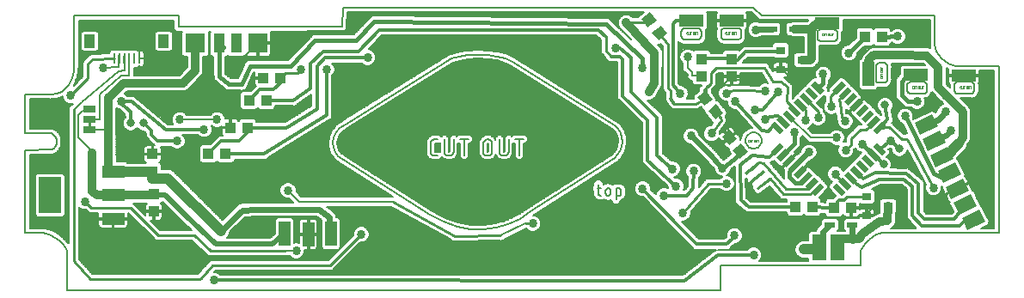
<source format=gtl>
G75*
%MOIN*%
%OFA0B0*%
%FSLAX25Y25*%
%IPPOS*%
%LPD*%
%AMOC8*
5,1,8,0,0,1.08239X$1,22.5*
%
%ADD10C,0.00600*%
%ADD11C,0.00500*%
%ADD12C,0.00800*%
%ADD13C,0.00000*%
%ADD14R,0.03937X0.04331*%
%ADD15R,0.04252X0.04134*%
%ADD16R,0.04331X0.03937*%
%ADD17R,0.08800X0.04800*%
%ADD18R,0.08661X0.14173*%
%ADD19R,0.03543X0.03150*%
%ADD20R,0.09500X0.04500*%
%ADD21R,0.05400X0.10000*%
%ADD22R,0.04500X0.09500*%
%ADD23R,0.05157X0.07598*%
%ADD24R,0.04134X0.07677*%
%ADD25R,0.07677X0.07677*%
%ADD26R,0.05000X0.02200*%
%ADD27R,0.02200X0.05000*%
%ADD28R,0.06299X0.01181*%
%ADD29R,0.03937X0.02362*%
%ADD30R,0.05000X0.02500*%
%ADD31C,0.01000*%
%ADD32C,0.03150*%
%ADD33R,0.00984X0.03937*%
%ADD34R,0.03937X0.05276*%
%ADD35C,0.01600*%
%ADD36C,0.03378*%
%ADD37C,0.01200*%
%ADD38C,0.03200*%
%ADD39C,0.02000*%
%ADD40C,0.02400*%
%ADD41C,0.04000*%
D10*
X0017703Y0038877D02*
X0017703Y0053068D01*
X0017473Y0054223D01*
X0016826Y0055511D01*
X0015826Y0056843D01*
X0014540Y0058131D01*
X0013031Y0059287D01*
X0011367Y0060221D01*
X0009609Y0060847D01*
X0007826Y0061075D01*
X0001300Y0061075D01*
X0001300Y0093285D01*
X0011489Y0093363D01*
X0012380Y0093845D01*
X0013016Y0094600D01*
X0013395Y0095536D01*
X0013520Y0096561D01*
X0013391Y0097585D01*
X0013008Y0098513D01*
X0012374Y0099256D01*
X0011489Y0099720D01*
X0001300Y0099735D01*
X0003050Y0101532D02*
X0003050Y0113003D01*
X0010879Y0113003D01*
X0010986Y0112920D01*
X0011608Y0113003D01*
X0012234Y0113003D01*
X0012330Y0113099D01*
X0013425Y0113244D01*
X0013684Y0113142D01*
X0014137Y0113339D01*
X0014627Y0113404D01*
X0014797Y0113625D01*
X0015758Y0114042D01*
X0015758Y0113699D01*
X0016243Y0112527D01*
X0017140Y0111630D01*
X0018313Y0111144D01*
X0019581Y0111144D01*
X0019777Y0111225D01*
X0019385Y0110833D01*
X0019243Y0110833D01*
X0018072Y0109662D01*
X0018072Y0056995D01*
X0017927Y0057043D01*
X0017627Y0057443D01*
X0017627Y0057588D01*
X0017190Y0058025D01*
X0016819Y0058520D01*
X0016675Y0058540D01*
X0016244Y0058972D01*
X0016226Y0059107D01*
X0015729Y0059488D01*
X0015286Y0059931D01*
X0015150Y0059931D01*
X0014602Y0060351D01*
X0014563Y0060491D01*
X0014024Y0060794D01*
X0013534Y0061169D01*
X0013390Y0061150D01*
X0012747Y0061511D01*
X0012673Y0061667D01*
X0012114Y0061866D01*
X0011598Y0062156D01*
X0011431Y0062109D01*
X0010710Y0062366D01*
X0010577Y0062538D01*
X0010030Y0062608D01*
X0009511Y0062793D01*
X0009314Y0062699D01*
X0008664Y0062782D01*
X0008571Y0062875D01*
X0007940Y0062875D01*
X0007314Y0062955D01*
X0007211Y0062875D01*
X0003100Y0062875D01*
X0003100Y0091499D01*
X0011232Y0091561D01*
X0011688Y0091425D01*
X0011950Y0091567D01*
X0012248Y0091569D01*
X0012582Y0091908D01*
X0012907Y0092084D01*
X0013277Y0092115D01*
X0013537Y0092424D01*
X0013892Y0092615D01*
X0013998Y0092972D01*
X0014115Y0093110D01*
X0014404Y0093232D01*
X0014577Y0093659D01*
X0014873Y0094011D01*
X0014846Y0094323D01*
X0014883Y0094415D01*
X0015092Y0094579D01*
X0015153Y0095081D01*
X0015344Y0095551D01*
X0015240Y0095795D01*
X0015247Y0095851D01*
X0015399Y0096047D01*
X0015333Y0096566D01*
X0015396Y0097085D01*
X0015243Y0097280D01*
X0015236Y0097335D01*
X0015339Y0097580D01*
X0015146Y0098048D01*
X0015083Y0098550D01*
X0014873Y0098713D01*
X0014836Y0098801D01*
X0014861Y0099116D01*
X0014563Y0099464D01*
X0014389Y0099888D01*
X0014097Y0100010D01*
X0013982Y0100144D01*
X0013870Y0100504D01*
X0013517Y0100689D01*
X0013258Y0100992D01*
X0012883Y0101021D01*
X0012569Y0101186D01*
X0012237Y0101519D01*
X0011933Y0101519D01*
X0011664Y0101660D01*
X0011215Y0101520D01*
X0003050Y0101532D01*
X0003050Y0101545D02*
X0011294Y0101545D01*
X0011884Y0101545D02*
X0018072Y0101545D01*
X0018072Y0102143D02*
X0003050Y0102143D01*
X0003050Y0102742D02*
X0018072Y0102742D01*
X0018072Y0103340D02*
X0003050Y0103340D01*
X0003050Y0103939D02*
X0018072Y0103939D01*
X0018072Y0104537D02*
X0003050Y0104537D01*
X0003050Y0105136D02*
X0018072Y0105136D01*
X0018072Y0105734D02*
X0003050Y0105734D01*
X0003050Y0106333D02*
X0018072Y0106333D01*
X0018072Y0106931D02*
X0003050Y0106931D01*
X0003050Y0107530D02*
X0018072Y0107530D01*
X0018072Y0108128D02*
X0003050Y0108128D01*
X0003050Y0108727D02*
X0018072Y0108727D01*
X0018072Y0109325D02*
X0003050Y0109325D01*
X0003050Y0109924D02*
X0018334Y0109924D01*
X0018932Y0110522D02*
X0003050Y0110522D01*
X0003050Y0111121D02*
X0019672Y0111121D01*
X0017051Y0111719D02*
X0003050Y0111719D01*
X0003050Y0112318D02*
X0016453Y0112318D01*
X0016082Y0112916D02*
X0003050Y0112916D01*
X0001300Y0114803D02*
X0011489Y0114803D01*
X0013651Y0115090D01*
X0015486Y0115887D01*
X0017005Y0117096D01*
X0018220Y0118620D01*
X0019144Y0120362D01*
X0019789Y0122225D01*
X0020167Y0124111D01*
X0020291Y0125924D01*
X0020291Y0145461D01*
X0022091Y0143561D02*
X0058962Y0143561D01*
X0058962Y0141756D01*
X0058960Y0141754D01*
X0058962Y0141011D01*
X0058962Y0140267D01*
X0058964Y0140265D01*
X0058964Y0140263D01*
X0059490Y0139739D01*
X0060017Y0139213D01*
X0060019Y0139213D01*
X0060021Y0139211D01*
X0060764Y0139213D01*
X0061508Y0139213D01*
X0061510Y0139214D01*
X0062056Y0139216D01*
X0061958Y0139118D01*
X0061958Y0130198D01*
X0062837Y0129320D01*
X0064146Y0129320D01*
X0064109Y0125445D01*
X0061153Y0122285D01*
X0043597Y0122304D01*
X0043597Y0124439D01*
X0043609Y0124451D01*
X0043597Y0125223D01*
X0043597Y0125240D01*
X0044763Y0125240D01*
X0044963Y0125440D01*
X0045618Y0125440D01*
X0045618Y0126095D01*
X0045618Y0125440D01*
X0046281Y0125440D01*
X0046612Y0125528D01*
X0046908Y0125700D01*
X0047150Y0125942D01*
X0047322Y0126238D01*
X0047410Y0126569D01*
X0047410Y0128708D01*
X0045642Y0128708D01*
X0045642Y0128708D01*
X0047410Y0128708D01*
X0047410Y0130848D01*
X0047322Y0131179D01*
X0047150Y0131475D01*
X0046908Y0131717D01*
X0046612Y0131888D01*
X0046281Y0131977D01*
X0045618Y0131977D01*
X0044963Y0131977D01*
X0044763Y0132177D01*
X0034662Y0132177D01*
X0033783Y0131298D01*
X0033783Y0130678D01*
X0027714Y0130584D01*
X0026933Y0130609D01*
X0026893Y0130571D01*
X0026838Y0130570D01*
X0026294Y0130010D01*
X0024906Y0128708D01*
X0024868Y0128708D01*
X0024305Y0128145D01*
X0023725Y0127601D01*
X0023723Y0127563D01*
X0023697Y0127537D01*
X0023697Y0126741D01*
X0023671Y0125945D01*
X0023697Y0125917D01*
X0023697Y0121912D01*
X0020091Y0118306D01*
X0020459Y0118999D01*
X0020601Y0119069D01*
X0020799Y0119641D01*
X0021084Y0120177D01*
X0021037Y0120328D01*
X0021291Y0121063D01*
X0021407Y0121140D01*
X0021530Y0121751D01*
X0021734Y0122341D01*
X0021673Y0122466D01*
X0021812Y0123157D01*
X0021913Y0123245D01*
X0021955Y0123872D01*
X0022079Y0124488D01*
X0022005Y0124599D01*
X0022041Y0125128D01*
X0022091Y0125178D01*
X0022091Y0125863D01*
X0022137Y0126545D01*
X0022091Y0126599D01*
X0022091Y0143561D01*
X0022091Y0143440D02*
X0058962Y0143440D01*
X0058962Y0142842D02*
X0022091Y0142842D01*
X0022091Y0142243D02*
X0058962Y0142243D01*
X0058961Y0141645D02*
X0022091Y0141645D01*
X0022091Y0141046D02*
X0058962Y0141046D01*
X0058962Y0140448D02*
X0022091Y0140448D01*
X0022091Y0139849D02*
X0059379Y0139849D01*
X0059978Y0139251D02*
X0057994Y0139251D01*
X0057608Y0139637D02*
X0052428Y0139637D01*
X0051549Y0138759D01*
X0051549Y0132241D01*
X0052428Y0131362D01*
X0057608Y0131362D01*
X0058486Y0132241D01*
X0058486Y0138759D01*
X0057608Y0139637D01*
X0058486Y0138652D02*
X0061958Y0138652D01*
X0061958Y0138054D02*
X0058486Y0138054D01*
X0058486Y0137455D02*
X0061958Y0137455D01*
X0061958Y0136857D02*
X0058486Y0136857D01*
X0058486Y0136258D02*
X0061958Y0136258D01*
X0061958Y0135660D02*
X0058486Y0135660D01*
X0058486Y0135061D02*
X0061958Y0135061D01*
X0061958Y0134463D02*
X0058486Y0134463D01*
X0058486Y0133864D02*
X0061958Y0133864D01*
X0061958Y0133266D02*
X0058486Y0133266D01*
X0058486Y0132667D02*
X0061958Y0132667D01*
X0061958Y0132069D02*
X0058314Y0132069D01*
X0057716Y0131470D02*
X0061958Y0131470D01*
X0061958Y0130872D02*
X0047404Y0130872D01*
X0047410Y0130273D02*
X0061958Y0130273D01*
X0062482Y0129675D02*
X0047410Y0129675D01*
X0047410Y0129076D02*
X0064143Y0129076D01*
X0064138Y0128478D02*
X0047410Y0128478D01*
X0047410Y0127879D02*
X0064132Y0127879D01*
X0064126Y0127281D02*
X0047410Y0127281D01*
X0047410Y0126682D02*
X0064120Y0126682D01*
X0064115Y0126084D02*
X0047232Y0126084D01*
X0046450Y0125485D02*
X0064109Y0125485D01*
X0063587Y0124887D02*
X0043602Y0124887D01*
X0043597Y0124288D02*
X0063027Y0124288D01*
X0062467Y0123689D02*
X0043597Y0123689D01*
X0043597Y0123091D02*
X0061907Y0123091D01*
X0061347Y0122492D02*
X0043597Y0122492D01*
X0045618Y0125485D02*
X0045618Y0125485D01*
X0045618Y0126084D02*
X0045618Y0126084D01*
X0045618Y0126095D02*
X0045618Y0126095D01*
X0045618Y0131322D02*
X0045618Y0131322D01*
X0045618Y0131977D01*
X0045618Y0131322D01*
X0045618Y0131470D02*
X0045618Y0131470D01*
X0044871Y0132069D02*
X0051721Y0132069D01*
X0051549Y0132667D02*
X0029844Y0132667D01*
X0029844Y0132241D02*
X0029844Y0138759D01*
X0028966Y0139637D01*
X0023786Y0139637D01*
X0022907Y0138759D01*
X0022907Y0132241D01*
X0023786Y0131362D01*
X0028966Y0131362D01*
X0029844Y0132241D01*
X0029673Y0132069D02*
X0034554Y0132069D01*
X0033955Y0131470D02*
X0029074Y0131470D01*
X0029844Y0133266D02*
X0051549Y0133266D01*
X0051549Y0133864D02*
X0029844Y0133864D01*
X0029844Y0134463D02*
X0051549Y0134463D01*
X0051549Y0135061D02*
X0029844Y0135061D01*
X0029844Y0135660D02*
X0051549Y0135660D01*
X0051549Y0136258D02*
X0029844Y0136258D01*
X0029844Y0136857D02*
X0051549Y0136857D01*
X0051549Y0137455D02*
X0029844Y0137455D01*
X0029844Y0138054D02*
X0051549Y0138054D01*
X0051549Y0138652D02*
X0029844Y0138652D01*
X0029352Y0139251D02*
X0052041Y0139251D01*
X0060762Y0141013D02*
X0124178Y0141164D01*
X0124439Y0148568D01*
X0283611Y0148568D01*
X0286803Y0145461D01*
X0353849Y0145461D01*
X0353872Y0134183D01*
X0354104Y0132969D01*
X0354668Y0131631D01*
X0355516Y0130256D01*
X0356599Y0128933D01*
X0357869Y0127750D01*
X0359276Y0126796D01*
X0360773Y0126160D01*
X0362309Y0125929D01*
X0362585Y0125935D01*
X0378794Y0125924D01*
X0378794Y0061075D01*
X0333600Y0061075D01*
X0332610Y0060907D01*
X0331351Y0060421D01*
X0329946Y0059641D01*
X0328519Y0058595D01*
X0327194Y0057307D01*
X0326094Y0055804D01*
X0325344Y0054111D01*
X0325066Y0052254D01*
X0325066Y0048361D01*
X0270858Y0048361D01*
X0270858Y0038877D01*
X0017703Y0038877D01*
X0026701Y0045883D02*
X0068874Y0045883D01*
X0069425Y0046482D02*
X0026146Y0046482D01*
X0025590Y0047080D02*
X0069977Y0047080D01*
X0070529Y0047679D02*
X0025034Y0047679D01*
X0024478Y0048277D02*
X0071081Y0048277D01*
X0071632Y0048876D02*
X0023923Y0048876D01*
X0023367Y0049474D02*
X0072161Y0049474D01*
X0071920Y0049232D02*
X0071920Y0049188D01*
X0068159Y0045108D01*
X0027444Y0045084D01*
X0022072Y0050869D01*
X0022072Y0071073D01*
X0022640Y0070505D01*
X0023813Y0070019D01*
X0024980Y0070019D01*
X0025566Y0069486D01*
X0026118Y0068933D01*
X0026173Y0068933D01*
X0026213Y0068897D01*
X0026994Y0068933D01*
X0028593Y0068933D01*
X0028618Y0068908D01*
X0029697Y0068908D01*
X0029697Y0066908D01*
X0035097Y0066908D01*
X0035097Y0066308D01*
X0035697Y0066308D01*
X0035697Y0062908D01*
X0039968Y0062908D01*
X0040299Y0062997D01*
X0040595Y0063168D01*
X0040837Y0063410D01*
X0041008Y0063707D01*
X0041097Y0064037D01*
X0041097Y0066308D01*
X0035697Y0066308D01*
X0035697Y0066908D01*
X0041097Y0066908D01*
X0041097Y0068908D01*
X0041268Y0068908D01*
X0050797Y0059380D01*
X0051968Y0058208D01*
X0066003Y0058208D01*
X0071904Y0052648D01*
X0072470Y0052083D01*
X0072504Y0052083D01*
X0072528Y0052060D01*
X0073327Y0052083D01*
X0103127Y0052109D01*
X0103237Y0052219D01*
X0103918Y0052227D01*
X0104690Y0051455D01*
X0105863Y0050969D01*
X0107131Y0050969D01*
X0108303Y0051455D01*
X0109200Y0052352D01*
X0109686Y0053524D01*
X0109686Y0054548D01*
X0110779Y0054548D01*
X0110779Y0060298D01*
X0107529Y0060298D01*
X0107529Y0057182D01*
X0107131Y0057347D01*
X0105863Y0057347D01*
X0105604Y0057240D01*
X0105604Y0066119D01*
X0104726Y0066998D01*
X0098983Y0066998D01*
X0098104Y0066119D01*
X0098104Y0060805D01*
X0096264Y0059208D01*
X0079647Y0059208D01*
X0080164Y0059726D01*
X0080697Y0061012D01*
X0080697Y0061390D01*
X0086618Y0067311D01*
X0090761Y0067508D01*
X0114297Y0067508D01*
X0116124Y0066138D01*
X0116104Y0066119D01*
X0116104Y0055376D01*
X0116983Y0054498D01*
X0122726Y0054498D01*
X0123604Y0055376D01*
X0123604Y0066119D01*
X0122726Y0066998D01*
X0121932Y0066998D01*
X0121932Y0067004D01*
X0121946Y0067058D01*
X0121877Y0067536D01*
X0121829Y0068016D01*
X0121802Y0068066D01*
X0121794Y0068122D01*
X0121548Y0068537D01*
X0121319Y0068962D01*
X0121275Y0068997D01*
X0121246Y0069046D01*
X0120861Y0069336D01*
X0120487Y0069640D01*
X0120432Y0069657D01*
X0118230Y0071308D01*
X0143124Y0071308D01*
X0166560Y0058318D01*
X0166952Y0057930D01*
X0167259Y0057931D01*
X0167527Y0057782D01*
X0168057Y0057935D01*
X0185551Y0058008D01*
X0185705Y0057958D01*
X0185807Y0058009D01*
X0186384Y0058012D01*
X0186964Y0058597D01*
X0195394Y0062876D01*
X0196265Y0062005D01*
X0197438Y0061519D01*
X0198706Y0061519D01*
X0199878Y0062005D01*
X0200775Y0062902D01*
X0201261Y0064074D01*
X0201261Y0065343D01*
X0200775Y0066515D01*
X0199878Y0067412D01*
X0198706Y0067897D01*
X0198209Y0067897D01*
X0198271Y0067939D01*
X0230474Y0088395D01*
X0230762Y0088414D01*
X0231080Y0088780D01*
X0231489Y0089039D01*
X0231552Y0089321D01*
X0231977Y0089808D01*
X0232171Y0089861D01*
X0232453Y0090353D01*
X0232825Y0090781D01*
X0232811Y0090981D01*
X0233127Y0091534D01*
X0233292Y0091613D01*
X0233486Y0092163D01*
X0233776Y0092670D01*
X0233727Y0092846D01*
X0233952Y0093483D01*
X0234101Y0093591D01*
X0234193Y0094166D01*
X0234387Y0094716D01*
X0234308Y0094882D01*
X0234420Y0095582D01*
X0234557Y0095729D01*
X0234535Y0096296D01*
X0234624Y0096855D01*
X0234506Y0097018D01*
X0234477Y0097762D01*
X0234592Y0097965D01*
X0234449Y0098483D01*
X0234428Y0099019D01*
X0234257Y0099178D01*
X0234045Y0099944D01*
X0234111Y0100206D01*
X0233853Y0100637D01*
X0233719Y0101122D01*
X0233485Y0101255D01*
X0233034Y0102010D01*
X0233020Y0102304D01*
X0232666Y0102626D01*
X0232421Y0103038D01*
X0232135Y0103110D01*
X0231461Y0103723D01*
X0231420Y0103902D01*
X0230925Y0104211D01*
X0230494Y0104604D01*
X0230310Y0104595D01*
X0191590Y0128786D01*
X0191553Y0128892D01*
X0190970Y0129173D01*
X0190421Y0129516D01*
X0190312Y0129491D01*
X0188868Y0130187D01*
X0188768Y0130357D01*
X0188216Y0130501D01*
X0187702Y0130749D01*
X0187516Y0130684D01*
X0185424Y0131229D01*
X0185346Y0131331D01*
X0184718Y0131413D01*
X0184105Y0131573D01*
X0183994Y0131508D01*
X0181576Y0131826D01*
X0181509Y0131898D01*
X0180850Y0131922D01*
X0180195Y0132008D01*
X0180117Y0131948D01*
X0177555Y0132039D01*
X0177488Y0132100D01*
X0176821Y0132065D01*
X0176155Y0132089D01*
X0176089Y0132027D01*
X0173592Y0131898D01*
X0173512Y0131958D01*
X0172861Y0131860D01*
X0172203Y0131827D01*
X0172136Y0131752D01*
X0169912Y0131420D01*
X0169793Y0131485D01*
X0169191Y0131312D01*
X0168571Y0131219D01*
X0168490Y0131110D01*
X0166696Y0130593D01*
X0166475Y0130656D01*
X0166003Y0130394D01*
X0165483Y0130244D01*
X0165372Y0130044D01*
X0164404Y0129506D01*
X0164356Y0129517D01*
X0163759Y0129147D01*
X0163145Y0128806D01*
X0163131Y0128758D01*
X0125030Y0105122D01*
X0124961Y0105133D01*
X0124404Y0104734D01*
X0123822Y0104373D01*
X0123806Y0104305D01*
X0122668Y0103487D01*
X0122415Y0103465D01*
X0122083Y0103068D01*
X0121662Y0102766D01*
X0121621Y0102516D01*
X0120783Y0101514D01*
X0120532Y0101421D01*
X0120322Y0100962D01*
X0119998Y0100576D01*
X0120022Y0100309D01*
X0119550Y0099279D01*
X0119331Y0099120D01*
X0119251Y0098625D01*
X0119042Y0098169D01*
X0119136Y0097915D01*
X0118974Y0096908D01*
X0118805Y0096700D01*
X0118859Y0096198D01*
X0118779Y0095701D01*
X0118935Y0095484D01*
X0119037Y0094533D01*
X0118930Y0094289D01*
X0119113Y0093817D01*
X0119167Y0093314D01*
X0119374Y0093147D01*
X0119711Y0092279D01*
X0119672Y0092013D01*
X0119972Y0091608D01*
X0120154Y0091139D01*
X0120400Y0091031D01*
X0120965Y0090270D01*
X0121001Y0089995D01*
X0121393Y0089692D01*
X0121688Y0089295D01*
X0121962Y0089254D01*
X0122611Y0088755D01*
X0122631Y0088663D01*
X0123192Y0088307D01*
X0123717Y0087902D01*
X0123811Y0087914D01*
X0143747Y0075267D01*
X0143192Y0075108D01*
X0108359Y0075108D01*
X0106386Y0077081D01*
X0106386Y0078218D01*
X0105900Y0079390D01*
X0105003Y0080287D01*
X0103831Y0080772D01*
X0102563Y0080772D01*
X0101390Y0080287D01*
X0100493Y0079390D01*
X0100008Y0078218D01*
X0100008Y0076949D01*
X0100493Y0075777D01*
X0101390Y0074880D01*
X0102563Y0074394D01*
X0103699Y0074394D01*
X0105185Y0072908D01*
X0091167Y0072908D01*
X0091105Y0072931D01*
X0090633Y0072908D01*
X0090160Y0072908D01*
X0090098Y0072883D01*
X0085383Y0072658D01*
X0084910Y0072658D01*
X0084848Y0072633D01*
X0084782Y0072630D01*
X0084354Y0072428D01*
X0083917Y0072247D01*
X0083870Y0072200D01*
X0083810Y0072172D01*
X0083492Y0071822D01*
X0077763Y0066092D01*
X0059183Y0084672D01*
X0058706Y0085157D01*
X0058691Y0085164D01*
X0058679Y0085175D01*
X0058051Y0085436D01*
X0057425Y0085702D01*
X0057408Y0085702D01*
X0057393Y0085708D01*
X0056713Y0085708D01*
X0054323Y0085730D01*
X0054323Y0087452D01*
X0053444Y0088330D01*
X0053158Y0088330D01*
X0053325Y0088375D01*
X0053621Y0088546D01*
X0053863Y0088788D01*
X0054034Y0089084D01*
X0054123Y0089415D01*
X0054123Y0091353D01*
X0050997Y0091353D01*
X0050997Y0091953D01*
X0054123Y0091953D01*
X0054123Y0093891D01*
X0054034Y0094222D01*
X0053863Y0094518D01*
X0053773Y0094608D01*
X0057787Y0094608D01*
X0058390Y0094005D01*
X0059563Y0093519D01*
X0060831Y0093519D01*
X0062003Y0094005D01*
X0062900Y0094902D01*
X0063386Y0096074D01*
X0063386Y0097343D01*
X0062900Y0098515D01*
X0062307Y0099108D01*
X0068287Y0099108D01*
X0068890Y0098505D01*
X0070063Y0098019D01*
X0071331Y0098019D01*
X0072503Y0098505D01*
X0073400Y0099402D01*
X0073886Y0100574D01*
X0073886Y0101843D01*
X0073503Y0102768D01*
X0073890Y0102380D01*
X0075063Y0101894D01*
X0076331Y0101894D01*
X0077503Y0102380D01*
X0077582Y0102459D01*
X0077582Y0102258D01*
X0080550Y0102258D01*
X0080550Y0101658D01*
X0077582Y0101658D01*
X0077582Y0099622D01*
X0077670Y0099291D01*
X0077842Y0098995D01*
X0078028Y0098808D01*
X0076481Y0098808D01*
X0075250Y0097578D01*
X0073046Y0095374D01*
X0069761Y0095374D01*
X0068882Y0094495D01*
X0068882Y0088922D01*
X0069761Y0088043D01*
X0074940Y0088043D01*
X0075697Y0088800D01*
X0076453Y0088043D01*
X0081633Y0088043D01*
X0082512Y0088922D01*
X0082512Y0089608D01*
X0093711Y0089608D01*
X0094328Y0089468D01*
X0094552Y0089608D01*
X0094817Y0089608D01*
X0095265Y0090056D01*
X0118802Y0104858D01*
X0119067Y0104858D01*
X0119515Y0105306D01*
X0120051Y0105644D01*
X0120110Y0105902D01*
X0120297Y0106088D01*
X0120297Y0106722D01*
X0120438Y0107340D01*
X0120297Y0107564D01*
X0120297Y0122048D01*
X0120900Y0122652D01*
X0121386Y0123824D01*
X0121386Y0125093D01*
X0120900Y0126265D01*
X0120207Y0126958D01*
X0131773Y0126958D01*
X0132265Y0126466D01*
X0133438Y0125980D01*
X0134706Y0125980D01*
X0135878Y0126466D01*
X0136775Y0127363D01*
X0137261Y0128535D01*
X0137261Y0129804D01*
X0136775Y0130976D01*
X0135878Y0131873D01*
X0134706Y0132358D01*
X0134426Y0132358D01*
X0139480Y0137733D01*
X0222706Y0137733D01*
X0224658Y0136162D01*
X0224658Y0131927D01*
X0224571Y0131228D01*
X0224658Y0131116D01*
X0224658Y0130975D01*
X0225156Y0130477D01*
X0226317Y0128986D01*
X0226317Y0128674D01*
X0227547Y0127444D01*
X0230847Y0127444D01*
X0230847Y0115062D01*
X0230836Y0115051D01*
X0230847Y0114194D01*
X0230847Y0113338D01*
X0230858Y0113327D01*
X0230858Y0113311D01*
X0231471Y0112714D01*
X0232077Y0112108D01*
X0232093Y0112108D01*
X0240594Y0103825D01*
X0240549Y0090126D01*
X0240510Y0090083D01*
X0240547Y0089265D01*
X0240544Y0088445D01*
X0240585Y0088404D01*
X0240588Y0088345D01*
X0241193Y0087792D01*
X0241770Y0087211D01*
X0241829Y0087211D01*
X0250508Y0079278D01*
X0250508Y0078574D01*
X0250601Y0078350D01*
X0249581Y0078772D01*
X0248313Y0078772D01*
X0247140Y0078287D01*
X0246243Y0077390D01*
X0245758Y0076218D01*
X0245758Y0075998D01*
X0243886Y0077933D01*
X0243886Y0078843D01*
X0243400Y0080015D01*
X0242503Y0080912D01*
X0241331Y0081397D01*
X0240063Y0081397D01*
X0238890Y0080912D01*
X0237993Y0080015D01*
X0237508Y0078843D01*
X0237508Y0077574D01*
X0237993Y0076402D01*
X0238890Y0075505D01*
X0240063Y0075019D01*
X0240861Y0075019D01*
X0253597Y0061859D01*
X0253597Y0061838D01*
X0254200Y0061235D01*
X0254793Y0060623D01*
X0254813Y0060623D01*
X0257932Y0057503D01*
X0259477Y0055831D01*
X0259477Y0055775D01*
X0260062Y0055198D01*
X0260620Y0054594D01*
X0260675Y0054592D01*
X0260715Y0054553D01*
X0261537Y0054558D01*
X0262358Y0054526D01*
X0262399Y0054563D01*
X0269301Y0054607D01*
X0269235Y0054556D01*
X0269069Y0054555D01*
X0268559Y0054041D01*
X0256239Y0044653D01*
X0084710Y0044877D01*
X0084312Y0044881D01*
X0084303Y0044891D01*
X0083444Y0044891D01*
X0082586Y0044900D01*
X0082577Y0044891D01*
X0076857Y0044891D01*
X0076253Y0045494D01*
X0075081Y0045980D01*
X0074403Y0045980D01*
X0074800Y0046410D01*
X0119598Y0046508D01*
X0120425Y0046508D01*
X0120427Y0046510D01*
X0120430Y0046510D01*
X0121013Y0047096D01*
X0131236Y0057319D01*
X0132231Y0057319D01*
X0133403Y0057805D01*
X0134300Y0058702D01*
X0134786Y0059874D01*
X0134786Y0061143D01*
X0134300Y0062315D01*
X0133403Y0063212D01*
X0132231Y0063697D01*
X0130963Y0063697D01*
X0129790Y0063212D01*
X0128893Y0062315D01*
X0128408Y0061143D01*
X0128408Y0060148D01*
X0118767Y0050506D01*
X0074701Y0050410D01*
X0074668Y0050440D01*
X0073879Y0050408D01*
X0073089Y0050406D01*
X0073058Y0050375D01*
X0073013Y0050373D01*
X0072477Y0049792D01*
X0071920Y0049232D01*
X0072736Y0050073D02*
X0022811Y0050073D01*
X0022255Y0050671D02*
X0118931Y0050671D01*
X0119530Y0051270D02*
X0107856Y0051270D01*
X0108717Y0051868D02*
X0120128Y0051868D01*
X0120727Y0052467D02*
X0109248Y0052467D01*
X0109496Y0053065D02*
X0121325Y0053065D01*
X0121924Y0053664D02*
X0109686Y0053664D01*
X0109686Y0054262D02*
X0122522Y0054262D01*
X0123089Y0054861D02*
X0123121Y0054861D01*
X0123604Y0055459D02*
X0123719Y0055459D01*
X0123604Y0056058D02*
X0124318Y0056058D01*
X0124916Y0056656D02*
X0123604Y0056656D01*
X0123604Y0057255D02*
X0125515Y0057255D01*
X0126113Y0057853D02*
X0123604Y0057853D01*
X0123604Y0058452D02*
X0126712Y0058452D01*
X0127310Y0059050D02*
X0123604Y0059050D01*
X0123604Y0059649D02*
X0127909Y0059649D01*
X0128408Y0060247D02*
X0123604Y0060247D01*
X0123604Y0060846D02*
X0128408Y0060846D01*
X0128533Y0061444D02*
X0123604Y0061444D01*
X0123604Y0062043D02*
X0128781Y0062043D01*
X0129220Y0062641D02*
X0123604Y0062641D01*
X0123604Y0063240D02*
X0129858Y0063240D01*
X0133336Y0063240D02*
X0157681Y0063240D01*
X0158761Y0062641D02*
X0133974Y0062641D01*
X0134413Y0062043D02*
X0159841Y0062043D01*
X0160920Y0061444D02*
X0134661Y0061444D01*
X0134786Y0060846D02*
X0162000Y0060846D01*
X0163080Y0060247D02*
X0134786Y0060247D01*
X0134693Y0059649D02*
X0164160Y0059649D01*
X0165240Y0059050D02*
X0134445Y0059050D01*
X0134050Y0058452D02*
X0166319Y0058452D01*
X0167399Y0057853D02*
X0133452Y0057853D01*
X0131172Y0057255D02*
X0258162Y0057255D01*
X0258715Y0056656D02*
X0130573Y0056656D01*
X0129975Y0056058D02*
X0259268Y0056058D01*
X0259797Y0055459D02*
X0129376Y0055459D01*
X0128778Y0054861D02*
X0260374Y0054861D01*
X0265708Y0051868D02*
X0125785Y0051868D01*
X0125187Y0051270D02*
X0264922Y0051270D01*
X0264137Y0050671D02*
X0124588Y0050671D01*
X0123990Y0050073D02*
X0263351Y0050073D01*
X0262566Y0049474D02*
X0123391Y0049474D01*
X0122793Y0048876D02*
X0261781Y0048876D01*
X0260995Y0048277D02*
X0122194Y0048277D01*
X0121595Y0047679D02*
X0260210Y0047679D01*
X0259424Y0047080D02*
X0120997Y0047080D01*
X0126384Y0052467D02*
X0266493Y0052467D01*
X0267278Y0053065D02*
X0126982Y0053065D01*
X0127581Y0053664D02*
X0268064Y0053664D01*
X0268779Y0054262D02*
X0128179Y0054262D01*
X0116620Y0054861D02*
X0114181Y0054861D01*
X0114128Y0054807D02*
X0114370Y0055049D01*
X0114541Y0055346D01*
X0114629Y0055677D01*
X0114629Y0060298D01*
X0111379Y0060298D01*
X0111379Y0054548D01*
X0113500Y0054548D01*
X0113831Y0054636D01*
X0114128Y0054807D01*
X0114571Y0055459D02*
X0116104Y0055459D01*
X0116104Y0056058D02*
X0114629Y0056058D01*
X0114629Y0056656D02*
X0116104Y0056656D01*
X0116104Y0057255D02*
X0114629Y0057255D01*
X0114629Y0057853D02*
X0116104Y0057853D01*
X0116104Y0058452D02*
X0114629Y0058452D01*
X0114629Y0059050D02*
X0116104Y0059050D01*
X0116104Y0059649D02*
X0114629Y0059649D01*
X0114629Y0060247D02*
X0116104Y0060247D01*
X0116104Y0060846D02*
X0111379Y0060846D01*
X0111379Y0060898D02*
X0114629Y0060898D01*
X0114629Y0065519D01*
X0114541Y0065849D01*
X0114370Y0066146D01*
X0114128Y0066388D01*
X0113831Y0066559D01*
X0113500Y0066648D01*
X0111379Y0066648D01*
X0111379Y0060898D01*
X0110779Y0060898D01*
X0110779Y0060298D01*
X0111379Y0060298D01*
X0111379Y0060898D01*
X0111379Y0061444D02*
X0110779Y0061444D01*
X0110779Y0060898D02*
X0110779Y0066648D01*
X0108658Y0066648D01*
X0108328Y0066559D01*
X0108031Y0066388D01*
X0107789Y0066146D01*
X0107618Y0065849D01*
X0107529Y0065519D01*
X0107529Y0060898D01*
X0110779Y0060898D01*
X0110779Y0060846D02*
X0105604Y0060846D01*
X0105604Y0061444D02*
X0107529Y0061444D01*
X0107529Y0062043D02*
X0105604Y0062043D01*
X0105604Y0062641D02*
X0107529Y0062641D01*
X0107529Y0063240D02*
X0105604Y0063240D01*
X0105604Y0063838D02*
X0107529Y0063838D01*
X0107529Y0064437D02*
X0105604Y0064437D01*
X0105604Y0065035D02*
X0107529Y0065035D01*
X0107560Y0065634D02*
X0105604Y0065634D01*
X0105491Y0066232D02*
X0107876Y0066232D01*
X0110779Y0066232D02*
X0111379Y0066232D01*
X0111379Y0065634D02*
X0110779Y0065634D01*
X0110779Y0065035D02*
X0111379Y0065035D01*
X0111379Y0064437D02*
X0110779Y0064437D01*
X0110779Y0063838D02*
X0111379Y0063838D01*
X0111379Y0063240D02*
X0110779Y0063240D01*
X0110779Y0062641D02*
X0111379Y0062641D01*
X0111379Y0062043D02*
X0110779Y0062043D01*
X0110779Y0060247D02*
X0111379Y0060247D01*
X0111379Y0059649D02*
X0110779Y0059649D01*
X0110779Y0059050D02*
X0111379Y0059050D01*
X0111379Y0058452D02*
X0110779Y0058452D01*
X0110779Y0057853D02*
X0111379Y0057853D01*
X0111379Y0057255D02*
X0110779Y0057255D01*
X0110779Y0056656D02*
X0111379Y0056656D01*
X0111379Y0056058D02*
X0110779Y0056058D01*
X0110779Y0055459D02*
X0111379Y0055459D01*
X0111379Y0054861D02*
X0110779Y0054861D01*
X0107529Y0057255D02*
X0107355Y0057255D01*
X0107529Y0057853D02*
X0105604Y0057853D01*
X0105604Y0057255D02*
X0105639Y0057255D01*
X0105604Y0058452D02*
X0107529Y0058452D01*
X0107529Y0059050D02*
X0105604Y0059050D01*
X0105604Y0059649D02*
X0107529Y0059649D01*
X0107529Y0060247D02*
X0105604Y0060247D01*
X0098104Y0060846D02*
X0080628Y0060846D01*
X0080751Y0061444D02*
X0098104Y0061444D01*
X0098104Y0062043D02*
X0081350Y0062043D01*
X0081948Y0062641D02*
X0098104Y0062641D01*
X0098104Y0063240D02*
X0082547Y0063240D01*
X0083145Y0063838D02*
X0098104Y0063838D01*
X0098104Y0064437D02*
X0083744Y0064437D01*
X0084342Y0065035D02*
X0098104Y0065035D01*
X0098104Y0065634D02*
X0084941Y0065634D01*
X0085539Y0066232D02*
X0098218Y0066232D01*
X0098816Y0066831D02*
X0086138Y0066831D01*
X0089104Y0067429D02*
X0114402Y0067429D01*
X0115200Y0066831D02*
X0104892Y0066831D01*
X0114283Y0066232D02*
X0115998Y0066232D01*
X0116104Y0065634D02*
X0114598Y0065634D01*
X0114629Y0065035D02*
X0116104Y0065035D01*
X0116104Y0064437D02*
X0114629Y0064437D01*
X0114629Y0063838D02*
X0116104Y0063838D01*
X0116104Y0063240D02*
X0114629Y0063240D01*
X0114629Y0062641D02*
X0116104Y0062641D01*
X0116104Y0062043D02*
X0114629Y0062043D01*
X0114629Y0061444D02*
X0116104Y0061444D01*
X0123604Y0063838D02*
X0156601Y0063838D01*
X0155521Y0064437D02*
X0123604Y0064437D01*
X0123604Y0065035D02*
X0154442Y0065035D01*
X0153362Y0065634D02*
X0123604Y0065634D01*
X0123491Y0066232D02*
X0152282Y0066232D01*
X0151202Y0066831D02*
X0122892Y0066831D01*
X0121893Y0067429D02*
X0150122Y0067429D01*
X0149043Y0068028D02*
X0121822Y0068028D01*
X0121500Y0068626D02*
X0147963Y0068626D01*
X0146883Y0069225D02*
X0121008Y0069225D01*
X0120210Y0069823D02*
X0145803Y0069823D01*
X0144723Y0070422D02*
X0119412Y0070422D01*
X0118614Y0071020D02*
X0143644Y0071020D01*
X0151128Y0074612D02*
X0202435Y0074612D01*
X0203377Y0075210D02*
X0150184Y0075210D01*
X0149241Y0075809D02*
X0204319Y0075809D01*
X0205261Y0076407D02*
X0148297Y0076407D01*
X0147354Y0077006D02*
X0206203Y0077006D01*
X0207146Y0077604D02*
X0146410Y0077604D01*
X0145467Y0078203D02*
X0208088Y0078203D01*
X0209030Y0078801D02*
X0144523Y0078801D01*
X0143580Y0079400D02*
X0209972Y0079400D01*
X0210915Y0079998D02*
X0142637Y0079998D01*
X0141693Y0080597D02*
X0211857Y0080597D01*
X0212799Y0081195D02*
X0140750Y0081195D01*
X0139806Y0081794D02*
X0213741Y0081794D01*
X0214684Y0082392D02*
X0138863Y0082392D01*
X0137919Y0082991D02*
X0215626Y0082991D01*
X0216568Y0083589D02*
X0136976Y0083589D01*
X0136032Y0084188D02*
X0217510Y0084188D01*
X0218452Y0084786D02*
X0135089Y0084786D01*
X0134145Y0085385D02*
X0219395Y0085385D01*
X0220337Y0085983D02*
X0133202Y0085983D01*
X0132258Y0086582D02*
X0221279Y0086582D01*
X0222221Y0087180D02*
X0131315Y0087180D01*
X0130372Y0087779D02*
X0223164Y0087779D01*
X0224106Y0088377D02*
X0129428Y0088377D01*
X0128485Y0088976D02*
X0225048Y0088976D01*
X0225990Y0089574D02*
X0193735Y0089574D01*
X0193569Y0089408D02*
X0194507Y0090346D01*
X0194507Y0095808D01*
X0195347Y0095808D01*
X0196284Y0096746D01*
X0196284Y0098071D01*
X0195347Y0099008D01*
X0190466Y0099008D01*
X0189932Y0098474D01*
X0189398Y0099008D01*
X0188073Y0099008D01*
X0187135Y0098071D01*
X0187135Y0093449D01*
X0187135Y0092786D01*
X0187129Y0092740D01*
X0187083Y0092660D01*
X0187004Y0092614D01*
X0186912Y0092614D01*
X0186832Y0092660D01*
X0186786Y0092740D01*
X0186780Y0092786D01*
X0186780Y0098071D01*
X0185843Y0099008D01*
X0184517Y0099008D01*
X0183580Y0098071D01*
X0183580Y0097222D01*
X0183071Y0098103D01*
X0181504Y0099008D01*
X0179693Y0099008D01*
X0178126Y0098103D01*
X0177221Y0096536D01*
X0177221Y0093449D01*
X0177221Y0093449D01*
X0177221Y0091881D01*
X0178126Y0090313D01*
X0179693Y0089408D01*
X0181504Y0089408D01*
X0183071Y0090313D01*
X0183071Y0090313D01*
X0183071Y0090313D01*
X0183778Y0091538D01*
X0184485Y0090313D01*
X0186053Y0089408D01*
X0187863Y0089408D01*
X0189430Y0090313D01*
X0189430Y0090313D01*
X0190335Y0091881D01*
X0190335Y0092123D01*
X0190335Y0092123D01*
X0190335Y0095939D01*
X0190466Y0095808D01*
X0191307Y0095808D01*
X0191307Y0090346D01*
X0192244Y0089408D01*
X0193569Y0089408D01*
X0194334Y0090173D02*
X0226932Y0090173D01*
X0227875Y0090771D02*
X0194507Y0090771D01*
X0194507Y0091370D02*
X0228817Y0091370D01*
X0228841Y0091385D02*
X0196973Y0071142D01*
X0196952Y0071146D01*
X0196415Y0070788D01*
X0195871Y0070443D01*
X0195867Y0070422D01*
X0192288Y0068036D01*
X0188023Y0066017D01*
X0183547Y0064689D01*
X0178894Y0064081D01*
X0174092Y0064224D01*
X0169171Y0065157D01*
X0164161Y0066920D01*
X0159065Y0069577D01*
X0125144Y0091095D01*
X0123842Y0092098D01*
X0122975Y0093267D01*
X0122446Y0094628D01*
X0122288Y0096106D01*
X0122534Y0097628D01*
X0123223Y0099131D01*
X0124415Y0100556D01*
X0126294Y0101905D01*
X0165482Y0126215D01*
X0167316Y0127234D01*
X0169915Y0127982D01*
X0173200Y0128474D01*
X0176849Y0128662D01*
X0180567Y0128530D01*
X0184065Y0128070D01*
X0187038Y0127295D01*
X0189326Y0126191D01*
X0228863Y0101490D01*
X0230005Y0100451D01*
X0230699Y0099289D01*
X0231067Y0097956D01*
X0231124Y0096500D01*
X0230885Y0095008D01*
X0230382Y0093583D01*
X0229668Y0092333D01*
X0228841Y0091385D01*
X0229350Y0091968D02*
X0194507Y0091968D01*
X0194507Y0092567D02*
X0229801Y0092567D01*
X0230143Y0093165D02*
X0194507Y0093165D01*
X0194507Y0093764D02*
X0230446Y0093764D01*
X0230657Y0094362D02*
X0194507Y0094362D01*
X0194507Y0094961D02*
X0230868Y0094961D01*
X0230973Y0095559D02*
X0194507Y0095559D01*
X0195697Y0096158D02*
X0231069Y0096158D01*
X0231114Y0096756D02*
X0196284Y0096756D01*
X0196284Y0097355D02*
X0231091Y0097355D01*
X0231067Y0097954D02*
X0196284Y0097954D01*
X0195803Y0098552D02*
X0230902Y0098552D01*
X0230737Y0099151D02*
X0123239Y0099151D01*
X0122957Y0098552D02*
X0158319Y0098552D01*
X0157707Y0098199D02*
X0157707Y0098199D01*
X0159109Y0099008D01*
X0159256Y0099008D01*
X0159256Y0099008D01*
X0162004Y0099008D01*
X0162594Y0098419D01*
X0163183Y0099008D01*
X0164509Y0099008D01*
X0165446Y0098071D01*
X0165446Y0092786D01*
X0165452Y0092740D01*
X0165498Y0092660D01*
X0165578Y0092614D01*
X0165670Y0092614D01*
X0165749Y0092660D01*
X0165795Y0092740D01*
X0165801Y0092786D01*
X0165801Y0093449D01*
X0165801Y0093449D01*
X0165801Y0098071D01*
X0166739Y0099008D01*
X0168064Y0099008D01*
X0168598Y0098474D01*
X0169132Y0099008D01*
X0174013Y0099008D01*
X0174950Y0098071D01*
X0174950Y0096746D01*
X0174013Y0095808D01*
X0173173Y0095808D01*
X0173173Y0090346D01*
X0172235Y0089408D01*
X0170910Y0089408D01*
X0169973Y0090346D01*
X0169973Y0095808D01*
X0169132Y0095808D01*
X0169001Y0095939D01*
X0169001Y0092123D01*
X0169001Y0092123D01*
X0169001Y0091881D01*
X0168096Y0090313D01*
X0168096Y0090313D01*
X0166529Y0089408D01*
X0164719Y0089408D01*
X0163151Y0090313D01*
X0163151Y0090313D01*
X0162941Y0090677D01*
X0162941Y0090346D01*
X0162004Y0089408D01*
X0159109Y0089408D01*
X0157707Y0090218D01*
X0157707Y0090218D01*
X0157707Y0090218D01*
X0156897Y0091621D01*
X0156897Y0096796D01*
X0157707Y0098198D01*
X0157707Y0098199D01*
X0157565Y0097954D02*
X0122683Y0097954D01*
X0122490Y0097355D02*
X0157220Y0097355D01*
X0156897Y0096756D02*
X0122393Y0096756D01*
X0122296Y0096158D02*
X0156897Y0096158D01*
X0156897Y0095559D02*
X0122346Y0095559D01*
X0122410Y0094961D02*
X0156897Y0094961D01*
X0156897Y0094362D02*
X0122549Y0094362D01*
X0122782Y0093764D02*
X0156897Y0093764D01*
X0156897Y0093165D02*
X0123050Y0093165D01*
X0123494Y0092567D02*
X0156897Y0092567D01*
X0156897Y0091968D02*
X0124010Y0091968D01*
X0124787Y0091370D02*
X0157042Y0091370D01*
X0157387Y0090771D02*
X0125654Y0090771D01*
X0126598Y0090173D02*
X0157785Y0090173D01*
X0158822Y0089574D02*
X0127541Y0089574D01*
X0124225Y0089783D02*
X0122690Y0090966D01*
X0121562Y0092486D01*
X0120878Y0094247D01*
X0120674Y0096150D01*
X0120989Y0098097D01*
X0121857Y0099993D01*
X0123317Y0101738D01*
X0125405Y0103236D01*
X0164671Y0127595D01*
X0166698Y0128721D01*
X0169574Y0129549D01*
X0173041Y0130067D01*
X0176836Y0130263D01*
X0180700Y0130126D01*
X0184372Y0129643D01*
X0187592Y0128804D01*
X0190100Y0127595D01*
X0229833Y0102771D01*
X0231257Y0101475D01*
X0232183Y0099923D01*
X0232659Y0098204D01*
X0232729Y0096404D01*
X0232442Y0094612D01*
X0231843Y0092915D01*
X0230978Y0091402D01*
X0229895Y0090159D01*
X0197289Y0069447D01*
X0193079Y0066639D01*
X0188596Y0064518D01*
X0183880Y0063119D01*
X0178974Y0062478D01*
X0173919Y0062628D01*
X0168754Y0063607D01*
X0163523Y0065449D01*
X0158265Y0068189D01*
X0124225Y0089783D01*
X0123081Y0088377D02*
X0081967Y0088377D01*
X0082512Y0088976D02*
X0122324Y0088976D01*
X0121481Y0089574D02*
X0094498Y0089574D01*
X0093860Y0089574D02*
X0082512Y0089574D01*
X0076119Y0088377D02*
X0075275Y0088377D01*
X0069426Y0088377D02*
X0053329Y0088377D01*
X0053971Y0088976D02*
X0068882Y0088976D01*
X0068882Y0089574D02*
X0054123Y0089574D01*
X0054123Y0090173D02*
X0068882Y0090173D01*
X0068882Y0090771D02*
X0054123Y0090771D01*
X0054123Y0091968D02*
X0068882Y0091968D01*
X0068882Y0091370D02*
X0050997Y0091370D01*
X0050997Y0091953D02*
X0050397Y0091953D01*
X0050397Y0091353D01*
X0047271Y0091353D01*
X0047271Y0089415D01*
X0047359Y0089084D01*
X0047531Y0088788D01*
X0047773Y0088546D01*
X0048069Y0088375D01*
X0048235Y0088330D01*
X0047950Y0088330D01*
X0047883Y0088263D01*
X0040863Y0088263D01*
X0040418Y0088708D01*
X0036727Y0088708D01*
X0036575Y0109570D01*
X0036640Y0109505D01*
X0037813Y0109019D01*
X0038041Y0109019D01*
X0040037Y0107175D01*
X0040059Y0105919D01*
X0039590Y0105450D01*
X0039122Y0104320D01*
X0039122Y0103097D01*
X0039590Y0101967D01*
X0040455Y0101102D01*
X0041585Y0100634D01*
X0042808Y0100634D01*
X0043939Y0101102D01*
X0044697Y0101860D01*
X0045455Y0101102D01*
X0046585Y0100634D01*
X0047302Y0100634D01*
X0048097Y0099838D01*
X0048097Y0098338D01*
X0050597Y0095838D01*
X0051415Y0095020D01*
X0050997Y0095020D01*
X0050997Y0091953D01*
X0050997Y0091968D02*
X0050397Y0091968D01*
X0050397Y0091953D02*
X0050397Y0095020D01*
X0048400Y0095020D01*
X0048069Y0094932D01*
X0047773Y0094760D01*
X0047531Y0094518D01*
X0047359Y0094222D01*
X0047271Y0093891D01*
X0047271Y0091953D01*
X0050397Y0091953D01*
X0050397Y0091370D02*
X0036708Y0091370D01*
X0036703Y0091968D02*
X0047271Y0091968D01*
X0047271Y0092567D02*
X0036699Y0092567D01*
X0036695Y0093165D02*
X0047271Y0093165D01*
X0047271Y0093764D02*
X0036690Y0093764D01*
X0036686Y0094362D02*
X0047441Y0094362D01*
X0048179Y0094961D02*
X0036682Y0094961D01*
X0036677Y0095559D02*
X0050876Y0095559D01*
X0050997Y0094961D02*
X0050397Y0094961D01*
X0050397Y0094362D02*
X0050997Y0094362D01*
X0050997Y0093764D02*
X0050397Y0093764D01*
X0050397Y0093165D02*
X0050997Y0093165D01*
X0050997Y0092567D02*
X0050397Y0092567D01*
X0047271Y0090771D02*
X0036712Y0090771D01*
X0036716Y0090173D02*
X0047271Y0090173D01*
X0047271Y0089574D02*
X0036721Y0089574D01*
X0036725Y0088976D02*
X0047422Y0088976D01*
X0048065Y0088377D02*
X0040749Y0088377D01*
X0053996Y0087779D02*
X0124025Y0087779D01*
X0124968Y0087180D02*
X0054323Y0087180D01*
X0054323Y0086582D02*
X0125911Y0086582D01*
X0126855Y0085983D02*
X0054323Y0085983D01*
X0058174Y0085385D02*
X0127798Y0085385D01*
X0128742Y0084786D02*
X0059071Y0084786D01*
X0059667Y0084188D02*
X0129685Y0084188D01*
X0130629Y0083589D02*
X0060266Y0083589D01*
X0060864Y0082991D02*
X0131572Y0082991D01*
X0132516Y0082392D02*
X0061463Y0082392D01*
X0062061Y0081794D02*
X0133459Y0081794D01*
X0134403Y0081195D02*
X0062660Y0081195D01*
X0063258Y0080597D02*
X0102139Y0080597D01*
X0101102Y0079998D02*
X0063857Y0079998D01*
X0064455Y0079400D02*
X0100503Y0079400D01*
X0100250Y0078801D02*
X0065054Y0078801D01*
X0065652Y0078203D02*
X0100008Y0078203D01*
X0100008Y0077604D02*
X0066251Y0077604D01*
X0066849Y0077006D02*
X0100008Y0077006D01*
X0100232Y0076407D02*
X0067448Y0076407D01*
X0068046Y0075809D02*
X0100480Y0075809D01*
X0101060Y0075210D02*
X0068645Y0075210D01*
X0069243Y0074612D02*
X0102038Y0074612D01*
X0104080Y0074013D02*
X0069842Y0074013D01*
X0070440Y0073415D02*
X0104679Y0073415D01*
X0107659Y0075809D02*
X0142894Y0075809D01*
X0143547Y0075210D02*
X0108257Y0075210D01*
X0107060Y0076407D02*
X0141950Y0076407D01*
X0141007Y0077006D02*
X0106462Y0077006D01*
X0106386Y0077604D02*
X0140063Y0077604D01*
X0139120Y0078203D02*
X0106386Y0078203D01*
X0106144Y0078801D02*
X0138176Y0078801D01*
X0137233Y0079400D02*
X0105890Y0079400D01*
X0105292Y0079998D02*
X0136290Y0079998D01*
X0135346Y0080597D02*
X0104255Y0080597D01*
X0095450Y0090173D02*
X0120978Y0090173D01*
X0120593Y0090771D02*
X0096402Y0090771D01*
X0097353Y0091370D02*
X0120065Y0091370D01*
X0119705Y0091968D02*
X0098305Y0091968D01*
X0099257Y0092567D02*
X0119599Y0092567D01*
X0119351Y0093165D02*
X0100209Y0093165D01*
X0101160Y0093764D02*
X0119119Y0093764D01*
X0118962Y0094362D02*
X0102112Y0094362D01*
X0103064Y0094961D02*
X0118991Y0094961D01*
X0118880Y0095559D02*
X0104016Y0095559D01*
X0104967Y0096158D02*
X0118852Y0096158D01*
X0118851Y0096756D02*
X0105919Y0096756D01*
X0106871Y0097355D02*
X0119046Y0097355D01*
X0119122Y0097954D02*
X0107822Y0097954D01*
X0108774Y0098552D02*
X0119217Y0098552D01*
X0119373Y0099151D02*
X0109726Y0099151D01*
X0110678Y0099749D02*
X0119766Y0099749D01*
X0120019Y0100348D02*
X0111629Y0100348D01*
X0112581Y0100946D02*
X0120308Y0100946D01*
X0120809Y0101545D02*
X0113533Y0101545D01*
X0114485Y0102143D02*
X0121309Y0102143D01*
X0121658Y0102742D02*
X0115436Y0102742D01*
X0116388Y0103340D02*
X0122311Y0103340D01*
X0123296Y0103939D02*
X0117340Y0103939D01*
X0118291Y0104537D02*
X0124087Y0104537D01*
X0125052Y0105136D02*
X0119344Y0105136D01*
X0120072Y0105734D02*
X0126017Y0105734D01*
X0126982Y0106333D02*
X0120297Y0106333D01*
X0120344Y0106931D02*
X0127946Y0106931D01*
X0128911Y0107530D02*
X0120318Y0107530D01*
X0120297Y0108128D02*
X0129876Y0108128D01*
X0130841Y0108727D02*
X0120297Y0108727D01*
X0120297Y0109325D02*
X0131806Y0109325D01*
X0132770Y0109924D02*
X0120297Y0109924D01*
X0120297Y0110522D02*
X0133735Y0110522D01*
X0134700Y0111121D02*
X0120297Y0111121D01*
X0120297Y0111719D02*
X0135665Y0111719D01*
X0136630Y0112318D02*
X0120297Y0112318D01*
X0120297Y0112916D02*
X0137595Y0112916D01*
X0138559Y0113515D02*
X0120297Y0113515D01*
X0120297Y0114113D02*
X0139524Y0114113D01*
X0140489Y0114712D02*
X0120297Y0114712D01*
X0120297Y0115310D02*
X0141454Y0115310D01*
X0142419Y0115909D02*
X0120297Y0115909D01*
X0120297Y0116507D02*
X0143383Y0116507D01*
X0144348Y0117106D02*
X0120297Y0117106D01*
X0120297Y0117704D02*
X0145313Y0117704D01*
X0146278Y0118303D02*
X0120297Y0118303D01*
X0120297Y0118901D02*
X0147243Y0118901D01*
X0148208Y0119500D02*
X0120297Y0119500D01*
X0120297Y0120098D02*
X0149172Y0120098D01*
X0150137Y0120697D02*
X0120297Y0120697D01*
X0120297Y0121295D02*
X0151102Y0121295D01*
X0152067Y0121894D02*
X0120297Y0121894D01*
X0120741Y0122492D02*
X0153032Y0122492D01*
X0153996Y0123091D02*
X0121082Y0123091D01*
X0121330Y0123689D02*
X0154961Y0123689D01*
X0155926Y0124288D02*
X0121386Y0124288D01*
X0121386Y0124887D02*
X0156891Y0124887D01*
X0157856Y0125485D02*
X0121223Y0125485D01*
X0120975Y0126084D02*
X0133188Y0126084D01*
X0132049Y0126682D02*
X0120483Y0126682D01*
X0108204Y0133266D02*
X0096635Y0133266D01*
X0096635Y0133864D02*
X0108773Y0133864D01*
X0109341Y0134463D02*
X0091797Y0134463D01*
X0091797Y0134408D02*
X0091797Y0135008D01*
X0096635Y0135008D01*
X0096635Y0138718D01*
X0096547Y0139049D01*
X0096403Y0139298D01*
X0124148Y0139364D01*
X0124860Y0139339D01*
X0124888Y0139366D01*
X0124928Y0139366D01*
X0125430Y0139870D01*
X0125951Y0140355D01*
X0125952Y0140395D01*
X0125980Y0140423D01*
X0125978Y0141134D01*
X0126177Y0146768D01*
X0241243Y0146768D01*
X0238805Y0144863D01*
X0238780Y0144658D01*
X0236857Y0144658D01*
X0236153Y0145362D01*
X0234981Y0145847D01*
X0233713Y0145847D01*
X0232540Y0145362D01*
X0231643Y0144465D01*
X0231158Y0143293D01*
X0231158Y0142024D01*
X0231643Y0140852D01*
X0232540Y0139955D01*
X0232691Y0139892D01*
X0236330Y0136013D01*
X0228061Y0143848D01*
X0227425Y0144498D01*
X0227374Y0144498D01*
X0227337Y0144533D01*
X0226429Y0144509D01*
X0137614Y0145498D01*
X0137570Y0145540D01*
X0136670Y0145509D01*
X0135770Y0145519D01*
X0135726Y0145476D01*
X0135665Y0145474D01*
X0135051Y0144816D01*
X0134408Y0144187D01*
X0134407Y0144126D01*
X0128697Y0138008D01*
X0114615Y0138008D01*
X0114590Y0138032D01*
X0113667Y0138008D01*
X0112744Y0138008D01*
X0112720Y0137984D01*
X0112686Y0137983D01*
X0112049Y0137314D01*
X0111397Y0136661D01*
X0111397Y0136627D01*
X0103209Y0128008D01*
X0088955Y0128008D01*
X0088551Y0128196D01*
X0088039Y0128008D01*
X0087494Y0128008D01*
X0087180Y0127694D01*
X0086762Y0127541D01*
X0086532Y0127046D01*
X0086147Y0126661D01*
X0086147Y0126216D01*
X0083729Y0121008D01*
X0081048Y0121008D01*
X0078966Y0122793D01*
X0078897Y0125142D01*
X0078897Y0129370D01*
X0079285Y0129370D01*
X0079897Y0129981D01*
X0080409Y0129470D01*
X0085785Y0129470D01*
X0086533Y0130218D01*
X0086618Y0130072D01*
X0086860Y0129829D01*
X0087156Y0129658D01*
X0087487Y0129570D01*
X0091197Y0129570D01*
X0091197Y0134408D01*
X0091797Y0134408D01*
X0091797Y0129570D01*
X0095507Y0129570D01*
X0095837Y0129658D01*
X0096134Y0129829D01*
X0096376Y0130072D01*
X0096547Y0130368D01*
X0096635Y0130699D01*
X0096635Y0134408D01*
X0091797Y0134408D01*
X0091797Y0133864D02*
X0091197Y0133864D01*
X0091197Y0133266D02*
X0091797Y0133266D01*
X0091797Y0132667D02*
X0091197Y0132667D01*
X0091197Y0132069D02*
X0091797Y0132069D01*
X0091797Y0131470D02*
X0091197Y0131470D01*
X0091197Y0130872D02*
X0091797Y0130872D01*
X0091797Y0130273D02*
X0091197Y0130273D01*
X0091197Y0129675D02*
X0091797Y0129675D01*
X0095865Y0129675D02*
X0104792Y0129675D01*
X0104224Y0129076D02*
X0078897Y0129076D01*
X0078897Y0128478D02*
X0103655Y0128478D01*
X0105361Y0130273D02*
X0096492Y0130273D01*
X0096635Y0130872D02*
X0105930Y0130872D01*
X0106498Y0131470D02*
X0096635Y0131470D01*
X0096635Y0132069D02*
X0107067Y0132069D01*
X0107635Y0132667D02*
X0096635Y0132667D01*
X0096635Y0135061D02*
X0109910Y0135061D01*
X0110478Y0135660D02*
X0096635Y0135660D01*
X0096635Y0136258D02*
X0111047Y0136258D01*
X0111593Y0136857D02*
X0096635Y0136857D01*
X0096635Y0137455D02*
X0112184Y0137455D01*
X0125409Y0139849D02*
X0130416Y0139849D01*
X0130974Y0140448D02*
X0125980Y0140448D01*
X0125978Y0141046D02*
X0131533Y0141046D01*
X0132091Y0141645D02*
X0125996Y0141645D01*
X0126017Y0142243D02*
X0132650Y0142243D01*
X0133209Y0142842D02*
X0126038Y0142842D01*
X0126059Y0143440D02*
X0133767Y0143440D01*
X0134326Y0144039D02*
X0126080Y0144039D01*
X0126102Y0144637D02*
X0134869Y0144637D01*
X0135443Y0145236D02*
X0126123Y0145236D01*
X0126144Y0145834D02*
X0233681Y0145834D01*
X0235012Y0145834D02*
X0240049Y0145834D01*
X0240815Y0146433D02*
X0126165Y0146433D01*
X0129857Y0139251D02*
X0096430Y0139251D01*
X0096635Y0138652D02*
X0129298Y0138652D01*
X0128740Y0138054D02*
X0096635Y0138054D01*
X0087128Y0129675D02*
X0085990Y0129675D01*
X0087365Y0127879D02*
X0078897Y0127879D01*
X0078897Y0127281D02*
X0086641Y0127281D01*
X0086168Y0126682D02*
X0078897Y0126682D01*
X0078897Y0126084D02*
X0086085Y0126084D01*
X0085807Y0125485D02*
X0078897Y0125485D01*
X0078904Y0124887D02*
X0085529Y0124887D01*
X0085252Y0124288D02*
X0078922Y0124288D01*
X0078940Y0123689D02*
X0084974Y0123689D01*
X0084696Y0123091D02*
X0078957Y0123091D01*
X0079316Y0122492D02*
X0084418Y0122492D01*
X0084140Y0121894D02*
X0080014Y0121894D01*
X0080713Y0121295D02*
X0083862Y0121295D01*
X0088100Y0119500D02*
X0090332Y0119500D01*
X0090332Y0120098D02*
X0088378Y0120098D01*
X0088656Y0120697D02*
X0090332Y0120697D01*
X0090332Y0120908D02*
X0090332Y0118872D01*
X0090420Y0118541D01*
X0090592Y0118245D01*
X0090754Y0118082D01*
X0090250Y0117578D01*
X0088796Y0116124D01*
X0085511Y0116124D01*
X0084632Y0115245D01*
X0084632Y0109672D01*
X0085511Y0108793D01*
X0090690Y0108793D01*
X0091447Y0109550D01*
X0092203Y0108793D01*
X0097383Y0108793D01*
X0098262Y0109672D01*
X0098262Y0110358D01*
X0105016Y0110358D01*
X0105694Y0110240D01*
X0105862Y0110358D01*
X0106067Y0110358D01*
X0106554Y0110845D01*
X0112347Y0114922D01*
X0112347Y0110380D01*
X0102102Y0104059D01*
X0091012Y0104073D01*
X0091012Y0104745D01*
X0090133Y0105624D01*
X0084953Y0105624D01*
X0084075Y0104745D01*
X0084075Y0104459D01*
X0084030Y0104625D01*
X0083859Y0104922D01*
X0083617Y0105164D01*
X0083321Y0105335D01*
X0082990Y0105424D01*
X0081150Y0105424D01*
X0081150Y0102258D01*
X0080550Y0102258D01*
X0080550Y0105424D01*
X0078886Y0105424D01*
X0078886Y0105718D01*
X0078400Y0106890D01*
X0077503Y0107787D01*
X0076331Y0108272D01*
X0075063Y0108272D01*
X0073890Y0107787D01*
X0073087Y0106983D01*
X0063932Y0106983D01*
X0063128Y0107787D01*
X0061956Y0108272D01*
X0060688Y0108272D01*
X0059515Y0107787D01*
X0058618Y0106890D01*
X0058133Y0105718D01*
X0058133Y0104449D01*
X0058605Y0103308D01*
X0056695Y0103308D01*
X0043874Y0113774D01*
X0043332Y0114314D01*
X0043259Y0114314D01*
X0043205Y0114363D01*
X0043157Y0114360D01*
X0043119Y0114390D01*
X0042358Y0114313D01*
X0040854Y0114311D01*
X0040253Y0114912D01*
X0039806Y0115097D01*
X0040904Y0116107D01*
X0061932Y0116084D01*
X0061984Y0116064D01*
X0062547Y0116083D01*
X0063110Y0116083D01*
X0063161Y0116104D01*
X0063217Y0116106D01*
X0063729Y0116338D01*
X0064250Y0116553D01*
X0064289Y0116592D01*
X0064340Y0116615D01*
X0064724Y0117027D01*
X0065123Y0117424D01*
X0065144Y0117476D01*
X0069415Y0122042D01*
X0069808Y0122427D01*
X0069835Y0122491D01*
X0069882Y0122541D01*
X0070075Y0123056D01*
X0070291Y0123562D01*
X0070291Y0123631D01*
X0070316Y0123696D01*
X0070297Y0124245D01*
X0070346Y0129320D01*
X0071757Y0129320D01*
X0072635Y0130198D01*
X0072635Y0139118D01*
X0072513Y0139241D01*
X0073104Y0139242D01*
X0073030Y0139168D01*
X0073030Y0130248D01*
X0073909Y0129370D01*
X0074297Y0129370D01*
X0074297Y0126022D01*
X0074270Y0125993D01*
X0074297Y0125074D01*
X0074297Y0124156D01*
X0074325Y0124128D01*
X0074372Y0122530D01*
X0074331Y0122482D01*
X0074399Y0121586D01*
X0074426Y0120688D01*
X0074472Y0120645D01*
X0074477Y0120582D01*
X0075159Y0119998D01*
X0075812Y0119381D01*
X0075875Y0119383D01*
X0078633Y0117020D01*
X0079244Y0116408D01*
X0079346Y0116408D01*
X0079423Y0116342D01*
X0080285Y0116408D01*
X0084689Y0116408D01*
X0085092Y0116221D01*
X0085604Y0116408D01*
X0086150Y0116408D01*
X0086464Y0116723D01*
X0086882Y0116876D01*
X0087111Y0117370D01*
X0087497Y0117756D01*
X0087497Y0118200D01*
X0089915Y0123408D01*
X0090332Y0123408D01*
X0090332Y0121508D01*
X0093300Y0121508D01*
X0093300Y0120908D01*
X0090332Y0120908D01*
X0090332Y0121894D02*
X0089212Y0121894D01*
X0089490Y0122492D02*
X0090332Y0122492D01*
X0090332Y0123091D02*
X0089767Y0123091D01*
X0088934Y0121295D02*
X0093300Y0121295D01*
X0090332Y0118901D02*
X0087822Y0118901D01*
X0087544Y0118303D02*
X0090558Y0118303D01*
X0090377Y0117704D02*
X0087446Y0117704D01*
X0086989Y0117106D02*
X0089778Y0117106D01*
X0089180Y0116507D02*
X0086249Y0116507D01*
X0085296Y0115909D02*
X0040689Y0115909D01*
X0040039Y0115310D02*
X0084697Y0115310D01*
X0084632Y0114712D02*
X0040453Y0114712D01*
X0043534Y0114113D02*
X0084632Y0114113D01*
X0084632Y0113515D02*
X0044191Y0113515D01*
X0044925Y0112916D02*
X0084632Y0112916D01*
X0084632Y0112318D02*
X0045658Y0112318D01*
X0046391Y0111719D02*
X0084632Y0111719D01*
X0084632Y0111121D02*
X0047124Y0111121D01*
X0047858Y0110522D02*
X0084632Y0110522D01*
X0084632Y0109924D02*
X0048591Y0109924D01*
X0049324Y0109325D02*
X0084978Y0109325D01*
X0084465Y0105136D02*
X0083645Y0105136D01*
X0084054Y0104537D02*
X0084075Y0104537D01*
X0081150Y0104537D02*
X0080550Y0104537D01*
X0080550Y0103939D02*
X0081150Y0103939D01*
X0081150Y0103340D02*
X0080550Y0103340D01*
X0080550Y0102742D02*
X0081150Y0102742D01*
X0080550Y0102143D02*
X0076932Y0102143D01*
X0077582Y0101545D02*
X0073886Y0101545D01*
X0073886Y0100946D02*
X0077582Y0100946D01*
X0077582Y0100348D02*
X0073792Y0100348D01*
X0073544Y0099749D02*
X0077582Y0099749D01*
X0077752Y0099151D02*
X0073149Y0099151D01*
X0072550Y0098552D02*
X0076224Y0098552D01*
X0075626Y0097954D02*
X0063133Y0097954D01*
X0063381Y0097355D02*
X0075027Y0097355D01*
X0074429Y0096756D02*
X0063386Y0096756D01*
X0063386Y0096158D02*
X0073830Y0096158D01*
X0073232Y0095559D02*
X0063173Y0095559D01*
X0062925Y0094961D02*
X0069348Y0094961D01*
X0068882Y0094362D02*
X0062361Y0094362D01*
X0061422Y0093764D02*
X0068882Y0093764D01*
X0068882Y0093165D02*
X0054123Y0093165D01*
X0054123Y0092567D02*
X0068882Y0092567D01*
X0058972Y0093764D02*
X0054123Y0093764D01*
X0053953Y0094362D02*
X0058033Y0094362D01*
X0062863Y0098552D02*
X0068843Y0098552D01*
X0073761Y0102143D02*
X0074462Y0102143D01*
X0073529Y0102742D02*
X0073513Y0102742D01*
X0078879Y0105734D02*
X0104817Y0105734D01*
X0103847Y0105136D02*
X0090621Y0105136D01*
X0091012Y0104537D02*
X0102877Y0104537D01*
X0105787Y0106333D02*
X0078631Y0106333D01*
X0078359Y0106931D02*
X0106757Y0106931D01*
X0107727Y0107530D02*
X0077760Y0107530D01*
X0076679Y0108128D02*
X0108697Y0108128D01*
X0109667Y0108727D02*
X0050057Y0108727D01*
X0050790Y0108128D02*
X0060340Y0108128D01*
X0059258Y0107530D02*
X0051524Y0107530D01*
X0052257Y0106931D02*
X0058660Y0106931D01*
X0058388Y0106333D02*
X0052990Y0106333D01*
X0053723Y0105734D02*
X0058140Y0105734D01*
X0058133Y0105136D02*
X0054457Y0105136D01*
X0055190Y0104537D02*
X0058133Y0104537D01*
X0058344Y0103939D02*
X0055923Y0103939D01*
X0056656Y0103340D02*
X0058592Y0103340D01*
X0062304Y0108128D02*
X0074715Y0108128D01*
X0073633Y0107530D02*
X0063385Y0107530D01*
X0048097Y0099749D02*
X0036647Y0099749D01*
X0036651Y0099151D02*
X0048097Y0099151D01*
X0048097Y0098552D02*
X0036655Y0098552D01*
X0036660Y0097954D02*
X0048482Y0097954D01*
X0049080Y0097355D02*
X0036664Y0097355D01*
X0036669Y0096756D02*
X0049679Y0096756D01*
X0050277Y0096158D02*
X0036673Y0096158D01*
X0036642Y0100348D02*
X0047588Y0100348D01*
X0045831Y0100946D02*
X0043563Y0100946D01*
X0044382Y0101545D02*
X0045012Y0101545D01*
X0040831Y0100946D02*
X0036638Y0100946D01*
X0036634Y0101545D02*
X0040012Y0101545D01*
X0039517Y0102143D02*
X0036629Y0102143D01*
X0036625Y0102742D02*
X0039269Y0102742D01*
X0039122Y0103340D02*
X0036621Y0103340D01*
X0036616Y0103939D02*
X0039122Y0103939D01*
X0039212Y0104537D02*
X0036612Y0104537D01*
X0036608Y0105136D02*
X0039460Y0105136D01*
X0039874Y0105734D02*
X0036603Y0105734D01*
X0036599Y0106333D02*
X0040052Y0106333D01*
X0040042Y0106931D02*
X0036594Y0106931D01*
X0036590Y0107530D02*
X0039654Y0107530D01*
X0039006Y0108128D02*
X0036586Y0108128D01*
X0036581Y0108727D02*
X0038358Y0108727D01*
X0037074Y0109325D02*
X0036577Y0109325D01*
X0020687Y0118901D02*
X0020407Y0118901D01*
X0020750Y0119500D02*
X0021285Y0119500D01*
X0021042Y0120098D02*
X0021884Y0120098D01*
X0022482Y0120697D02*
X0021165Y0120697D01*
X0021438Y0121295D02*
X0023081Y0121295D01*
X0023679Y0121894D02*
X0021579Y0121894D01*
X0021678Y0122492D02*
X0023697Y0122492D01*
X0023697Y0123091D02*
X0021799Y0123091D01*
X0021943Y0123689D02*
X0023697Y0123689D01*
X0023697Y0124288D02*
X0022039Y0124288D01*
X0022024Y0124887D02*
X0023697Y0124887D01*
X0023697Y0125485D02*
X0022091Y0125485D01*
X0022106Y0126084D02*
X0023676Y0126084D01*
X0023695Y0126682D02*
X0022091Y0126682D01*
X0022091Y0127281D02*
X0023697Y0127281D01*
X0024021Y0127879D02*
X0022091Y0127879D01*
X0022091Y0128478D02*
X0024638Y0128478D01*
X0025298Y0129076D02*
X0022091Y0129076D01*
X0022091Y0129675D02*
X0025937Y0129675D01*
X0026549Y0130273D02*
X0022091Y0130273D01*
X0022091Y0130872D02*
X0033783Y0130872D01*
X0023678Y0131470D02*
X0022091Y0131470D01*
X0022091Y0132069D02*
X0023079Y0132069D01*
X0022907Y0132667D02*
X0022091Y0132667D01*
X0022091Y0133266D02*
X0022907Y0133266D01*
X0022907Y0133864D02*
X0022091Y0133864D01*
X0022091Y0134463D02*
X0022907Y0134463D01*
X0022907Y0135061D02*
X0022091Y0135061D01*
X0022091Y0135660D02*
X0022907Y0135660D01*
X0022907Y0136258D02*
X0022091Y0136258D01*
X0022091Y0136857D02*
X0022907Y0136857D01*
X0022907Y0137455D02*
X0022091Y0137455D01*
X0022091Y0138054D02*
X0022907Y0138054D01*
X0022907Y0138652D02*
X0022091Y0138652D01*
X0022091Y0139251D02*
X0023399Y0139251D01*
X0047153Y0131470D02*
X0052320Y0131470D01*
X0070344Y0129076D02*
X0074297Y0129076D01*
X0074297Y0128478D02*
X0070338Y0128478D01*
X0070332Y0127879D02*
X0074297Y0127879D01*
X0074297Y0127281D02*
X0070326Y0127281D01*
X0070321Y0126682D02*
X0074297Y0126682D01*
X0074297Y0126084D02*
X0070315Y0126084D01*
X0070309Y0125485D02*
X0074285Y0125485D01*
X0074297Y0124887D02*
X0070303Y0124887D01*
X0070298Y0124288D02*
X0074297Y0124288D01*
X0074338Y0123689D02*
X0070313Y0123689D01*
X0070090Y0123091D02*
X0074355Y0123091D01*
X0074340Y0122492D02*
X0069837Y0122492D01*
X0069277Y0121894D02*
X0074376Y0121894D01*
X0074408Y0121295D02*
X0068717Y0121295D01*
X0068157Y0120697D02*
X0074426Y0120697D01*
X0075041Y0120098D02*
X0067597Y0120098D01*
X0067038Y0119500D02*
X0075686Y0119500D01*
X0076437Y0118901D02*
X0066478Y0118901D01*
X0065918Y0118303D02*
X0077136Y0118303D01*
X0077834Y0117704D02*
X0065358Y0117704D01*
X0064804Y0117106D02*
X0078532Y0117106D01*
X0079145Y0116507D02*
X0064139Y0116507D01*
X0080550Y0105136D02*
X0081150Y0105136D01*
X0091222Y0109325D02*
X0091671Y0109325D01*
X0097915Y0109325D02*
X0110637Y0109325D01*
X0111607Y0109924D02*
X0098262Y0109924D01*
X0106231Y0110522D02*
X0112347Y0110522D01*
X0112347Y0111121D02*
X0106945Y0111121D01*
X0107796Y0111719D02*
X0112347Y0111719D01*
X0112347Y0112318D02*
X0108646Y0112318D01*
X0109497Y0112916D02*
X0112347Y0112916D01*
X0112347Y0113515D02*
X0110347Y0113515D01*
X0111198Y0114113D02*
X0112347Y0114113D01*
X0112347Y0114712D02*
X0112048Y0114712D01*
X0131502Y0105136D02*
X0223028Y0105136D01*
X0222070Y0105734D02*
X0132467Y0105734D01*
X0133431Y0106333D02*
X0221112Y0106333D01*
X0220154Y0106931D02*
X0134396Y0106931D01*
X0135361Y0107530D02*
X0219196Y0107530D01*
X0218238Y0108128D02*
X0136326Y0108128D01*
X0137291Y0108727D02*
X0217280Y0108727D01*
X0216322Y0109325D02*
X0138255Y0109325D01*
X0139220Y0109924D02*
X0215364Y0109924D01*
X0214406Y0110522D02*
X0140185Y0110522D01*
X0141150Y0111121D02*
X0213448Y0111121D01*
X0212490Y0111719D02*
X0142115Y0111719D01*
X0143080Y0112318D02*
X0211532Y0112318D01*
X0210574Y0112916D02*
X0144044Y0112916D01*
X0145009Y0113515D02*
X0209616Y0113515D01*
X0208658Y0114113D02*
X0145974Y0114113D01*
X0146939Y0114712D02*
X0207700Y0114712D01*
X0206742Y0115310D02*
X0147904Y0115310D01*
X0148868Y0115909D02*
X0205784Y0115909D01*
X0204827Y0116507D02*
X0149833Y0116507D01*
X0150798Y0117106D02*
X0203869Y0117106D01*
X0202911Y0117704D02*
X0151763Y0117704D01*
X0152728Y0118303D02*
X0201953Y0118303D01*
X0200995Y0118901D02*
X0153692Y0118901D01*
X0154657Y0119500D02*
X0200037Y0119500D01*
X0199079Y0120098D02*
X0155622Y0120098D01*
X0156587Y0120697D02*
X0198121Y0120697D01*
X0197163Y0121295D02*
X0157552Y0121295D01*
X0158517Y0121894D02*
X0196205Y0121894D01*
X0195247Y0122492D02*
X0159481Y0122492D01*
X0160446Y0123091D02*
X0194289Y0123091D01*
X0193331Y0123689D02*
X0161411Y0123689D01*
X0162376Y0124288D02*
X0192373Y0124288D01*
X0191415Y0124887D02*
X0163341Y0124887D01*
X0164305Y0125485D02*
X0190457Y0125485D01*
X0189499Y0126084D02*
X0165270Y0126084D01*
X0166323Y0126682D02*
X0188308Y0126682D01*
X0187067Y0127281D02*
X0167478Y0127281D01*
X0169556Y0127879D02*
X0184797Y0127879D01*
X0180964Y0128478D02*
X0173279Y0128478D01*
X0170249Y0131470D02*
X0169820Y0131470D01*
X0169740Y0131470D02*
X0136281Y0131470D01*
X0136818Y0130872D02*
X0167662Y0130872D01*
X0165583Y0130273D02*
X0137066Y0130273D01*
X0137261Y0129675D02*
X0164708Y0129675D01*
X0163631Y0129076D02*
X0137261Y0129076D01*
X0137237Y0128478D02*
X0162680Y0128478D01*
X0161715Y0127879D02*
X0136989Y0127879D01*
X0136693Y0127281D02*
X0160750Y0127281D01*
X0159785Y0126682D02*
X0136094Y0126682D01*
X0134955Y0126084D02*
X0158820Y0126084D01*
X0176133Y0132069D02*
X0135405Y0132069D01*
X0134716Y0132667D02*
X0224658Y0132667D01*
X0224658Y0132069D02*
X0177522Y0132069D01*
X0176890Y0132069D02*
X0176721Y0132069D01*
X0184500Y0131470D02*
X0224601Y0131470D01*
X0224761Y0130872D02*
X0186795Y0130872D01*
X0188817Y0130273D02*
X0225314Y0130273D01*
X0225780Y0129675D02*
X0189930Y0129675D01*
X0191172Y0129076D02*
X0226246Y0129076D01*
X0226514Y0128478D02*
X0192084Y0128478D01*
X0193042Y0127879D02*
X0227112Y0127879D01*
X0230847Y0127281D02*
X0194000Y0127281D01*
X0194958Y0126682D02*
X0230847Y0126682D01*
X0230847Y0126084D02*
X0195916Y0126084D01*
X0196874Y0125485D02*
X0230847Y0125485D01*
X0230847Y0124887D02*
X0197832Y0124887D01*
X0198790Y0124288D02*
X0230847Y0124288D01*
X0230847Y0123689D02*
X0199748Y0123689D01*
X0200706Y0123091D02*
X0230847Y0123091D01*
X0230847Y0122492D02*
X0201664Y0122492D01*
X0202622Y0121894D02*
X0230847Y0121894D01*
X0230847Y0121295D02*
X0203580Y0121295D01*
X0204537Y0120697D02*
X0230847Y0120697D01*
X0230847Y0120098D02*
X0205495Y0120098D01*
X0206453Y0119500D02*
X0230847Y0119500D01*
X0230847Y0118901D02*
X0207411Y0118901D01*
X0208369Y0118303D02*
X0230847Y0118303D01*
X0230847Y0117704D02*
X0209327Y0117704D01*
X0210285Y0117106D02*
X0230847Y0117106D01*
X0230847Y0116507D02*
X0211243Y0116507D01*
X0212201Y0115909D02*
X0230847Y0115909D01*
X0230847Y0115310D02*
X0213159Y0115310D01*
X0214117Y0114712D02*
X0230840Y0114712D01*
X0230847Y0114113D02*
X0215075Y0114113D01*
X0216033Y0113515D02*
X0230847Y0113515D01*
X0231264Y0112916D02*
X0216991Y0112916D01*
X0217949Y0112318D02*
X0231868Y0112318D01*
X0232492Y0111719D02*
X0218907Y0111719D01*
X0219865Y0111121D02*
X0233106Y0111121D01*
X0233721Y0110522D02*
X0220823Y0110522D01*
X0221781Y0109924D02*
X0234335Y0109924D01*
X0234949Y0109325D02*
X0222739Y0109325D01*
X0223697Y0108727D02*
X0235564Y0108727D01*
X0236178Y0108128D02*
X0224655Y0108128D01*
X0225613Y0107530D02*
X0236792Y0107530D01*
X0237406Y0106931D02*
X0226571Y0106931D01*
X0227529Y0106333D02*
X0238021Y0106333D01*
X0238635Y0105734D02*
X0228487Y0105734D01*
X0229445Y0105136D02*
X0239249Y0105136D01*
X0239863Y0104537D02*
X0230567Y0104537D01*
X0231361Y0103939D02*
X0240478Y0103939D01*
X0240592Y0103340D02*
X0231882Y0103340D01*
X0232597Y0102742D02*
X0240590Y0102742D01*
X0240589Y0102143D02*
X0233028Y0102143D01*
X0233312Y0101545D02*
X0240587Y0101545D01*
X0240585Y0100946D02*
X0233768Y0100946D01*
X0234026Y0100348D02*
X0240583Y0100348D01*
X0240581Y0099749D02*
X0234099Y0099749D01*
X0234286Y0099151D02*
X0240579Y0099151D01*
X0240577Y0098552D02*
X0234446Y0098552D01*
X0234586Y0097954D02*
X0240575Y0097954D01*
X0240573Y0097355D02*
X0234493Y0097355D01*
X0234609Y0096756D02*
X0240571Y0096756D01*
X0240569Y0096158D02*
X0234540Y0096158D01*
X0234417Y0095559D02*
X0240567Y0095559D01*
X0240565Y0094961D02*
X0234321Y0094961D01*
X0234262Y0094362D02*
X0240563Y0094362D01*
X0240561Y0093764D02*
X0234129Y0093764D01*
X0233840Y0093165D02*
X0240559Y0093165D01*
X0240557Y0092567D02*
X0233717Y0092567D01*
X0233418Y0091968D02*
X0240555Y0091968D01*
X0240554Y0091370D02*
X0233033Y0091370D01*
X0232817Y0090771D02*
X0240552Y0090771D01*
X0240550Y0090173D02*
X0232349Y0090173D01*
X0231773Y0089574D02*
X0240533Y0089574D01*
X0240546Y0088976D02*
X0231389Y0088976D01*
X0230447Y0088377D02*
X0240587Y0088377D01*
X0241206Y0087779D02*
X0229505Y0087779D01*
X0228562Y0087180D02*
X0241862Y0087180D01*
X0242517Y0086582D02*
X0227620Y0086582D01*
X0226678Y0085983D02*
X0243172Y0085983D01*
X0243827Y0085385D02*
X0225736Y0085385D01*
X0224794Y0084786D02*
X0244482Y0084786D01*
X0245136Y0084188D02*
X0223851Y0084188D01*
X0222909Y0083589D02*
X0245791Y0083589D01*
X0246446Y0082991D02*
X0221967Y0082991D01*
X0221025Y0082392D02*
X0247101Y0082392D01*
X0247756Y0081794D02*
X0220082Y0081794D01*
X0219140Y0081195D02*
X0222263Y0081195D01*
X0222777Y0081708D02*
X0221664Y0080595D01*
X0221664Y0079662D01*
X0221197Y0079195D01*
X0221197Y0077621D01*
X0221664Y0077155D01*
X0221664Y0075521D01*
X0221787Y0075398D01*
X0222360Y0074405D01*
X0222360Y0074405D01*
X0222360Y0074405D01*
X0223353Y0073832D01*
X0223477Y0073708D01*
X0225284Y0073708D01*
X0225669Y0074093D01*
X0227301Y0073563D01*
X0227301Y0073563D01*
X0228553Y0073969D01*
X0228553Y0073421D01*
X0229666Y0072308D01*
X0231240Y0072308D01*
X0232353Y0073421D01*
X0232353Y0073708D01*
X0232406Y0073708D01*
X0232530Y0073832D01*
X0233523Y0074405D01*
X0234096Y0075398D01*
X0234219Y0075521D01*
X0234219Y0078495D01*
X0234096Y0078619D01*
X0233523Y0079612D01*
X0232530Y0080185D01*
X0232406Y0080308D01*
X0229666Y0080308D01*
X0229133Y0079775D01*
X0229052Y0079885D01*
X0227301Y0080454D01*
X0225669Y0079924D01*
X0225463Y0080129D01*
X0225463Y0080595D01*
X0224351Y0081708D01*
X0222777Y0081708D01*
X0221665Y0080597D02*
X0218198Y0080597D01*
X0217256Y0079998D02*
X0221664Y0079998D01*
X0221401Y0079400D02*
X0216313Y0079400D01*
X0215371Y0078801D02*
X0221197Y0078801D01*
X0221197Y0078203D02*
X0214429Y0078203D01*
X0213487Y0077604D02*
X0221214Y0077604D01*
X0221664Y0077006D02*
X0212545Y0077006D01*
X0211602Y0076407D02*
X0221664Y0076407D01*
X0221664Y0075809D02*
X0210660Y0075809D01*
X0209718Y0075210D02*
X0221895Y0075210D01*
X0222241Y0074612D02*
X0208776Y0074612D01*
X0207833Y0074013D02*
X0223039Y0074013D01*
X0225589Y0074013D02*
X0225915Y0074013D01*
X0228560Y0073415D02*
X0206891Y0073415D01*
X0205949Y0072816D02*
X0229158Y0072816D01*
X0231748Y0072816D02*
X0242993Y0072816D01*
X0243572Y0072218D02*
X0205007Y0072218D01*
X0204065Y0071619D02*
X0244151Y0071619D01*
X0244730Y0071020D02*
X0203122Y0071020D01*
X0202180Y0070422D02*
X0245310Y0070422D01*
X0245889Y0069823D02*
X0201238Y0069823D01*
X0200296Y0069225D02*
X0246468Y0069225D01*
X0247047Y0068626D02*
X0199353Y0068626D01*
X0198411Y0068028D02*
X0247626Y0068028D01*
X0248206Y0067429D02*
X0199836Y0067429D01*
X0200459Y0066831D02*
X0248785Y0066831D01*
X0249364Y0066232D02*
X0200892Y0066232D01*
X0201140Y0065634D02*
X0249943Y0065634D01*
X0250523Y0065035D02*
X0201261Y0065035D01*
X0201261Y0064437D02*
X0251102Y0064437D01*
X0251681Y0063838D02*
X0201163Y0063838D01*
X0200915Y0063240D02*
X0252260Y0063240D01*
X0252839Y0062641D02*
X0200515Y0062641D01*
X0199916Y0062043D02*
X0253419Y0062043D01*
X0253991Y0061444D02*
X0192573Y0061444D01*
X0191394Y0060846D02*
X0254577Y0060846D01*
X0255188Y0060247D02*
X0190215Y0060247D01*
X0189036Y0059649D02*
X0255787Y0059649D01*
X0256385Y0059050D02*
X0187857Y0059050D01*
X0186820Y0058452D02*
X0256984Y0058452D01*
X0257582Y0057853D02*
X0167774Y0057853D01*
X0169811Y0065035D02*
X0184713Y0065035D01*
X0186731Y0065634D02*
X0167816Y0065634D01*
X0166115Y0066232D02*
X0188478Y0066232D01*
X0189743Y0066831D02*
X0164415Y0066831D01*
X0163185Y0067429D02*
X0191007Y0067429D01*
X0192272Y0068028D02*
X0162036Y0068028D01*
X0160888Y0068626D02*
X0193174Y0068626D01*
X0194072Y0069225D02*
X0159739Y0069225D01*
X0158675Y0069823D02*
X0194969Y0069823D01*
X0195866Y0070422D02*
X0157732Y0070422D01*
X0156788Y0071020D02*
X0196764Y0071020D01*
X0197723Y0071619D02*
X0155845Y0071619D01*
X0154901Y0072218D02*
X0198666Y0072218D01*
X0199608Y0072816D02*
X0153958Y0072816D01*
X0153015Y0073415D02*
X0200550Y0073415D01*
X0201492Y0074013D02*
X0152071Y0074013D01*
X0172969Y0064437D02*
X0181617Y0064437D01*
X0193752Y0062043D02*
X0196227Y0062043D01*
X0195629Y0062641D02*
X0194931Y0062641D01*
X0225594Y0079998D02*
X0225898Y0079998D01*
X0225462Y0080597D02*
X0238575Y0080597D01*
X0237987Y0079998D02*
X0232853Y0079998D01*
X0233523Y0079612D02*
X0233523Y0079612D01*
X0233523Y0079612D01*
X0233645Y0079400D02*
X0237739Y0079400D01*
X0237508Y0078801D02*
X0233991Y0078801D01*
X0234219Y0078203D02*
X0237508Y0078203D01*
X0237508Y0077604D02*
X0234219Y0077604D01*
X0234219Y0077006D02*
X0237743Y0077006D01*
X0237991Y0076407D02*
X0234219Y0076407D01*
X0234219Y0075809D02*
X0238587Y0075809D01*
X0239602Y0075210D02*
X0233988Y0075210D01*
X0233642Y0074612D02*
X0241255Y0074612D01*
X0241834Y0074013D02*
X0232844Y0074013D01*
X0232346Y0073415D02*
X0242414Y0073415D01*
X0245362Y0076407D02*
X0245836Y0076407D01*
X0246084Y0077006D02*
X0244783Y0077006D01*
X0244204Y0077604D02*
X0246458Y0077604D01*
X0247056Y0078203D02*
X0243886Y0078203D01*
X0243886Y0078801D02*
X0250508Y0078801D01*
X0250375Y0079400D02*
X0243655Y0079400D01*
X0243407Y0079998D02*
X0249720Y0079998D01*
X0249065Y0080597D02*
X0242818Y0080597D01*
X0241819Y0081195D02*
X0248410Y0081195D01*
X0252987Y0082703D02*
X0254078Y0083155D01*
X0254975Y0084052D01*
X0255461Y0085224D01*
X0255461Y0086493D01*
X0254975Y0087665D01*
X0254078Y0088562D01*
X0252906Y0089047D01*
X0251822Y0089047D01*
X0248445Y0092011D01*
X0248423Y0105098D01*
X0248427Y0105102D01*
X0248422Y0105967D01*
X0248420Y0106832D01*
X0248416Y0106836D01*
X0248416Y0106841D01*
X0247800Y0107450D01*
X0247188Y0108060D01*
X0247183Y0108060D01*
X0242666Y0112519D01*
X0243831Y0112519D01*
X0245003Y0113005D01*
X0245900Y0113902D01*
X0246336Y0114953D01*
X0247672Y0117292D01*
X0247802Y0117419D01*
X0247976Y0117823D01*
X0248194Y0118206D01*
X0248217Y0118386D01*
X0248289Y0118552D01*
X0248294Y0118992D01*
X0248350Y0119429D01*
X0248302Y0119604D01*
X0248446Y0130864D01*
X0248465Y0131451D01*
X0248454Y0131480D01*
X0248454Y0131510D01*
X0248237Y0132056D01*
X0248030Y0132605D01*
X0248009Y0132627D01*
X0247997Y0132656D01*
X0247587Y0133076D01*
X0246529Y0134204D01*
X0247197Y0134122D01*
X0247704Y0134519D01*
X0248488Y0133427D01*
X0248488Y0116682D01*
X0249697Y0115473D01*
X0249697Y0113811D01*
X0249482Y0112532D01*
X0249697Y0112230D01*
X0249697Y0112213D01*
X0249738Y0112172D01*
X0250924Y0110506D01*
X0250924Y0110500D01*
X0250942Y0110482D01*
X0251727Y0109378D01*
X0252077Y0109319D01*
X0252082Y0109315D01*
X0252107Y0109314D01*
X0253443Y0109090D01*
X0253732Y0109295D01*
X0260919Y0109211D01*
X0261473Y0109061D01*
X0261719Y0109202D01*
X0262002Y0109199D01*
X0262412Y0109600D01*
X0263102Y0109995D01*
X0263869Y0109014D01*
X0264655Y0108918D01*
X0264558Y0108132D01*
X0267971Y0103764D01*
X0267296Y0102860D01*
X0266775Y0102860D01*
X0265603Y0102374D01*
X0264706Y0101477D01*
X0264220Y0100305D01*
X0264220Y0099037D01*
X0264706Y0097864D01*
X0265603Y0096967D01*
X0266775Y0096482D01*
X0268044Y0096482D01*
X0269216Y0096967D01*
X0270113Y0097864D01*
X0270254Y0098204D01*
X0270372Y0097924D01*
X0271626Y0096319D01*
X0273965Y0098147D01*
X0274335Y0097674D01*
X0271996Y0095847D01*
X0273249Y0094242D01*
X0273523Y0094036D01*
X0273840Y0093908D01*
X0274179Y0093866D01*
X0274058Y0092882D01*
X0274974Y0091710D01*
X0274707Y0091463D01*
X0272118Y0089450D01*
X0271040Y0090628D01*
X0271036Y0090638D01*
X0270705Y0090993D01*
X0270376Y0091353D01*
X0270365Y0091358D01*
X0269737Y0092032D01*
X0269718Y0092078D01*
X0269399Y0092394D01*
X0269092Y0092723D01*
X0269047Y0092744D01*
X0262636Y0099114D01*
X0262636Y0099393D01*
X0262150Y0100565D01*
X0261253Y0101462D01*
X0260081Y0101947D01*
X0258813Y0101947D01*
X0257640Y0101462D01*
X0256743Y0100565D01*
X0256258Y0099393D01*
X0256258Y0098124D01*
X0256743Y0096952D01*
X0257640Y0096055D01*
X0258813Y0095569D01*
X0259109Y0095569D01*
X0265807Y0088915D01*
X0267031Y0087602D01*
X0268508Y0085989D01*
X0268508Y0085574D01*
X0268993Y0084402D01*
X0269890Y0083505D01*
X0271063Y0083019D01*
X0271650Y0083019D01*
X0271390Y0082912D01*
X0270687Y0082208D01*
X0266945Y0082208D01*
X0266884Y0082261D01*
X0266127Y0082208D01*
X0265368Y0082208D01*
X0265312Y0082151D01*
X0265231Y0082146D01*
X0264733Y0081573D01*
X0264197Y0081037D01*
X0264197Y0080956D01*
X0262451Y0078948D01*
X0262509Y0082635D01*
X0263150Y0083277D01*
X0263636Y0084449D01*
X0263636Y0085718D01*
X0263150Y0086890D01*
X0262253Y0087787D01*
X0261081Y0088272D01*
X0259813Y0088272D01*
X0258640Y0087787D01*
X0257743Y0086890D01*
X0257258Y0085718D01*
X0257258Y0084449D01*
X0257743Y0083277D01*
X0258309Y0082711D01*
X0258260Y0079592D01*
X0258247Y0079578D01*
X0258247Y0079240D01*
X0256959Y0077683D01*
X0256517Y0077683D01*
X0256886Y0078574D01*
X0256886Y0079843D01*
X0256400Y0081015D01*
X0255503Y0081912D01*
X0254331Y0082397D01*
X0253321Y0082397D01*
X0252987Y0082703D01*
X0253682Y0082991D02*
X0258030Y0082991D01*
X0258304Y0082392D02*
X0254343Y0082392D01*
X0254513Y0083589D02*
X0257614Y0083589D01*
X0257366Y0084188D02*
X0255032Y0084188D01*
X0255279Y0084786D02*
X0257258Y0084786D01*
X0257258Y0085385D02*
X0255461Y0085385D01*
X0255461Y0085983D02*
X0257368Y0085983D01*
X0257616Y0086582D02*
X0255424Y0086582D01*
X0255176Y0087180D02*
X0258034Y0087180D01*
X0258632Y0087779D02*
X0254861Y0087779D01*
X0254263Y0088377D02*
X0266308Y0088377D01*
X0266866Y0087779D02*
X0262261Y0087779D01*
X0262860Y0087180D02*
X0267417Y0087180D01*
X0267965Y0086582D02*
X0263278Y0086582D01*
X0263526Y0085983D02*
X0268508Y0085983D01*
X0268586Y0085385D02*
X0263636Y0085385D01*
X0263636Y0084786D02*
X0268834Y0084786D01*
X0269208Y0084188D02*
X0263528Y0084188D01*
X0263280Y0083589D02*
X0269806Y0083589D01*
X0270871Y0082392D02*
X0262505Y0082392D01*
X0262495Y0081794D02*
X0264925Y0081794D01*
X0264355Y0081195D02*
X0262486Y0081195D01*
X0262477Y0080597D02*
X0263884Y0080597D01*
X0263364Y0079998D02*
X0262467Y0079998D01*
X0262458Y0079400D02*
X0262843Y0079400D01*
X0266062Y0077006D02*
X0276581Y0077006D01*
X0276569Y0077604D02*
X0275103Y0077604D01*
X0275003Y0077505D02*
X0275900Y0078402D01*
X0276386Y0079574D01*
X0276386Y0080843D01*
X0275900Y0082015D01*
X0275003Y0082912D01*
X0273831Y0083397D01*
X0273244Y0083397D01*
X0273503Y0083505D01*
X0274400Y0084402D01*
X0274886Y0085574D01*
X0274886Y0085775D01*
X0276286Y0086864D01*
X0276386Y0086737D01*
X0276632Y0074462D01*
X0276569Y0074386D01*
X0276649Y0073606D01*
X0276665Y0072822D01*
X0276736Y0072753D01*
X0276746Y0072655D01*
X0277354Y0072160D01*
X0277919Y0071616D01*
X0278018Y0071618D01*
X0280486Y0069607D01*
X0281025Y0069067D01*
X0281148Y0069067D01*
X0281243Y0068990D01*
X0282002Y0069067D01*
X0296382Y0069067D01*
X0296382Y0068422D01*
X0297261Y0067543D01*
X0302440Y0067543D01*
X0303197Y0068300D01*
X0303953Y0067543D01*
X0309133Y0067543D01*
X0310012Y0068422D01*
X0310012Y0068608D01*
X0311382Y0068608D01*
X0311382Y0067922D01*
X0312261Y0067043D01*
X0317440Y0067043D01*
X0318319Y0067922D01*
X0318319Y0068207D01*
X0318363Y0068041D01*
X0318535Y0067745D01*
X0318777Y0067503D01*
X0319073Y0067332D01*
X0319404Y0067243D01*
X0321243Y0067243D01*
X0321243Y0070408D01*
X0321843Y0070408D01*
X0321843Y0067243D01*
X0323683Y0067243D01*
X0324014Y0067332D01*
X0324310Y0067503D01*
X0324552Y0067745D01*
X0324710Y0068018D01*
X0327210Y0068018D01*
X0327210Y0067418D01*
X0324438Y0067418D01*
X0324438Y0066889D01*
X0322633Y0066889D01*
X0322612Y0066899D01*
X0321538Y0066917D01*
X0321467Y0066889D01*
X0319438Y0066889D01*
X0318559Y0066011D01*
X0318559Y0062406D01*
X0319146Y0061819D01*
X0316247Y0061819D01*
X0316835Y0062406D01*
X0316835Y0066011D01*
X0315956Y0066889D01*
X0313949Y0066889D01*
X0313903Y0066908D01*
X0312829Y0066908D01*
X0312783Y0066889D01*
X0310776Y0066889D01*
X0309898Y0066011D01*
X0309898Y0064558D01*
X0309167Y0063828D01*
X0308408Y0063068D01*
X0307997Y0062076D01*
X0307997Y0061819D01*
X0305876Y0061819D01*
X0304997Y0060940D01*
X0304997Y0058171D01*
X0302460Y0058141D01*
X0301180Y0057593D01*
X0300207Y0056597D01*
X0299689Y0055305D01*
X0299705Y0053912D01*
X0300253Y0052632D01*
X0301249Y0051659D01*
X0302542Y0051142D01*
X0304997Y0051171D01*
X0304997Y0050161D01*
X0285934Y0050161D01*
X0286475Y0050702D01*
X0286961Y0051874D01*
X0286961Y0053143D01*
X0286475Y0054315D01*
X0285578Y0055212D01*
X0284406Y0055697D01*
X0283138Y0055697D01*
X0281965Y0055212D01*
X0281353Y0054600D01*
X0270084Y0054559D01*
X0269718Y0054608D01*
X0274067Y0054608D01*
X0275297Y0055838D01*
X0276012Y0056554D01*
X0276117Y0056563D01*
X0276392Y0056890D01*
X0276960Y0056890D01*
X0278132Y0057376D01*
X0279030Y0058273D01*
X0279515Y0059445D01*
X0279515Y0060713D01*
X0279030Y0061886D01*
X0278132Y0062783D01*
X0276960Y0063268D01*
X0275692Y0063268D01*
X0274520Y0062783D01*
X0273623Y0061886D01*
X0273137Y0060713D01*
X0273137Y0059618D01*
X0272327Y0058808D01*
X0270434Y0058808D01*
X0270429Y0058814D01*
X0269564Y0058808D01*
X0268702Y0058808D01*
X0268697Y0058803D01*
X0262485Y0058764D01*
X0261547Y0059780D01*
X0261547Y0059828D01*
X0260961Y0060414D01*
X0260399Y0061022D01*
X0260351Y0061024D01*
X0257194Y0064181D01*
X0255899Y0065519D01*
X0256831Y0065519D01*
X0258003Y0066005D01*
X0258900Y0066902D01*
X0259386Y0068074D01*
X0259386Y0069328D01*
X0267108Y0078208D01*
X0270687Y0078208D01*
X0271390Y0077505D01*
X0272563Y0077019D01*
X0273831Y0077019D01*
X0275003Y0077505D01*
X0275701Y0078203D02*
X0276557Y0078203D01*
X0276545Y0078801D02*
X0276066Y0078801D01*
X0276314Y0079400D02*
X0276533Y0079400D01*
X0276521Y0079998D02*
X0276386Y0079998D01*
X0276386Y0080597D02*
X0276509Y0080597D01*
X0276497Y0081195D02*
X0276240Y0081195D01*
X0276485Y0081794D02*
X0275992Y0081794D01*
X0275523Y0082392D02*
X0276473Y0082392D01*
X0276461Y0082991D02*
X0274813Y0082991D01*
X0274186Y0084188D02*
X0276437Y0084188D01*
X0276425Y0084786D02*
X0274560Y0084786D01*
X0274807Y0085385D02*
X0276413Y0085385D01*
X0276401Y0085983D02*
X0275154Y0085983D01*
X0275923Y0086582D02*
X0276389Y0086582D01*
X0276449Y0083589D02*
X0273588Y0083589D01*
X0271581Y0082991D02*
X0262864Y0082991D01*
X0258295Y0081794D02*
X0255621Y0081794D01*
X0256220Y0081195D02*
X0258286Y0081195D01*
X0258276Y0080597D02*
X0256573Y0080597D01*
X0256821Y0079998D02*
X0258267Y0079998D01*
X0258247Y0079400D02*
X0256886Y0079400D01*
X0256886Y0078801D02*
X0257884Y0078801D01*
X0257389Y0078203D02*
X0256732Y0078203D01*
X0262940Y0073415D02*
X0276653Y0073415D01*
X0276671Y0072816D02*
X0262419Y0072816D01*
X0261899Y0072218D02*
X0277283Y0072218D01*
X0277916Y0071619D02*
X0261378Y0071619D01*
X0260858Y0071020D02*
X0278751Y0071020D01*
X0279486Y0070422D02*
X0260337Y0070422D01*
X0259817Y0069823D02*
X0280220Y0069823D01*
X0280868Y0069225D02*
X0259386Y0069225D01*
X0259386Y0068626D02*
X0296382Y0068626D01*
X0296776Y0068028D02*
X0259367Y0068028D01*
X0259119Y0067429D02*
X0311874Y0067429D01*
X0311382Y0068028D02*
X0309618Y0068028D01*
X0310718Y0066831D02*
X0258829Y0066831D01*
X0258231Y0066232D02*
X0310119Y0066232D01*
X0309898Y0065634D02*
X0257108Y0065634D01*
X0256367Y0065035D02*
X0309898Y0065035D01*
X0309776Y0064437D02*
X0256946Y0064437D01*
X0257537Y0063838D02*
X0309178Y0063838D01*
X0308579Y0063240D02*
X0277029Y0063240D01*
X0278274Y0062641D02*
X0308231Y0062641D01*
X0307997Y0062043D02*
X0278872Y0062043D01*
X0279212Y0061444D02*
X0305501Y0061444D01*
X0304997Y0060846D02*
X0279460Y0060846D01*
X0279515Y0060247D02*
X0304997Y0060247D01*
X0304997Y0059649D02*
X0279515Y0059649D01*
X0279352Y0059050D02*
X0304997Y0059050D01*
X0304997Y0058452D02*
X0279104Y0058452D01*
X0278610Y0057853D02*
X0301787Y0057853D01*
X0300849Y0057255D02*
X0277841Y0057255D01*
X0276196Y0056656D02*
X0300264Y0056656D01*
X0299991Y0056058D02*
X0275516Y0056058D01*
X0274918Y0055459D02*
X0282563Y0055459D01*
X0281614Y0054861D02*
X0274319Y0054861D01*
X0272569Y0059050D02*
X0262221Y0059050D01*
X0261668Y0059649D02*
X0273137Y0059649D01*
X0273137Y0060247D02*
X0261128Y0060247D01*
X0260562Y0060846D02*
X0273192Y0060846D01*
X0273440Y0061444D02*
X0259931Y0061444D01*
X0259332Y0062043D02*
X0273780Y0062043D01*
X0274378Y0062641D02*
X0258734Y0062641D01*
X0258135Y0063240D02*
X0275624Y0063240D01*
X0284981Y0055459D02*
X0299751Y0055459D01*
X0299694Y0054861D02*
X0285929Y0054861D01*
X0286497Y0054262D02*
X0299701Y0054262D01*
X0299812Y0053664D02*
X0286745Y0053664D01*
X0286961Y0053065D02*
X0300068Y0053065D01*
X0300423Y0052467D02*
X0286961Y0052467D01*
X0286958Y0051868D02*
X0301036Y0051868D01*
X0302222Y0051270D02*
X0286710Y0051270D01*
X0286445Y0050671D02*
X0304997Y0050671D01*
X0316472Y0062043D02*
X0318922Y0062043D01*
X0318559Y0062641D02*
X0316835Y0062641D01*
X0316835Y0063240D02*
X0318559Y0063240D01*
X0318559Y0063838D02*
X0316835Y0063838D01*
X0316835Y0064437D02*
X0318559Y0064437D01*
X0318559Y0065035D02*
X0316835Y0065035D01*
X0316835Y0065634D02*
X0318559Y0065634D01*
X0318781Y0066232D02*
X0316613Y0066232D01*
X0316014Y0066831D02*
X0319379Y0066831D01*
X0318904Y0067429D02*
X0317827Y0067429D01*
X0318319Y0068028D02*
X0318371Y0068028D01*
X0321243Y0068028D02*
X0321843Y0068028D01*
X0321843Y0068626D02*
X0321243Y0068626D01*
X0321243Y0069225D02*
X0321843Y0069225D01*
X0321843Y0069823D02*
X0321243Y0069823D01*
X0321843Y0070408D02*
X0321843Y0071008D01*
X0324812Y0071008D01*
X0324812Y0072429D01*
X0325117Y0072124D01*
X0329903Y0072124D01*
X0330781Y0073002D01*
X0330781Y0077395D01*
X0329903Y0078273D01*
X0329659Y0078273D01*
X0332865Y0079805D01*
X0341078Y0079739D01*
X0343097Y0078124D01*
X0343097Y0067902D01*
X0343044Y0067103D01*
X0343097Y0067043D01*
X0343097Y0066963D01*
X0343663Y0066397D01*
X0346643Y0062998D01*
X0346643Y0062924D01*
X0346691Y0062875D01*
X0336961Y0062875D01*
X0337416Y0063056D01*
X0337479Y0063118D01*
X0337560Y0063155D01*
X0337919Y0063546D01*
X0338300Y0063916D01*
X0338335Y0063997D01*
X0338395Y0064062D01*
X0338578Y0064561D01*
X0338788Y0065048D01*
X0338789Y0065137D01*
X0338820Y0065220D01*
X0338798Y0065751D01*
X0338844Y0069057D01*
X0339049Y0069262D01*
X0339049Y0073654D01*
X0338171Y0074533D01*
X0336475Y0074533D01*
X0336438Y0074549D01*
X0335204Y0074567D01*
X0335120Y0074533D01*
X0333385Y0074533D01*
X0332506Y0073654D01*
X0332506Y0069262D01*
X0332644Y0069124D01*
X0332639Y0068735D01*
X0332591Y0068743D01*
X0332276Y0068670D01*
X0331953Y0068656D01*
X0331682Y0068530D01*
X0331391Y0068462D01*
X0331127Y0068274D01*
X0330834Y0068138D01*
X0330631Y0067918D01*
X0329935Y0067418D01*
X0327810Y0067418D01*
X0327810Y0068018D01*
X0330581Y0068018D01*
X0330581Y0069464D01*
X0330493Y0069795D01*
X0330322Y0070091D01*
X0330080Y0070333D01*
X0329783Y0070504D01*
X0329453Y0070593D01*
X0327810Y0070593D01*
X0327810Y0068018D01*
X0327210Y0068018D01*
X0327210Y0070593D01*
X0325567Y0070593D01*
X0325236Y0070504D01*
X0324940Y0070333D01*
X0324812Y0070205D01*
X0324812Y0070408D01*
X0321843Y0070408D01*
X0321843Y0070422D02*
X0325094Y0070422D01*
X0324812Y0071020D02*
X0332506Y0071020D01*
X0332506Y0070422D02*
X0329926Y0070422D01*
X0330476Y0069823D02*
X0332506Y0069823D01*
X0332543Y0069225D02*
X0330581Y0069225D01*
X0330581Y0068626D02*
X0331889Y0068626D01*
X0330733Y0068028D02*
X0330581Y0068028D01*
X0329951Y0067429D02*
X0327810Y0067429D01*
X0327810Y0068028D02*
X0327210Y0068028D01*
X0327210Y0068626D02*
X0327810Y0068626D01*
X0327810Y0069225D02*
X0327210Y0069225D01*
X0327210Y0069823D02*
X0327810Y0069823D01*
X0327810Y0070422D02*
X0327210Y0070422D01*
X0324812Y0071619D02*
X0332506Y0071619D01*
X0332506Y0072218D02*
X0329997Y0072218D01*
X0330595Y0072816D02*
X0332506Y0072816D01*
X0332506Y0073415D02*
X0330781Y0073415D01*
X0330781Y0074013D02*
X0332865Y0074013D01*
X0330781Y0074612D02*
X0343097Y0074612D01*
X0343097Y0075210D02*
X0330781Y0075210D01*
X0330781Y0075809D02*
X0343097Y0075809D01*
X0343097Y0076407D02*
X0330781Y0076407D01*
X0330781Y0077006D02*
X0343097Y0077006D01*
X0343097Y0077604D02*
X0330572Y0077604D01*
X0329973Y0078203D02*
X0342999Y0078203D01*
X0342250Y0078801D02*
X0330764Y0078801D01*
X0332017Y0079400D02*
X0341502Y0079400D01*
X0346787Y0083589D02*
X0348610Y0083589D01*
X0348919Y0082991D02*
X0347503Y0082991D01*
X0348219Y0082392D02*
X0349228Y0082392D01*
X0348955Y0081794D02*
X0349537Y0081794D01*
X0349062Y0081687D02*
X0348507Y0082237D01*
X0348405Y0082237D01*
X0344158Y0085787D01*
X0343555Y0086342D01*
X0343496Y0086340D01*
X0343451Y0086377D01*
X0342635Y0086304D01*
X0341531Y0086259D01*
X0336974Y0086377D01*
X0337272Y0087097D01*
X0337272Y0088320D01*
X0336804Y0089450D01*
X0335939Y0090315D01*
X0335176Y0090631D01*
X0336487Y0091942D01*
X0336487Y0093184D01*
X0336035Y0093637D01*
X0336247Y0093797D01*
X0336313Y0093769D01*
X0337122Y0093769D01*
X0337122Y0093097D01*
X0337590Y0091967D01*
X0338455Y0091102D01*
X0339585Y0090634D01*
X0340808Y0090634D01*
X0341939Y0091102D01*
X0342804Y0091967D01*
X0343272Y0093097D01*
X0343272Y0093276D01*
X0344430Y0091119D01*
X0344423Y0091093D01*
X0344821Y0090392D01*
X0345202Y0089682D01*
X0345227Y0089675D01*
X0347938Y0084890D01*
X0350529Y0079873D01*
X0350258Y0079218D01*
X0350258Y0077949D01*
X0350743Y0076777D01*
X0351640Y0075880D01*
X0352813Y0075394D01*
X0354081Y0075394D01*
X0355253Y0075880D01*
X0356150Y0076777D01*
X0356636Y0077949D01*
X0356636Y0079039D01*
X0356761Y0078996D01*
X0356743Y0078731D01*
X0356808Y0078395D01*
X0357882Y0076193D01*
X0362196Y0078296D01*
X0362459Y0077757D01*
X0358145Y0075653D01*
X0359219Y0073451D01*
X0359444Y0073193D01*
X0359728Y0073002D01*
X0359732Y0073000D01*
X0359581Y0072561D01*
X0361162Y0069320D01*
X0360510Y0068433D01*
X0350761Y0068433D01*
X0349793Y0069515D01*
X0349750Y0079375D01*
X0349816Y0079454D01*
X0349746Y0080232D01*
X0349743Y0081012D01*
X0349670Y0081085D01*
X0349661Y0081187D01*
X0349062Y0081687D01*
X0349651Y0081195D02*
X0349846Y0081195D01*
X0349745Y0080597D02*
X0350156Y0080597D01*
X0350465Y0079998D02*
X0349767Y0079998D01*
X0349771Y0079400D02*
X0350333Y0079400D01*
X0350258Y0078801D02*
X0349753Y0078801D01*
X0349755Y0078203D02*
X0350258Y0078203D01*
X0350401Y0077604D02*
X0349758Y0077604D01*
X0349761Y0077006D02*
X0350649Y0077006D01*
X0351113Y0076407D02*
X0349763Y0076407D01*
X0349766Y0075809D02*
X0351812Y0075809D01*
X0349768Y0075210D02*
X0358361Y0075210D01*
X0358463Y0075809D02*
X0355081Y0075809D01*
X0355780Y0076407D02*
X0357778Y0076407D01*
X0358322Y0076407D02*
X0359691Y0076407D01*
X0359549Y0077006D02*
X0360918Y0077006D01*
X0360776Y0077604D02*
X0362145Y0077604D01*
X0362241Y0078203D02*
X0362003Y0078203D01*
X0362735Y0078559D02*
X0362998Y0078020D01*
X0367311Y0080124D01*
X0368385Y0077922D01*
X0368451Y0077586D01*
X0368440Y0077437D01*
X0369107Y0077208D01*
X0371913Y0071455D01*
X0371878Y0071355D01*
X0372307Y0071208D01*
X0375113Y0065455D01*
X0374708Y0064280D01*
X0371827Y0062875D01*
X0376994Y0062875D01*
X0376994Y0124125D01*
X0371247Y0124129D01*
X0371247Y0122563D01*
X0365497Y0122563D01*
X0365497Y0121963D01*
X0371247Y0121963D01*
X0371247Y0119842D01*
X0371158Y0119512D01*
X0371012Y0119258D01*
X0371104Y0119090D01*
X0371069Y0118973D01*
X0371069Y0118826D01*
X0371183Y0118462D01*
X0371088Y0118282D01*
X0371136Y0117817D01*
X0371069Y0117735D01*
X0371069Y0117133D01*
X0371136Y0117051D01*
X0371088Y0116586D01*
X0371183Y0116405D01*
X0371069Y0116041D01*
X0371069Y0115894D01*
X0371104Y0115778D01*
X0370983Y0115557D01*
X0370958Y0115305D01*
X0370901Y0115259D01*
X0370908Y0115190D01*
X0370742Y0114989D01*
X0370663Y0114736D01*
X0370612Y0114710D01*
X0370607Y0114656D01*
X0370399Y0114484D01*
X0370270Y0114246D01*
X0370221Y0114232D01*
X0370207Y0114183D01*
X0369969Y0114053D01*
X0369798Y0113846D01*
X0369744Y0113841D01*
X0369716Y0113789D01*
X0369465Y0113711D01*
X0369264Y0113545D01*
X0369195Y0113552D01*
X0369148Y0113495D01*
X0368896Y0113469D01*
X0368675Y0113349D01*
X0368559Y0113383D01*
X0368412Y0113383D01*
X0368047Y0113270D01*
X0367867Y0113364D01*
X0367402Y0113317D01*
X0367321Y0113383D01*
X0363922Y0113383D01*
X0366484Y0110922D01*
X0366782Y0110718D01*
X0366925Y0110499D01*
X0367114Y0110317D01*
X0367258Y0109987D01*
X0367317Y0109897D01*
X0367525Y0109689D01*
X0367651Y0109386D01*
X0367830Y0109110D01*
X0367884Y0108821D01*
X0367997Y0108550D01*
X0367997Y0108221D01*
X0368057Y0107898D01*
X0367997Y0107611D01*
X0367997Y0098584D01*
X0368057Y0098258D01*
X0367997Y0097973D01*
X0367997Y0097682D01*
X0367870Y0097376D01*
X0367801Y0097052D01*
X0367636Y0096812D01*
X0367525Y0096542D01*
X0367291Y0096308D01*
X0366697Y0095444D01*
X0366697Y0095012D01*
X0366164Y0093726D01*
X0362674Y0090236D01*
X0362763Y0090055D01*
X0362635Y0089685D01*
X0363007Y0089558D01*
X0365813Y0083805D01*
X0365610Y0083218D01*
X0365750Y0083124D01*
X0365975Y0082865D01*
X0367048Y0080663D01*
X0362735Y0078559D01*
X0362909Y0078203D02*
X0363372Y0078203D01*
X0363231Y0078801D02*
X0364599Y0078801D01*
X0364458Y0079400D02*
X0365826Y0079400D01*
X0365685Y0079998D02*
X0367053Y0079998D01*
X0367373Y0079998D02*
X0376994Y0079998D01*
X0376994Y0079400D02*
X0367665Y0079400D01*
X0367957Y0078801D02*
X0376994Y0078801D01*
X0376994Y0078203D02*
X0368249Y0078203D01*
X0368447Y0077604D02*
X0376994Y0077604D01*
X0376994Y0077006D02*
X0369205Y0077006D01*
X0369497Y0076407D02*
X0376994Y0076407D01*
X0376994Y0075809D02*
X0369789Y0075809D01*
X0370081Y0075210D02*
X0376994Y0075210D01*
X0376994Y0074612D02*
X0370373Y0074612D01*
X0370665Y0074013D02*
X0376994Y0074013D01*
X0376994Y0073415D02*
X0370957Y0073415D01*
X0371249Y0072816D02*
X0376994Y0072816D01*
X0376994Y0072218D02*
X0371541Y0072218D01*
X0371833Y0071619D02*
X0376994Y0071619D01*
X0376994Y0071020D02*
X0372398Y0071020D01*
X0372690Y0070422D02*
X0376994Y0070422D01*
X0376994Y0069823D02*
X0372982Y0069823D01*
X0373274Y0069225D02*
X0376994Y0069225D01*
X0376994Y0068626D02*
X0373566Y0068626D01*
X0373858Y0068028D02*
X0376994Y0068028D01*
X0376994Y0067429D02*
X0374150Y0067429D01*
X0374442Y0066831D02*
X0376994Y0066831D01*
X0376994Y0066232D02*
X0374733Y0066232D01*
X0375025Y0065634D02*
X0376994Y0065634D01*
X0376994Y0065035D02*
X0374968Y0065035D01*
X0374762Y0064437D02*
X0376994Y0064437D01*
X0376994Y0063838D02*
X0373802Y0063838D01*
X0372575Y0063240D02*
X0376994Y0063240D01*
X0361092Y0069225D02*
X0350052Y0069225D01*
X0349792Y0069823D02*
X0360917Y0069823D01*
X0360625Y0070422D02*
X0349789Y0070422D01*
X0349787Y0071020D02*
X0360333Y0071020D01*
X0360041Y0071619D02*
X0349784Y0071619D01*
X0349782Y0072218D02*
X0359749Y0072218D01*
X0359669Y0072816D02*
X0349779Y0072816D01*
X0349776Y0073415D02*
X0359251Y0073415D01*
X0358945Y0074013D02*
X0349774Y0074013D01*
X0349771Y0074612D02*
X0358653Y0074612D01*
X0357486Y0077006D02*
X0356245Y0077006D01*
X0356493Y0077604D02*
X0357194Y0077604D01*
X0356902Y0078203D02*
X0356636Y0078203D01*
X0356636Y0078801D02*
X0356748Y0078801D01*
X0348300Y0084188D02*
X0346071Y0084188D01*
X0345355Y0084786D02*
X0347991Y0084786D01*
X0347657Y0085385D02*
X0344639Y0085385D01*
X0343945Y0085983D02*
X0347318Y0085983D01*
X0346979Y0086582D02*
X0337058Y0086582D01*
X0337272Y0087180D02*
X0346640Y0087180D01*
X0346301Y0087779D02*
X0337272Y0087779D01*
X0337248Y0088377D02*
X0345962Y0088377D01*
X0345623Y0088976D02*
X0337000Y0088976D01*
X0336679Y0089574D02*
X0345284Y0089574D01*
X0344938Y0090173D02*
X0336081Y0090173D01*
X0335317Y0090771D02*
X0339252Y0090771D01*
X0338187Y0091370D02*
X0335915Y0091370D01*
X0336487Y0091968D02*
X0337589Y0091968D01*
X0337341Y0092567D02*
X0336487Y0092567D01*
X0336487Y0093165D02*
X0337122Y0093165D01*
X0337122Y0093764D02*
X0336203Y0093764D01*
X0341141Y0090771D02*
X0344606Y0090771D01*
X0344295Y0091370D02*
X0342207Y0091370D01*
X0342804Y0091968D02*
X0343974Y0091968D01*
X0343653Y0092567D02*
X0343052Y0092567D01*
X0343272Y0093165D02*
X0343331Y0093165D01*
X0342598Y0099542D02*
X0341782Y0099439D01*
X0337987Y0103161D01*
X0337976Y0103268D01*
X0337406Y0103732D01*
X0337342Y0103794D01*
X0337797Y0104249D01*
X0337797Y0104459D01*
X0337917Y0104632D01*
X0337797Y0105305D01*
X0337797Y0105988D01*
X0337648Y0106137D01*
X0337166Y0108829D01*
X0337304Y0108967D01*
X0337772Y0110097D01*
X0337772Y0111320D01*
X0337304Y0112450D01*
X0336439Y0113315D01*
X0335308Y0113783D01*
X0334085Y0113783D01*
X0332955Y0113315D01*
X0332090Y0112450D01*
X0331622Y0111320D01*
X0331622Y0110097D01*
X0332090Y0108967D01*
X0332955Y0108102D01*
X0333036Y0108068D01*
X0333285Y0106678D01*
X0332033Y0107929D01*
X0329806Y0110156D01*
X0327372Y0112590D01*
X0327089Y0112590D01*
X0326397Y0113282D01*
X0323887Y0110772D01*
X0323533Y0111126D01*
X0326044Y0113636D01*
X0325352Y0114327D01*
X0325352Y0114610D01*
X0323125Y0116837D01*
X0320898Y0119065D01*
X0318463Y0121499D01*
X0317221Y0121499D01*
X0312806Y0117085D01*
X0312806Y0116263D01*
X0312587Y0116046D01*
X0312587Y0117085D01*
X0312087Y0117585D01*
X0312667Y0118082D01*
X0312671Y0118130D01*
X0312706Y0118162D01*
X0312743Y0119073D01*
X0312841Y0120342D01*
X0313400Y0120902D01*
X0313886Y0122074D01*
X0313886Y0123343D01*
X0313400Y0124515D01*
X0312503Y0125412D01*
X0311331Y0125897D01*
X0310063Y0125897D01*
X0308890Y0125412D01*
X0307993Y0124515D01*
X0307508Y0123343D01*
X0307508Y0122074D01*
X0307746Y0121499D01*
X0306930Y0121499D01*
X0304703Y0119272D01*
X0302476Y0117045D01*
X0300249Y0114818D01*
X0298713Y0113281D01*
X0298761Y0116875D01*
X0298810Y0116929D01*
X0298773Y0117694D01*
X0298783Y0118460D01*
X0298732Y0118512D01*
X0298729Y0118584D01*
X0298161Y0119098D01*
X0297627Y0119647D01*
X0297555Y0119648D01*
X0295751Y0121282D01*
X0295440Y0121593D01*
X0296203Y0121593D01*
X0296533Y0121682D01*
X0296830Y0121853D01*
X0297072Y0122095D01*
X0297243Y0122392D01*
X0297331Y0122722D01*
X0297331Y0124168D01*
X0294560Y0124168D01*
X0294560Y0124768D01*
X0297331Y0124768D01*
X0297331Y0126214D01*
X0297243Y0126545D01*
X0297072Y0126841D01*
X0296830Y0127083D01*
X0296533Y0127254D01*
X0296203Y0127343D01*
X0294560Y0127343D01*
X0294560Y0124768D01*
X0293960Y0124768D01*
X0293960Y0124168D01*
X0291188Y0124168D01*
X0291188Y0123704D01*
X0289822Y0125802D01*
X0289822Y0126037D01*
X0289384Y0126475D01*
X0289046Y0126994D01*
X0288816Y0127042D01*
X0288650Y0127208D01*
X0288031Y0127208D01*
X0287425Y0127336D01*
X0287228Y0127208D01*
X0279542Y0127208D01*
X0279672Y0127338D01*
X0281567Y0129233D01*
X0291507Y0129233D01*
X0291867Y0128874D01*
X0296653Y0128874D01*
X0297531Y0129752D01*
X0297531Y0134145D01*
X0296653Y0135023D01*
X0291867Y0135023D01*
X0290988Y0134145D01*
X0290988Y0133433D01*
X0279827Y0133433D01*
X0278200Y0131807D01*
X0277984Y0132023D01*
X0272410Y0132023D01*
X0271531Y0131145D01*
X0271531Y0130933D01*
X0267112Y0130933D01*
X0267112Y0131145D01*
X0266234Y0132023D01*
X0260660Y0132023D01*
X0260401Y0131764D01*
X0260003Y0132162D01*
X0258831Y0132647D01*
X0257563Y0132647D01*
X0256390Y0132162D01*
X0255493Y0131265D01*
X0255008Y0130093D01*
X0255008Y0128824D01*
X0255493Y0127652D01*
X0256297Y0126848D01*
X0256297Y0124296D01*
X0257410Y0123183D01*
X0258047Y0122546D01*
X0258047Y0122120D01*
X0258018Y0121370D01*
X0258047Y0121339D01*
X0258047Y0121296D01*
X0258578Y0120766D01*
X0259087Y0120215D01*
X0259130Y0120213D01*
X0259160Y0120183D01*
X0259781Y0120183D01*
X0259781Y0119272D01*
X0260660Y0118393D01*
X0263537Y0118393D01*
X0263262Y0118102D01*
X0262697Y0117537D01*
X0262697Y0117503D01*
X0262674Y0117479D01*
X0262697Y0116679D01*
X0262697Y0116286D01*
X0260589Y0114639D01*
X0260438Y0113406D01*
X0260586Y0113216D01*
X0257747Y0113249D01*
X0257900Y0113402D01*
X0258386Y0114574D01*
X0258386Y0115843D01*
X0257900Y0117015D01*
X0257003Y0117912D01*
X0255831Y0118397D01*
X0255249Y0118397D01*
X0254547Y0119228D01*
X0254547Y0135423D01*
X0254578Y0135397D01*
X0254707Y0135159D01*
X0254756Y0135145D01*
X0254771Y0135095D01*
X0255008Y0134966D01*
X0255178Y0134760D01*
X0255233Y0134755D01*
X0255260Y0134703D01*
X0255511Y0134625D01*
X0255713Y0134458D01*
X0255782Y0134465D01*
X0255829Y0134408D01*
X0256083Y0134382D01*
X0256304Y0134262D01*
X0256420Y0134297D01*
X0256564Y0134297D01*
X0256929Y0134183D01*
X0257109Y0134278D01*
X0257575Y0134230D01*
X0257656Y0134297D01*
X0261451Y0134297D01*
X0261533Y0134230D01*
X0261999Y0134278D01*
X0262179Y0134183D01*
X0262543Y0134297D01*
X0262688Y0134297D01*
X0262804Y0134262D01*
X0263025Y0134382D01*
X0263279Y0134408D01*
X0263326Y0134465D01*
X0263395Y0134458D01*
X0263597Y0134625D01*
X0263848Y0134703D01*
X0263875Y0134755D01*
X0263930Y0134760D01*
X0264100Y0134966D01*
X0264337Y0135095D01*
X0264352Y0135145D01*
X0264401Y0135159D01*
X0264530Y0135397D01*
X0264738Y0135569D01*
X0264743Y0135623D01*
X0264794Y0135650D01*
X0264873Y0135902D01*
X0265039Y0136104D01*
X0265033Y0136172D01*
X0265089Y0136218D01*
X0265115Y0136471D01*
X0265235Y0136691D01*
X0265200Y0136807D01*
X0265200Y0136954D01*
X0265314Y0137319D01*
X0265219Y0137499D01*
X0265267Y0137965D01*
X0265200Y0138046D01*
X0265200Y0138649D01*
X0265267Y0138730D01*
X0265219Y0139196D01*
X0265314Y0139377D01*
X0265200Y0139741D01*
X0265200Y0139776D01*
X0265947Y0140522D01*
X0265947Y0146265D01*
X0265444Y0146768D01*
X0269548Y0146768D01*
X0269407Y0146627D01*
X0269235Y0146330D01*
X0269147Y0146000D01*
X0269147Y0143878D01*
X0274897Y0143878D01*
X0274897Y0143278D01*
X0269147Y0143278D01*
X0269147Y0141157D01*
X0269235Y0140827D01*
X0269407Y0140530D01*
X0269454Y0140482D01*
X0269447Y0140476D01*
X0269421Y0140223D01*
X0269301Y0140002D01*
X0269335Y0139885D01*
X0269335Y0139741D01*
X0269222Y0139377D01*
X0269317Y0139196D01*
X0269269Y0138730D01*
X0269335Y0138649D01*
X0269335Y0138046D01*
X0269269Y0137965D01*
X0269317Y0137499D01*
X0269222Y0137319D01*
X0269335Y0136954D01*
X0269335Y0136807D01*
X0269301Y0136691D01*
X0269421Y0136471D01*
X0269447Y0136218D01*
X0269503Y0136172D01*
X0269497Y0136104D01*
X0269663Y0135902D01*
X0269742Y0135650D01*
X0269793Y0135623D01*
X0269798Y0135569D01*
X0270005Y0135397D01*
X0270135Y0135159D01*
X0270183Y0135145D01*
X0270198Y0135096D01*
X0270435Y0134967D01*
X0270606Y0134760D01*
X0270661Y0134755D01*
X0270688Y0134703D01*
X0270940Y0134624D01*
X0271141Y0134458D01*
X0271210Y0134465D01*
X0271256Y0134408D01*
X0271509Y0134382D01*
X0271730Y0134262D01*
X0271846Y0134297D01*
X0271993Y0134297D01*
X0272357Y0134183D01*
X0272538Y0134278D01*
X0273002Y0134230D01*
X0273084Y0134297D01*
X0276879Y0134297D01*
X0276961Y0134230D01*
X0277427Y0134278D01*
X0277607Y0134183D01*
X0277971Y0134297D01*
X0278116Y0134297D01*
X0278232Y0134262D01*
X0278453Y0134382D01*
X0278707Y0134408D01*
X0278753Y0134465D01*
X0278823Y0134458D01*
X0279025Y0134625D01*
X0279276Y0134703D01*
X0279303Y0134755D01*
X0279358Y0134760D01*
X0279528Y0134966D01*
X0279765Y0135095D01*
X0279780Y0135145D01*
X0279829Y0135159D01*
X0279958Y0135397D01*
X0280166Y0135569D01*
X0280171Y0135623D01*
X0280222Y0135650D01*
X0280301Y0135902D01*
X0280467Y0136104D01*
X0280461Y0136172D01*
X0280517Y0136218D01*
X0280542Y0136471D01*
X0280663Y0136691D01*
X0280628Y0136807D01*
X0280628Y0136954D01*
X0280742Y0137319D01*
X0280647Y0137499D01*
X0280695Y0137965D01*
X0280628Y0138046D01*
X0280628Y0138649D01*
X0280695Y0138730D01*
X0280647Y0139196D01*
X0280742Y0139377D01*
X0280628Y0139741D01*
X0280628Y0139885D01*
X0280663Y0140002D01*
X0280564Y0140184D01*
X0280745Y0140288D01*
X0280987Y0140530D01*
X0281158Y0140827D01*
X0281247Y0141157D01*
X0281247Y0143278D01*
X0275497Y0143278D01*
X0275497Y0143878D01*
X0281247Y0143878D01*
X0281247Y0146000D01*
X0281158Y0146330D01*
X0280987Y0146627D01*
X0280846Y0146768D01*
X0282880Y0146768D01*
X0285539Y0144180D01*
X0286058Y0143661D01*
X0286072Y0143661D01*
X0286082Y0143651D01*
X0286815Y0143661D01*
X0304977Y0143661D01*
X0304624Y0143308D01*
X0298911Y0143308D01*
X0297900Y0142889D01*
X0296938Y0142889D01*
X0296059Y0142011D01*
X0296059Y0138406D01*
X0296938Y0137527D01*
X0297900Y0137527D01*
X0298911Y0137108D01*
X0303097Y0137108D01*
X0303097Y0131308D01*
X0301911Y0131308D01*
X0301850Y0131283D01*
X0300135Y0131283D01*
X0299256Y0130404D01*
X0299256Y0126012D01*
X0300135Y0125134D01*
X0301850Y0125134D01*
X0301911Y0125108D01*
X0306313Y0125108D01*
X0307453Y0125580D01*
X0308325Y0126452D01*
X0308825Y0126952D01*
X0309297Y0128092D01*
X0309297Y0133782D01*
X0309341Y0133782D01*
X0309705Y0133668D01*
X0309886Y0133763D01*
X0310351Y0133715D01*
X0310432Y0133782D01*
X0314227Y0133782D01*
X0314309Y0133715D01*
X0314775Y0133763D01*
X0314955Y0133668D01*
X0315319Y0133782D01*
X0315464Y0133782D01*
X0315580Y0133747D01*
X0315801Y0133867D01*
X0316055Y0133893D01*
X0316102Y0133950D01*
X0316171Y0133943D01*
X0316373Y0134110D01*
X0316624Y0134188D01*
X0316650Y0134239D01*
X0316704Y0134244D01*
X0316875Y0134450D01*
X0317113Y0134580D01*
X0317128Y0134630D01*
X0317178Y0134645D01*
X0317307Y0134883D01*
X0317514Y0135054D01*
X0317519Y0135108D01*
X0317570Y0135134D01*
X0317648Y0135385D01*
X0317815Y0135587D01*
X0317808Y0135656D01*
X0317865Y0135703D01*
X0317891Y0135957D01*
X0318011Y0136178D01*
X0317976Y0136294D01*
X0317976Y0136438D01*
X0318090Y0136803D01*
X0317995Y0136983D01*
X0318043Y0137449D01*
X0317976Y0137531D01*
X0317976Y0138133D01*
X0318043Y0138215D01*
X0317995Y0138681D01*
X0318090Y0138861D01*
X0318035Y0139036D01*
X0318447Y0139447D01*
X0318447Y0143661D01*
X0352053Y0143661D01*
X0352071Y0134735D01*
X0351965Y0134578D01*
X0352073Y0134011D01*
X0352074Y0133433D01*
X0352208Y0133299D01*
X0352236Y0133155D01*
X0352156Y0132957D01*
X0352266Y0132695D01*
X0351941Y0132833D01*
X0351380Y0133075D01*
X0351375Y0133075D01*
X0351370Y0133077D01*
X0350758Y0133083D01*
X0350147Y0133091D01*
X0350142Y0133089D01*
X0341579Y0133177D01*
X0341563Y0133183D01*
X0340963Y0133183D01*
X0340362Y0133189D01*
X0340347Y0133183D01*
X0329998Y0133183D01*
X0327784Y0132266D01*
X0327784Y0132266D01*
X0326089Y0130571D01*
X0325421Y0128958D01*
X0325400Y0128958D01*
X0324522Y0128080D01*
X0324522Y0117337D01*
X0325400Y0116458D01*
X0331143Y0116458D01*
X0332022Y0117337D01*
X0332022Y0117499D01*
X0332285Y0117416D01*
X0332466Y0117511D01*
X0332932Y0117464D01*
X0333013Y0117530D01*
X0333616Y0117530D01*
X0333697Y0117464D01*
X0334162Y0117511D01*
X0334343Y0117416D01*
X0334707Y0117530D01*
X0334854Y0117530D01*
X0334970Y0117496D01*
X0335191Y0117616D01*
X0335443Y0117642D01*
X0335489Y0117698D01*
X0335558Y0117691D01*
X0335759Y0117858D01*
X0336012Y0117936D01*
X0336038Y0117987D01*
X0336092Y0117992D01*
X0336264Y0118200D01*
X0336502Y0118329D01*
X0336516Y0118378D01*
X0336565Y0118393D01*
X0336695Y0118630D01*
X0336902Y0118801D01*
X0336907Y0118856D01*
X0336959Y0118883D01*
X0337037Y0119134D01*
X0337203Y0119335D01*
X0337197Y0119405D01*
X0337253Y0119451D01*
X0337279Y0119703D01*
X0337399Y0119924D01*
X0337365Y0120040D01*
X0337365Y0120187D01*
X0337478Y0120552D01*
X0337384Y0120732D01*
X0337431Y0121197D01*
X0337365Y0121278D01*
X0337365Y0125074D01*
X0337431Y0125155D01*
X0337384Y0125621D01*
X0337479Y0125802D01*
X0337365Y0126166D01*
X0337365Y0126310D01*
X0337399Y0126427D01*
X0337279Y0126648D01*
X0337253Y0126902D01*
X0337197Y0126948D01*
X0337200Y0126983D01*
X0340931Y0126983D01*
X0349401Y0126897D01*
X0350080Y0126198D01*
X0341326Y0126198D01*
X0340447Y0125320D01*
X0340447Y0122717D01*
X0339360Y0121374D01*
X0338772Y0120786D01*
X0338772Y0120648D01*
X0338685Y0120540D01*
X0338772Y0119713D01*
X0338772Y0115375D01*
X0338747Y0115349D01*
X0338772Y0114427D01*
X0338772Y0113506D01*
X0338797Y0113480D01*
X0338798Y0113444D01*
X0339468Y0112810D01*
X0340119Y0112158D01*
X0340155Y0112158D01*
X0341814Y0110587D01*
X0342415Y0109943D01*
X0342497Y0109940D01*
X0342557Y0109883D01*
X0343438Y0109907D01*
X0344784Y0109861D01*
X0345265Y0109380D01*
X0346438Y0108894D01*
X0347706Y0108894D01*
X0348878Y0109380D01*
X0349775Y0110277D01*
X0350261Y0111449D01*
X0350261Y0112718D01*
X0349997Y0113355D01*
X0350089Y0113383D01*
X0350233Y0113383D01*
X0350350Y0113349D01*
X0350571Y0113469D01*
X0350824Y0113495D01*
X0350871Y0113552D01*
X0350941Y0113545D01*
X0351142Y0113712D01*
X0351393Y0113790D01*
X0351420Y0113841D01*
X0351475Y0113846D01*
X0351645Y0114053D01*
X0351882Y0114182D01*
X0351897Y0114232D01*
X0351946Y0114246D01*
X0352076Y0114484D01*
X0352283Y0114656D01*
X0352288Y0114710D01*
X0352339Y0114736D01*
X0352418Y0114989D01*
X0352584Y0115190D01*
X0352578Y0115259D01*
X0352634Y0115305D01*
X0352660Y0115557D01*
X0352780Y0115778D01*
X0352753Y0115868D01*
X0353113Y0115508D01*
X0355567Y0112860D01*
X0355605Y0112775D01*
X0355985Y0112410D01*
X0356342Y0112024D01*
X0356427Y0111985D01*
X0357197Y0111246D01*
X0356390Y0110912D01*
X0355493Y0110015D01*
X0355008Y0108843D01*
X0355008Y0108807D01*
X0354145Y0107821D01*
X0353957Y0108208D01*
X0352782Y0108612D01*
X0345685Y0105151D01*
X0345505Y0105508D01*
X0345636Y0105824D01*
X0345636Y0107093D01*
X0345150Y0108265D01*
X0344253Y0109162D01*
X0343081Y0109647D01*
X0341813Y0109647D01*
X0340640Y0109162D01*
X0339743Y0108265D01*
X0339258Y0107093D01*
X0339258Y0105824D01*
X0339743Y0104652D01*
X0340640Y0103755D01*
X0341394Y0103443D01*
X0343304Y0099667D01*
X0343001Y0099758D01*
X0342598Y0099542D01*
X0342985Y0099749D02*
X0341465Y0099749D01*
X0340855Y0100348D02*
X0342959Y0100348D01*
X0343030Y0099749D02*
X0343262Y0099749D01*
X0342657Y0100946D02*
X0340245Y0100946D01*
X0339635Y0101545D02*
X0342354Y0101545D01*
X0342051Y0102143D02*
X0339025Y0102143D01*
X0338415Y0102742D02*
X0341749Y0102742D01*
X0341446Y0103340D02*
X0337888Y0103340D01*
X0337487Y0103939D02*
X0340457Y0103939D01*
X0339858Y0104537D02*
X0337851Y0104537D01*
X0337827Y0105136D02*
X0339543Y0105136D01*
X0339295Y0105734D02*
X0337797Y0105734D01*
X0337613Y0106333D02*
X0339258Y0106333D01*
X0339258Y0106931D02*
X0337506Y0106931D01*
X0337399Y0107530D02*
X0339439Y0107530D01*
X0339687Y0108128D02*
X0337292Y0108128D01*
X0337185Y0108727D02*
X0340205Y0108727D01*
X0341035Y0109325D02*
X0337452Y0109325D01*
X0337700Y0109924D02*
X0342514Y0109924D01*
X0341874Y0110522D02*
X0337772Y0110522D01*
X0337772Y0111121D02*
X0341251Y0111121D01*
X0340619Y0111719D02*
X0337606Y0111719D01*
X0337358Y0112318D02*
X0339960Y0112318D01*
X0339355Y0112916D02*
X0336837Y0112916D01*
X0335956Y0113515D02*
X0338772Y0113515D01*
X0338772Y0114113D02*
X0325566Y0114113D01*
X0325250Y0114712D02*
X0338764Y0114712D01*
X0338748Y0115310D02*
X0324652Y0115310D01*
X0324053Y0115909D02*
X0338772Y0115909D01*
X0338772Y0116507D02*
X0331192Y0116507D01*
X0331791Y0117106D02*
X0338772Y0117106D01*
X0338772Y0117704D02*
X0335573Y0117704D01*
X0336453Y0118303D02*
X0338772Y0118303D01*
X0338772Y0118901D02*
X0336964Y0118901D01*
X0337258Y0119500D02*
X0338772Y0119500D01*
X0338731Y0120098D02*
X0337365Y0120098D01*
X0337402Y0120697D02*
X0338772Y0120697D01*
X0339281Y0121295D02*
X0337365Y0121295D01*
X0337365Y0121894D02*
X0339781Y0121894D01*
X0340265Y0122492D02*
X0337365Y0122492D01*
X0337365Y0123091D02*
X0340447Y0123091D01*
X0340447Y0123689D02*
X0337365Y0123689D01*
X0337365Y0124288D02*
X0340447Y0124288D01*
X0340447Y0124887D02*
X0337365Y0124887D01*
X0337398Y0125485D02*
X0340612Y0125485D01*
X0341211Y0126084D02*
X0337391Y0126084D01*
X0337276Y0126682D02*
X0349609Y0126682D01*
X0352215Y0133266D02*
X0326220Y0133266D01*
X0326491Y0133543D02*
X0323886Y0130869D01*
X0323886Y0130324D01*
X0323400Y0129152D01*
X0322503Y0128255D01*
X0321331Y0127769D01*
X0320063Y0127769D01*
X0318890Y0128255D01*
X0317993Y0129152D01*
X0317508Y0130324D01*
X0317508Y0131593D01*
X0317993Y0132765D01*
X0318890Y0133662D01*
X0320063Y0134147D01*
X0320657Y0134147D01*
X0323382Y0136944D01*
X0323382Y0139995D01*
X0324261Y0140874D01*
X0329440Y0140874D01*
X0330197Y0140117D01*
X0330953Y0140874D01*
X0336133Y0140874D01*
X0337012Y0139995D01*
X0337012Y0139581D01*
X0337316Y0139587D01*
X0337765Y0140037D01*
X0338938Y0140522D01*
X0340206Y0140522D01*
X0341378Y0140037D01*
X0342275Y0139140D01*
X0342761Y0137968D01*
X0342761Y0136699D01*
X0342275Y0135527D01*
X0341378Y0134630D01*
X0340206Y0134144D01*
X0338938Y0134144D01*
X0337765Y0134630D01*
X0337407Y0134988D01*
X0337012Y0134980D01*
X0337012Y0134422D01*
X0336133Y0133543D01*
X0330953Y0133543D01*
X0330197Y0134300D01*
X0329440Y0133543D01*
X0326491Y0133543D01*
X0325637Y0132667D02*
X0328752Y0132667D01*
X0327586Y0132069D02*
X0325054Y0132069D01*
X0324471Y0131470D02*
X0326988Y0131470D01*
X0326389Y0130872D02*
X0323888Y0130872D01*
X0323865Y0130273D02*
X0325966Y0130273D01*
X0326089Y0130571D02*
X0326089Y0130571D01*
X0326089Y0130571D01*
X0325718Y0129675D02*
X0323617Y0129675D01*
X0323324Y0129076D02*
X0325470Y0129076D01*
X0324920Y0128478D02*
X0322726Y0128478D01*
X0321596Y0127879D02*
X0324522Y0127879D01*
X0324522Y0127281D02*
X0308961Y0127281D01*
X0309209Y0127879D02*
X0319798Y0127879D01*
X0318668Y0128478D02*
X0309297Y0128478D01*
X0309297Y0129076D02*
X0318069Y0129076D01*
X0317777Y0129675D02*
X0309297Y0129675D01*
X0309297Y0130273D02*
X0317529Y0130273D01*
X0317508Y0130872D02*
X0309297Y0130872D01*
X0309297Y0131470D02*
X0317508Y0131470D01*
X0317705Y0132069D02*
X0309297Y0132069D01*
X0309297Y0132667D02*
X0317953Y0132667D01*
X0318494Y0133266D02*
X0309297Y0133266D01*
X0303097Y0133266D02*
X0297531Y0133266D01*
X0297531Y0133864D02*
X0303097Y0133864D01*
X0303097Y0134463D02*
X0297213Y0134463D01*
X0297531Y0132667D02*
X0303097Y0132667D01*
X0303097Y0132069D02*
X0297531Y0132069D01*
X0297531Y0131470D02*
X0303097Y0131470D01*
X0299723Y0130872D02*
X0297531Y0130872D01*
X0297531Y0130273D02*
X0299256Y0130273D01*
X0299256Y0129675D02*
X0297454Y0129675D01*
X0296855Y0129076D02*
X0299256Y0129076D01*
X0299256Y0128478D02*
X0280811Y0128478D01*
X0281409Y0129076D02*
X0291664Y0129076D01*
X0292084Y0127281D02*
X0287689Y0127281D01*
X0287339Y0127281D02*
X0279614Y0127281D01*
X0280212Y0127879D02*
X0299256Y0127879D01*
X0299256Y0127281D02*
X0296436Y0127281D01*
X0297164Y0126682D02*
X0299256Y0126682D01*
X0299256Y0126084D02*
X0297331Y0126084D01*
X0297331Y0125485D02*
X0299783Y0125485D01*
X0297331Y0124887D02*
X0308365Y0124887D01*
X0307899Y0124288D02*
X0294560Y0124288D01*
X0294560Y0124887D02*
X0293960Y0124887D01*
X0293960Y0124768D02*
X0293960Y0127343D01*
X0292317Y0127343D01*
X0291986Y0127254D01*
X0291690Y0127083D01*
X0291448Y0126841D01*
X0291277Y0126545D01*
X0291188Y0126214D01*
X0291188Y0124768D01*
X0293960Y0124768D01*
X0293960Y0124288D02*
X0290808Y0124288D01*
X0291188Y0124887D02*
X0290418Y0124887D01*
X0290028Y0125485D02*
X0291188Y0125485D01*
X0291188Y0126084D02*
X0289775Y0126084D01*
X0289249Y0126682D02*
X0291356Y0126682D01*
X0293960Y0126682D02*
X0294560Y0126682D01*
X0294560Y0126084D02*
X0293960Y0126084D01*
X0293960Y0125485D02*
X0294560Y0125485D01*
X0294560Y0127281D02*
X0293960Y0127281D01*
X0297331Y0123689D02*
X0307652Y0123689D01*
X0307508Y0123091D02*
X0297331Y0123091D01*
X0297270Y0122492D02*
X0307508Y0122492D01*
X0307582Y0121894D02*
X0296871Y0121894D01*
X0295738Y0121295D02*
X0306727Y0121295D01*
X0306128Y0120697D02*
X0296397Y0120697D01*
X0297058Y0120098D02*
X0305530Y0120098D01*
X0304931Y0119500D02*
X0297770Y0119500D01*
X0298378Y0118901D02*
X0304333Y0118901D01*
X0303734Y0118303D02*
X0298781Y0118303D01*
X0298773Y0117704D02*
X0303136Y0117704D01*
X0302537Y0117106D02*
X0298801Y0117106D01*
X0298756Y0116507D02*
X0301939Y0116507D01*
X0301340Y0115909D02*
X0298748Y0115909D01*
X0298740Y0115310D02*
X0300742Y0115310D01*
X0300143Y0114712D02*
X0298732Y0114712D01*
X0298724Y0114113D02*
X0299545Y0114113D01*
X0298946Y0113515D02*
X0298716Y0113515D01*
X0308302Y0111557D02*
X0309650Y0110208D01*
X0310822Y0109037D01*
X0310822Y0108218D01*
X0311525Y0107515D01*
X0312011Y0106343D01*
X0312011Y0105074D01*
X0311525Y0103902D01*
X0310628Y0103005D01*
X0309456Y0102519D01*
X0308188Y0102519D01*
X0307015Y0103005D01*
X0306662Y0103358D01*
X0306525Y0103027D01*
X0305628Y0102130D01*
X0304777Y0101777D01*
X0306646Y0099937D01*
X0313324Y0099970D01*
X0314140Y0100787D01*
X0315313Y0101272D01*
X0316581Y0101272D01*
X0317753Y0100787D01*
X0318650Y0099890D01*
X0319136Y0098718D01*
X0319136Y0097449D01*
X0318677Y0096341D01*
X0318813Y0096397D01*
X0319697Y0096397D01*
X0319697Y0098537D01*
X0323197Y0102037D01*
X0324368Y0103208D01*
X0325440Y0103208D01*
X0324149Y0104499D01*
X0321715Y0106934D01*
X0321715Y0107216D01*
X0321023Y0107908D01*
X0323533Y0110418D01*
X0323180Y0110772D01*
X0320670Y0108262D01*
X0319978Y0108954D01*
X0319695Y0108954D01*
X0319547Y0109101D01*
X0319598Y0108697D01*
X0319576Y0108669D01*
X0319672Y0107647D01*
X0319956Y0107647D01*
X0321128Y0107162D01*
X0322025Y0106265D01*
X0322511Y0105093D01*
X0322511Y0103824D01*
X0322025Y0102652D01*
X0321128Y0101755D01*
X0319956Y0101269D01*
X0318688Y0101269D01*
X0317515Y0101755D01*
X0316618Y0102652D01*
X0316133Y0103824D01*
X0316133Y0104760D01*
X0315908Y0104947D01*
X0315898Y0105054D01*
X0315822Y0105130D01*
X0315822Y0105865D01*
X0315682Y0107350D01*
X0314581Y0106894D01*
X0313313Y0106894D01*
X0312140Y0107380D01*
X0311243Y0108277D01*
X0310758Y0109449D01*
X0310758Y0110718D01*
X0311243Y0111890D01*
X0311654Y0112300D01*
X0311547Y0113160D01*
X0311443Y0113265D01*
X0311446Y0113964D01*
X0311364Y0114619D01*
X0310360Y0113615D01*
X0308302Y0111557D01*
X0308464Y0111719D02*
X0311173Y0111719D01*
X0310925Y0111121D02*
X0308738Y0111121D01*
X0309336Y0110522D02*
X0310758Y0110522D01*
X0310758Y0109924D02*
X0309935Y0109924D01*
X0310533Y0109325D02*
X0310809Y0109325D01*
X0310822Y0108727D02*
X0311057Y0108727D01*
X0310912Y0108128D02*
X0311392Y0108128D01*
X0311510Y0107530D02*
X0311991Y0107530D01*
X0311767Y0106931D02*
X0313224Y0106931D01*
X0312011Y0106333D02*
X0315778Y0106333D01*
X0315822Y0105734D02*
X0312011Y0105734D01*
X0312011Y0105136D02*
X0315822Y0105136D01*
X0316133Y0104537D02*
X0311788Y0104537D01*
X0311541Y0103939D02*
X0316133Y0103939D01*
X0316333Y0103340D02*
X0310964Y0103340D01*
X0309993Y0102742D02*
X0316581Y0102742D01*
X0317127Y0102143D02*
X0305641Y0102143D01*
X0306240Y0102742D02*
X0307651Y0102742D01*
X0306680Y0103340D02*
X0306655Y0103340D01*
X0305013Y0101545D02*
X0318023Y0101545D01*
X0317369Y0100946D02*
X0322106Y0100946D01*
X0321508Y0100348D02*
X0318192Y0100348D01*
X0318709Y0099749D02*
X0320909Y0099749D01*
X0320311Y0099151D02*
X0318957Y0099151D01*
X0319136Y0098552D02*
X0319712Y0098552D01*
X0319697Y0097954D02*
X0319136Y0097954D01*
X0319097Y0097355D02*
X0319697Y0097355D01*
X0319697Y0096756D02*
X0318849Y0096756D01*
X0316717Y0094951D02*
X0316258Y0093843D01*
X0316258Y0092574D01*
X0316743Y0091402D01*
X0317640Y0090505D01*
X0318813Y0090019D01*
X0320081Y0090019D01*
X0321253Y0090505D01*
X0322150Y0091402D01*
X0322636Y0092574D01*
X0322636Y0093569D01*
X0323038Y0093971D01*
X0323118Y0093777D01*
X0324015Y0092880D01*
X0325188Y0092394D01*
X0325626Y0092394D01*
X0324149Y0090917D01*
X0321715Y0088483D01*
X0319488Y0086256D01*
X0318393Y0085162D01*
X0318139Y0085776D01*
X0317242Y0086673D01*
X0316070Y0087159D01*
X0314801Y0087159D01*
X0313629Y0086673D01*
X0312732Y0085776D01*
X0312246Y0084604D01*
X0312246Y0083335D01*
X0312732Y0082163D01*
X0313629Y0081266D01*
X0314244Y0081012D01*
X0312806Y0079575D01*
X0312806Y0078332D01*
X0315579Y0075560D01*
X0314847Y0074828D01*
X0314392Y0074374D01*
X0312261Y0074374D01*
X0311382Y0073495D01*
X0311382Y0072808D01*
X0311067Y0072808D01*
X0310567Y0073308D01*
X0310012Y0073308D01*
X0310012Y0073995D01*
X0309133Y0074874D01*
X0309129Y0074874D01*
X0312587Y0078332D01*
X0312587Y0079575D01*
X0310153Y0082009D01*
X0307926Y0084236D01*
X0305699Y0086463D01*
X0305416Y0086463D01*
X0304724Y0087155D01*
X0302214Y0084645D01*
X0301860Y0084998D01*
X0304370Y0087508D01*
X0304088Y0087791D01*
X0305566Y0089269D01*
X0305831Y0089269D01*
X0307003Y0089755D01*
X0307900Y0090652D01*
X0308386Y0091824D01*
X0308386Y0093093D01*
X0307900Y0094265D01*
X0307003Y0095162D01*
X0305831Y0095647D01*
X0304563Y0095647D01*
X0303390Y0095162D01*
X0302493Y0094265D01*
X0302008Y0093093D01*
X0302008Y0092782D01*
X0300552Y0091327D01*
X0300270Y0091609D01*
X0297760Y0089099D01*
X0297406Y0089452D01*
X0299916Y0091963D01*
X0299492Y0092387D01*
X0300514Y0093408D01*
X0300560Y0093408D01*
X0300567Y0093416D01*
X0300578Y0093416D01*
X0301240Y0094089D01*
X0301907Y0094756D01*
X0301907Y0094766D01*
X0301915Y0094774D01*
X0301907Y0095718D01*
X0301907Y0096661D01*
X0301899Y0096669D01*
X0301890Y0097891D01*
X0302275Y0098277D01*
X0302461Y0098725D01*
X0304537Y0096682D01*
X0305094Y0096129D01*
X0305097Y0096129D01*
X0305100Y0096127D01*
X0305883Y0096133D01*
X0313350Y0096170D01*
X0314140Y0095380D01*
X0315313Y0094894D01*
X0316581Y0094894D01*
X0316717Y0094951D01*
X0316473Y0094362D02*
X0307803Y0094362D01*
X0308108Y0093764D02*
X0316258Y0093764D01*
X0316258Y0093165D02*
X0308356Y0093165D01*
X0308386Y0092567D02*
X0316261Y0092567D01*
X0316509Y0091968D02*
X0308386Y0091968D01*
X0308198Y0091370D02*
X0316775Y0091370D01*
X0317374Y0090771D02*
X0307950Y0090771D01*
X0307421Y0090173D02*
X0318442Y0090173D01*
X0320452Y0090173D02*
X0323405Y0090173D01*
X0324003Y0090771D02*
X0321520Y0090771D01*
X0322118Y0091370D02*
X0324602Y0091370D01*
X0324149Y0090917D02*
X0324149Y0090917D01*
X0325200Y0091968D02*
X0322385Y0091968D01*
X0322633Y0092567D02*
X0324771Y0092567D01*
X0323730Y0093165D02*
X0322636Y0093165D01*
X0322831Y0093764D02*
X0323131Y0093764D01*
X0322806Y0089574D02*
X0306567Y0089574D01*
X0305273Y0088976D02*
X0322208Y0088976D01*
X0321609Y0088377D02*
X0304674Y0088377D01*
X0304100Y0087779D02*
X0321011Y0087779D01*
X0320412Y0087180D02*
X0304042Y0087180D01*
X0304151Y0086582D02*
X0303444Y0086582D01*
X0303552Y0085983D02*
X0302845Y0085983D01*
X0302954Y0085385D02*
X0302247Y0085385D01*
X0302355Y0084786D02*
X0302072Y0084786D01*
X0305297Y0086582D02*
X0313538Y0086582D01*
X0312939Y0085983D02*
X0306179Y0085983D01*
X0306777Y0085385D02*
X0312570Y0085385D01*
X0312322Y0084786D02*
X0307376Y0084786D01*
X0307974Y0084188D02*
X0312246Y0084188D01*
X0312246Y0083589D02*
X0308573Y0083589D01*
X0309171Y0082991D02*
X0312389Y0082991D01*
X0312637Y0082392D02*
X0309770Y0082392D01*
X0310368Y0081794D02*
X0313102Y0081794D01*
X0313801Y0081195D02*
X0310967Y0081195D01*
X0311565Y0080597D02*
X0313829Y0080597D01*
X0313230Y0079998D02*
X0312164Y0079998D01*
X0312587Y0079400D02*
X0312806Y0079400D01*
X0312806Y0078801D02*
X0312587Y0078801D01*
X0312458Y0078203D02*
X0312936Y0078203D01*
X0313534Y0077604D02*
X0311859Y0077604D01*
X0311261Y0077006D02*
X0314133Y0077006D01*
X0314731Y0076407D02*
X0310662Y0076407D01*
X0310064Y0075809D02*
X0315330Y0075809D01*
X0315229Y0075210D02*
X0309465Y0075210D01*
X0309395Y0074612D02*
X0314630Y0074612D01*
X0311900Y0074013D02*
X0309994Y0074013D01*
X0310012Y0073415D02*
X0311382Y0073415D01*
X0311382Y0072816D02*
X0311059Y0072816D01*
X0303469Y0068028D02*
X0302925Y0068028D01*
X0296382Y0073267D02*
X0282643Y0073267D01*
X0280827Y0074747D01*
X0280680Y0082081D01*
X0281273Y0082008D01*
X0281217Y0081870D01*
X0281175Y0081530D01*
X0281223Y0081191D01*
X0281356Y0080876D01*
X0281825Y0080276D01*
X0285331Y0083016D01*
X0285332Y0083015D01*
X0281825Y0080276D01*
X0282294Y0079676D01*
X0282568Y0079470D01*
X0282885Y0079342D01*
X0283225Y0079300D01*
X0283375Y0079321D01*
X0283231Y0078146D01*
X0284723Y0076236D01*
X0285956Y0076084D01*
X0290039Y0079274D01*
X0293197Y0075484D01*
X0293197Y0075380D01*
X0293718Y0074858D01*
X0294191Y0074292D01*
X0294295Y0074282D01*
X0294368Y0074208D01*
X0295106Y0074208D01*
X0295841Y0074142D01*
X0295921Y0074208D01*
X0296595Y0074208D01*
X0296382Y0073995D01*
X0296382Y0073267D01*
X0296382Y0073415D02*
X0282462Y0073415D01*
X0281728Y0074013D02*
X0296400Y0074013D01*
X0293924Y0074612D02*
X0280993Y0074612D01*
X0280818Y0075210D02*
X0293367Y0075210D01*
X0292927Y0075809D02*
X0280806Y0075809D01*
X0280794Y0076407D02*
X0284589Y0076407D01*
X0284122Y0077006D02*
X0280782Y0077006D01*
X0280770Y0077604D02*
X0283654Y0077604D01*
X0283238Y0078203D02*
X0280758Y0078203D01*
X0280746Y0078801D02*
X0283311Y0078801D01*
X0282741Y0079400D02*
X0280734Y0079400D01*
X0280722Y0079998D02*
X0282042Y0079998D01*
X0282235Y0080597D02*
X0282236Y0080597D01*
X0281575Y0080597D02*
X0280710Y0080597D01*
X0280698Y0081195D02*
X0281222Y0081195D01*
X0281207Y0081794D02*
X0280686Y0081794D01*
X0283002Y0081195D02*
X0283002Y0081195D01*
X0283768Y0081794D02*
X0283768Y0081794D01*
X0284534Y0082392D02*
X0284534Y0082392D01*
X0285300Y0082991D02*
X0285300Y0082991D01*
X0289434Y0078801D02*
X0290433Y0078801D01*
X0290932Y0078203D02*
X0288668Y0078203D01*
X0287902Y0077604D02*
X0291430Y0077604D01*
X0291929Y0077006D02*
X0287135Y0077006D01*
X0286369Y0076407D02*
X0292428Y0076407D01*
X0295397Y0082238D02*
X0290209Y0088341D01*
X0290337Y0088327D01*
X0291058Y0088908D01*
X0291277Y0088908D01*
X0291608Y0089240D01*
X0293568Y0087280D01*
X0293851Y0087280D01*
X0294542Y0086589D01*
X0297052Y0089099D01*
X0297406Y0088745D01*
X0294896Y0086235D01*
X0295433Y0085698D01*
X0295397Y0085661D01*
X0295397Y0085587D01*
X0295348Y0085532D01*
X0295397Y0084645D01*
X0295397Y0082238D01*
X0295397Y0082392D02*
X0295265Y0082392D01*
X0295397Y0082991D02*
X0294757Y0082991D01*
X0294248Y0083589D02*
X0295397Y0083589D01*
X0295397Y0084188D02*
X0293739Y0084188D01*
X0293230Y0084786D02*
X0295389Y0084786D01*
X0295356Y0085385D02*
X0292722Y0085385D01*
X0292213Y0085983D02*
X0295148Y0085983D01*
X0295243Y0086582D02*
X0291704Y0086582D01*
X0291196Y0087180D02*
X0293951Y0087180D01*
X0293069Y0087779D02*
X0290687Y0087779D01*
X0290399Y0088377D02*
X0292471Y0088377D01*
X0291872Y0088976D02*
X0291344Y0088976D01*
X0295134Y0087180D02*
X0295841Y0087180D01*
X0295732Y0087779D02*
X0296440Y0087779D01*
X0296331Y0088377D02*
X0297038Y0088377D01*
X0296929Y0088976D02*
X0297175Y0088976D01*
X0297528Y0089574D02*
X0298235Y0089574D01*
X0298126Y0090173D02*
X0298834Y0090173D01*
X0298725Y0090771D02*
X0299432Y0090771D01*
X0299323Y0091370D02*
X0300031Y0091370D01*
X0300509Y0091370D02*
X0300596Y0091370D01*
X0301194Y0091968D02*
X0299911Y0091968D01*
X0299673Y0092567D02*
X0301793Y0092567D01*
X0302038Y0093165D02*
X0300271Y0093165D01*
X0300921Y0093764D02*
X0302286Y0093764D01*
X0302591Y0094362D02*
X0301514Y0094362D01*
X0301913Y0094961D02*
X0303190Y0094961D01*
X0304350Y0095559D02*
X0301908Y0095559D01*
X0301907Y0096158D02*
X0305065Y0096158D01*
X0304461Y0096756D02*
X0301899Y0096756D01*
X0301894Y0097355D02*
X0303853Y0097355D01*
X0303245Y0097954D02*
X0301952Y0097954D01*
X0302389Y0098552D02*
X0302637Y0098552D01*
X0305621Y0100946D02*
X0314525Y0100946D01*
X0313701Y0100348D02*
X0306229Y0100348D01*
X0310844Y0096158D02*
X0313362Y0096158D01*
X0313961Y0095559D02*
X0306043Y0095559D01*
X0307204Y0094961D02*
X0315152Y0094961D01*
X0320621Y0101545D02*
X0322705Y0101545D01*
X0323303Y0102143D02*
X0321516Y0102143D01*
X0322062Y0102742D02*
X0323902Y0102742D01*
X0324710Y0103939D02*
X0322511Y0103939D01*
X0322511Y0104537D02*
X0324111Y0104537D01*
X0323513Y0105136D02*
X0322493Y0105136D01*
X0322245Y0105734D02*
X0322914Y0105734D01*
X0322316Y0106333D02*
X0321957Y0106333D01*
X0321717Y0106931D02*
X0321359Y0106931D01*
X0321402Y0107530D02*
X0320240Y0107530D01*
X0319627Y0108128D02*
X0321243Y0108128D01*
X0321135Y0108727D02*
X0321842Y0108727D01*
X0321733Y0109325D02*
X0322440Y0109325D01*
X0322332Y0109924D02*
X0323039Y0109924D01*
X0322930Y0110522D02*
X0323429Y0110522D01*
X0323538Y0111121D02*
X0324236Y0111121D01*
X0324127Y0111719D02*
X0324834Y0111719D01*
X0324726Y0112318D02*
X0325433Y0112318D01*
X0325324Y0112916D02*
X0326031Y0112916D01*
X0325923Y0113515D02*
X0333437Y0113515D01*
X0332556Y0112916D02*
X0326763Y0112916D01*
X0327644Y0112318D02*
X0332035Y0112318D01*
X0331787Y0111719D02*
X0328243Y0111719D01*
X0328841Y0111121D02*
X0331622Y0111121D01*
X0331622Y0110522D02*
X0329440Y0110522D01*
X0330038Y0109924D02*
X0331694Y0109924D01*
X0331942Y0109325D02*
X0330637Y0109325D01*
X0331236Y0108727D02*
X0332330Y0108727D01*
X0331834Y0108128D02*
X0332929Y0108128D01*
X0333132Y0107530D02*
X0332433Y0107530D01*
X0333031Y0106931D02*
X0333239Y0106931D01*
X0325308Y0103340D02*
X0322310Y0103340D01*
X0315722Y0106931D02*
X0314670Y0106931D01*
X0319594Y0108727D02*
X0320205Y0108727D01*
X0311652Y0112318D02*
X0309063Y0112318D01*
X0309661Y0112916D02*
X0311577Y0112916D01*
X0311444Y0113515D02*
X0310260Y0113515D01*
X0310858Y0114113D02*
X0311428Y0114113D01*
X0312587Y0116507D02*
X0312806Y0116507D01*
X0312828Y0117106D02*
X0312566Y0117106D01*
X0312226Y0117704D02*
X0313426Y0117704D01*
X0314025Y0118303D02*
X0312712Y0118303D01*
X0312736Y0118901D02*
X0314623Y0118901D01*
X0315222Y0119500D02*
X0312776Y0119500D01*
X0312822Y0120098D02*
X0315820Y0120098D01*
X0316419Y0120697D02*
X0313195Y0120697D01*
X0313563Y0121295D02*
X0317017Y0121295D01*
X0318667Y0121295D02*
X0324522Y0121295D01*
X0324522Y0120697D02*
X0319265Y0120697D01*
X0319864Y0120098D02*
X0324522Y0120098D01*
X0324522Y0119500D02*
X0320462Y0119500D01*
X0321061Y0118901D02*
X0324522Y0118901D01*
X0324522Y0118303D02*
X0321659Y0118303D01*
X0322258Y0117704D02*
X0324522Y0117704D01*
X0324753Y0117106D02*
X0322856Y0117106D01*
X0323455Y0116507D02*
X0325351Y0116507D01*
X0331288Y0119908D02*
X0331167Y0120130D01*
X0331091Y0120375D01*
X0331064Y0120638D01*
X0331064Y0125715D01*
X0331091Y0125978D01*
X0331167Y0126223D01*
X0331288Y0126445D01*
X0331448Y0126639D01*
X0331642Y0126799D01*
X0331865Y0126920D01*
X0332109Y0126996D01*
X0332372Y0127023D01*
X0334256Y0127023D01*
X0334519Y0126996D01*
X0334765Y0126920D01*
X0334987Y0126799D01*
X0335181Y0126639D01*
X0335341Y0126445D01*
X0335462Y0126223D01*
X0335538Y0125978D01*
X0335565Y0125715D01*
X0335565Y0120638D01*
X0335538Y0120375D01*
X0335462Y0120130D01*
X0335341Y0119908D01*
X0335181Y0119714D01*
X0334987Y0119554D01*
X0334765Y0119433D01*
X0334519Y0119357D01*
X0334256Y0119330D01*
X0332372Y0119330D01*
X0332109Y0119357D01*
X0331865Y0119433D01*
X0331642Y0119554D01*
X0331448Y0119714D01*
X0331288Y0119908D01*
X0324522Y0121894D02*
X0313811Y0121894D01*
X0313886Y0122492D02*
X0324522Y0122492D01*
X0324522Y0123091D02*
X0313886Y0123091D01*
X0313742Y0123689D02*
X0324522Y0123689D01*
X0324522Y0124288D02*
X0313494Y0124288D01*
X0313029Y0124887D02*
X0324522Y0124887D01*
X0324522Y0125485D02*
X0312326Y0125485D01*
X0309067Y0125485D02*
X0307223Y0125485D01*
X0307956Y0126084D02*
X0324522Y0126084D01*
X0324522Y0126682D02*
X0308555Y0126682D01*
X0303097Y0135061D02*
X0279703Y0135061D01*
X0280225Y0135660D02*
X0303097Y0135660D01*
X0303097Y0136258D02*
X0280521Y0136258D01*
X0280628Y0136857D02*
X0283727Y0136857D01*
X0283938Y0136769D02*
X0285206Y0136769D01*
X0286378Y0137255D01*
X0286632Y0137508D01*
X0291403Y0137508D01*
X0291449Y0137527D01*
X0293456Y0137527D01*
X0294335Y0138406D01*
X0294335Y0142011D01*
X0293456Y0142889D01*
X0291449Y0142889D01*
X0291403Y0142908D01*
X0285783Y0142908D01*
X0285206Y0143147D01*
X0283938Y0143147D01*
X0282765Y0142662D01*
X0281868Y0141765D01*
X0281383Y0140593D01*
X0281383Y0139324D01*
X0281868Y0138152D01*
X0282765Y0137255D01*
X0283938Y0136769D01*
X0285417Y0136857D02*
X0303097Y0136857D01*
X0308483Y0136890D02*
X0308483Y0138774D01*
X0308510Y0139037D01*
X0308587Y0139282D01*
X0308707Y0139504D01*
X0308868Y0139698D01*
X0309061Y0139858D01*
X0309283Y0139979D01*
X0309529Y0140056D01*
X0309791Y0140082D01*
X0314868Y0140082D01*
X0315131Y0140056D01*
X0315376Y0139979D01*
X0315598Y0139858D01*
X0315792Y0139698D01*
X0315952Y0139504D01*
X0316073Y0139282D01*
X0316150Y0139037D01*
X0316176Y0138774D01*
X0316176Y0136890D01*
X0316150Y0136627D01*
X0316073Y0136382D01*
X0315952Y0136160D01*
X0315792Y0135966D01*
X0315598Y0135806D01*
X0315376Y0135685D01*
X0315131Y0135608D01*
X0314868Y0135582D01*
X0309791Y0135582D01*
X0309529Y0135608D01*
X0309283Y0135685D01*
X0309061Y0135806D01*
X0308868Y0135966D01*
X0308707Y0136160D01*
X0308587Y0136382D01*
X0308510Y0136627D01*
X0308483Y0136890D01*
X0315796Y0133864D02*
X0319379Y0133864D01*
X0320965Y0134463D02*
X0316897Y0134463D01*
X0317515Y0135061D02*
X0321548Y0135061D01*
X0322131Y0135660D02*
X0317812Y0135660D01*
X0317987Y0136258D02*
X0322714Y0136258D01*
X0323297Y0136857D02*
X0318062Y0136857D01*
X0318038Y0137455D02*
X0323382Y0137455D01*
X0323382Y0138054D02*
X0317976Y0138054D01*
X0317998Y0138652D02*
X0323382Y0138652D01*
X0323382Y0139251D02*
X0318250Y0139251D01*
X0318447Y0139849D02*
X0323382Y0139849D01*
X0323835Y0140448D02*
X0318447Y0140448D01*
X0318447Y0141046D02*
X0352058Y0141046D01*
X0352059Y0140448D02*
X0340386Y0140448D01*
X0341566Y0139849D02*
X0352061Y0139849D01*
X0352062Y0139251D02*
X0342164Y0139251D01*
X0342477Y0138652D02*
X0352063Y0138652D01*
X0352064Y0138054D02*
X0342725Y0138054D01*
X0342761Y0137455D02*
X0352066Y0137455D01*
X0352067Y0136857D02*
X0342761Y0136857D01*
X0342578Y0136258D02*
X0352068Y0136258D01*
X0352069Y0135660D02*
X0342330Y0135660D01*
X0341810Y0135061D02*
X0352071Y0135061D01*
X0351987Y0134463D02*
X0340975Y0134463D01*
X0338169Y0134463D02*
X0337012Y0134463D01*
X0336454Y0133864D02*
X0352073Y0133864D01*
X0338758Y0140448D02*
X0336559Y0140448D01*
X0337012Y0139849D02*
X0337578Y0139849D01*
X0330528Y0140448D02*
X0329866Y0140448D01*
X0318447Y0141645D02*
X0352057Y0141645D01*
X0352056Y0142243D02*
X0318447Y0142243D01*
X0318447Y0142842D02*
X0352054Y0142842D01*
X0352053Y0143440D02*
X0318447Y0143440D01*
X0304757Y0143440D02*
X0275497Y0143440D01*
X0274897Y0143440D02*
X0265947Y0143440D01*
X0265947Y0142842D02*
X0269147Y0142842D01*
X0269147Y0142243D02*
X0265947Y0142243D01*
X0265947Y0141645D02*
X0269147Y0141645D01*
X0269177Y0141046D02*
X0265947Y0141046D01*
X0265873Y0140448D02*
X0269444Y0140448D01*
X0269335Y0139849D02*
X0265274Y0139849D01*
X0265248Y0139251D02*
X0269288Y0139251D01*
X0269333Y0138652D02*
X0265203Y0138652D01*
X0265200Y0138054D02*
X0269335Y0138054D01*
X0269294Y0137455D02*
X0265242Y0137455D01*
X0265200Y0136857D02*
X0269335Y0136857D01*
X0269443Y0136258D02*
X0265093Y0136258D01*
X0264797Y0135660D02*
X0269739Y0135660D01*
X0270262Y0135061D02*
X0264275Y0135061D01*
X0263401Y0134463D02*
X0271135Y0134463D01*
X0271187Y0134463D02*
X0271212Y0134463D01*
X0271935Y0136200D02*
X0271713Y0136321D01*
X0271520Y0136481D01*
X0271359Y0136675D01*
X0271239Y0136897D01*
X0271162Y0137142D01*
X0271135Y0137405D01*
X0271135Y0139289D01*
X0271162Y0139552D01*
X0271239Y0139797D01*
X0271359Y0140020D01*
X0271520Y0140213D01*
X0271713Y0140374D01*
X0271935Y0140495D01*
X0272181Y0140571D01*
X0272443Y0140598D01*
X0277520Y0140598D01*
X0277783Y0140571D01*
X0278028Y0140495D01*
X0278250Y0140374D01*
X0278444Y0140213D01*
X0278604Y0140020D01*
X0278725Y0139797D01*
X0278802Y0139552D01*
X0278828Y0139289D01*
X0278828Y0137405D01*
X0278802Y0137142D01*
X0278725Y0136897D01*
X0278604Y0136675D01*
X0278444Y0136481D01*
X0278250Y0136321D01*
X0278028Y0136200D01*
X0277783Y0136123D01*
X0277520Y0136097D01*
X0272443Y0136097D01*
X0272181Y0136123D01*
X0271935Y0136200D01*
X0278752Y0134463D02*
X0278777Y0134463D01*
X0278828Y0134463D02*
X0291306Y0134463D01*
X0290988Y0133864D02*
X0254547Y0133864D01*
X0254547Y0133266D02*
X0279659Y0133266D01*
X0279061Y0132667D02*
X0254547Y0132667D01*
X0254547Y0132069D02*
X0256297Y0132069D01*
X0255699Y0131470D02*
X0254547Y0131470D01*
X0254547Y0130872D02*
X0255331Y0130872D01*
X0255083Y0130273D02*
X0254547Y0130273D01*
X0254547Y0129675D02*
X0255008Y0129675D01*
X0255008Y0129076D02*
X0254547Y0129076D01*
X0254547Y0128478D02*
X0255151Y0128478D01*
X0255399Y0127879D02*
X0254547Y0127879D01*
X0254547Y0127281D02*
X0255865Y0127281D01*
X0256297Y0126682D02*
X0254547Y0126682D01*
X0254547Y0126084D02*
X0256297Y0126084D01*
X0256297Y0125485D02*
X0254547Y0125485D01*
X0254547Y0124887D02*
X0256297Y0124887D01*
X0256305Y0124288D02*
X0254547Y0124288D01*
X0254547Y0123689D02*
X0256904Y0123689D01*
X0257502Y0123091D02*
X0254547Y0123091D01*
X0254547Y0122492D02*
X0258047Y0122492D01*
X0258038Y0121894D02*
X0254547Y0121894D01*
X0254547Y0121295D02*
X0258048Y0121295D01*
X0258641Y0120697D02*
X0254547Y0120697D01*
X0254547Y0120098D02*
X0259781Y0120098D01*
X0259781Y0119500D02*
X0254547Y0119500D01*
X0254823Y0118901D02*
X0260152Y0118901D01*
X0257809Y0117106D02*
X0262685Y0117106D01*
X0262697Y0116507D02*
X0258110Y0116507D01*
X0258358Y0115909D02*
X0262214Y0115909D01*
X0261448Y0115310D02*
X0258386Y0115310D01*
X0258386Y0114712D02*
X0260682Y0114712D01*
X0260525Y0114113D02*
X0258195Y0114113D01*
X0257947Y0113515D02*
X0260451Y0113515D01*
X0262977Y0109924D02*
X0263158Y0109924D01*
X0263626Y0109325D02*
X0262131Y0109325D01*
X0264631Y0108727D02*
X0246507Y0108727D01*
X0245901Y0109325D02*
X0252042Y0109325D01*
X0251339Y0109924D02*
X0245295Y0109924D01*
X0244689Y0110522D02*
X0250913Y0110522D01*
X0250487Y0111121D02*
X0244083Y0111121D01*
X0243477Y0111719D02*
X0250060Y0111719D01*
X0249634Y0112318D02*
X0242871Y0112318D01*
X0244789Y0112916D02*
X0249546Y0112916D01*
X0249647Y0113515D02*
X0245513Y0113515D01*
X0245988Y0114113D02*
X0249697Y0114113D01*
X0249697Y0114712D02*
X0246236Y0114712D01*
X0246540Y0115310D02*
X0249697Y0115310D01*
X0249261Y0115909D02*
X0246882Y0115909D01*
X0247224Y0116507D02*
X0248663Y0116507D01*
X0248488Y0117106D02*
X0247566Y0117106D01*
X0247925Y0117704D02*
X0248488Y0117704D01*
X0248488Y0118303D02*
X0248207Y0118303D01*
X0248293Y0118901D02*
X0248488Y0118901D01*
X0248488Y0119500D02*
X0248331Y0119500D01*
X0248308Y0120098D02*
X0248488Y0120098D01*
X0248488Y0120697D02*
X0248316Y0120697D01*
X0248324Y0121295D02*
X0248488Y0121295D01*
X0248488Y0121894D02*
X0248331Y0121894D01*
X0248339Y0122492D02*
X0248488Y0122492D01*
X0248488Y0123091D02*
X0248347Y0123091D01*
X0248354Y0123689D02*
X0248488Y0123689D01*
X0248488Y0124288D02*
X0248362Y0124288D01*
X0248370Y0124887D02*
X0248488Y0124887D01*
X0248488Y0125485D02*
X0248377Y0125485D01*
X0248385Y0126084D02*
X0248488Y0126084D01*
X0248488Y0126682D02*
X0248393Y0126682D01*
X0248400Y0127281D02*
X0248488Y0127281D01*
X0248488Y0127879D02*
X0248408Y0127879D01*
X0248416Y0128478D02*
X0248488Y0128478D01*
X0248488Y0129076D02*
X0248423Y0129076D01*
X0248431Y0129675D02*
X0248488Y0129675D01*
X0248488Y0130273D02*
X0248439Y0130273D01*
X0248446Y0130872D02*
X0248488Y0130872D01*
X0248458Y0131470D02*
X0248488Y0131470D01*
X0248488Y0132069D02*
X0248232Y0132069D01*
X0247986Y0132667D02*
X0248488Y0132667D01*
X0248488Y0133266D02*
X0247409Y0133266D01*
X0246848Y0133864D02*
X0248174Y0133864D01*
X0247745Y0134463D02*
X0247632Y0134463D01*
X0254547Y0134463D02*
X0255707Y0134463D01*
X0255759Y0134463D02*
X0255784Y0134463D01*
X0254833Y0135061D02*
X0254547Y0135061D01*
X0256092Y0136481D02*
X0255931Y0136675D01*
X0255811Y0136897D01*
X0255734Y0137142D01*
X0255707Y0137405D01*
X0255707Y0139289D01*
X0255734Y0139552D01*
X0255811Y0139797D01*
X0255931Y0140020D01*
X0256092Y0140213D01*
X0256285Y0140374D01*
X0256508Y0140495D01*
X0256753Y0140571D01*
X0257016Y0140598D01*
X0262092Y0140598D01*
X0262355Y0140571D01*
X0262600Y0140495D01*
X0262822Y0140374D01*
X0263016Y0140213D01*
X0263176Y0140020D01*
X0263297Y0139797D01*
X0263374Y0139552D01*
X0263400Y0139289D01*
X0263400Y0137405D01*
X0263374Y0137142D01*
X0263297Y0136897D01*
X0263176Y0136675D01*
X0263016Y0136481D01*
X0262822Y0136321D01*
X0262600Y0136200D01*
X0262355Y0136123D01*
X0262092Y0136097D01*
X0257016Y0136097D01*
X0256753Y0136123D01*
X0256508Y0136200D01*
X0256285Y0136321D01*
X0256092Y0136481D01*
X0263324Y0134463D02*
X0263349Y0134463D01*
X0260096Y0132069D02*
X0278462Y0132069D01*
X0271857Y0131470D02*
X0266787Y0131470D01*
X0270025Y0123208D02*
X0271731Y0123208D01*
X0271731Y0122162D01*
X0274897Y0122162D01*
X0274897Y0121562D01*
X0275497Y0121562D01*
X0275497Y0122162D01*
X0278662Y0122162D01*
X0278662Y0123208D01*
X0286738Y0123208D01*
X0289275Y0119311D01*
X0288989Y0119430D01*
X0287720Y0119430D01*
X0286548Y0118945D01*
X0285874Y0118270D01*
X0282423Y0118310D01*
X0282400Y0118333D01*
X0280459Y0118333D01*
X0279642Y0118343D01*
X0279632Y0118333D01*
X0277262Y0118333D01*
X0277252Y0118343D01*
X0276435Y0118333D01*
X0275618Y0118333D01*
X0275609Y0118324D01*
X0274321Y0118308D01*
X0274038Y0118312D01*
X0273831Y0118397D01*
X0272563Y0118397D01*
X0271390Y0117912D01*
X0270493Y0117015D01*
X0270008Y0115843D01*
X0270008Y0114574D01*
X0270493Y0113402D01*
X0271390Y0112505D01*
X0272563Y0112019D01*
X0273508Y0112019D01*
X0273508Y0111449D01*
X0273993Y0110277D01*
X0274890Y0109380D01*
X0276063Y0108894D01*
X0276761Y0108894D01*
X0283104Y0101933D01*
X0283065Y0101902D01*
X0282690Y0101785D01*
X0282348Y0101752D01*
X0282279Y0101773D01*
X0282256Y0101761D01*
X0282246Y0101764D01*
X0282196Y0101737D01*
X0282142Y0101731D01*
X0282139Y0101728D01*
X0282117Y0101725D01*
X0282071Y0101669D01*
X0281758Y0101499D01*
X0281432Y0101400D01*
X0281359Y0101407D01*
X0281348Y0101398D01*
X0281343Y0101399D01*
X0281294Y0101358D01*
X0281233Y0101340D01*
X0281229Y0101332D01*
X0281203Y0101324D01*
X0281165Y0101252D01*
X0280910Y0101042D01*
X0280606Y0100879D01*
X0280534Y0100872D01*
X0280532Y0100870D01*
X0280529Y0100869D01*
X0280483Y0100813D01*
X0280419Y0100779D01*
X0280417Y0100772D01*
X0280400Y0100763D01*
X0280377Y0100684D01*
X0280169Y0100430D01*
X0279915Y0100222D01*
X0279836Y0100199D01*
X0279827Y0100182D01*
X0279820Y0100180D01*
X0279786Y0100116D01*
X0279729Y0100070D01*
X0279729Y0100067D01*
X0279727Y0100065D01*
X0279720Y0099993D01*
X0279557Y0099688D01*
X0279347Y0099434D01*
X0279275Y0099396D01*
X0279267Y0099369D01*
X0279259Y0099365D01*
X0279240Y0099305D01*
X0279200Y0099256D01*
X0279201Y0099250D01*
X0279192Y0099239D01*
X0279199Y0099167D01*
X0279100Y0098841D01*
X0278930Y0098528D01*
X0278874Y0098482D01*
X0278871Y0098460D01*
X0278867Y0098457D01*
X0278862Y0098402D01*
X0278835Y0098353D01*
X0278838Y0098343D01*
X0278826Y0098320D01*
X0278847Y0098251D01*
X0278814Y0097909D01*
X0278697Y0097534D01*
X0278661Y0097490D01*
X0278661Y0097487D01*
X0278659Y0097485D01*
X0278665Y0097430D01*
X0278649Y0097380D01*
X0278654Y0097371D01*
X0278647Y0097348D01*
X0278679Y0097287D01*
X0278682Y0097256D01*
X0278540Y0097273D01*
X0278582Y0097612D01*
X0278534Y0097951D01*
X0278401Y0098266D01*
X0277147Y0099871D01*
X0274808Y0098044D01*
X0274438Y0098516D01*
X0273965Y0098147D01*
X0272017Y0100641D01*
X0270598Y0099533D01*
X0270598Y0100305D01*
X0270520Y0100493D01*
X0272451Y0103076D01*
X0272699Y0103176D01*
X0272930Y0103717D01*
X0273282Y0104189D01*
X0273243Y0104454D01*
X0273348Y0104701D01*
X0273129Y0105246D01*
X0273045Y0105828D01*
X0272830Y0105989D01*
X0272820Y0106014D01*
X0272873Y0106440D01*
X0273305Y0106777D01*
X0273456Y0108011D01*
X0270025Y0112403D01*
X0269239Y0112499D01*
X0269335Y0113285D01*
X0267597Y0115510D01*
X0267597Y0116780D01*
X0269197Y0118380D01*
X0269197Y0122380D01*
X0270025Y0123208D01*
X0269908Y0123091D02*
X0271731Y0123091D01*
X0271731Y0122492D02*
X0269309Y0122492D01*
X0269197Y0121894D02*
X0274897Y0121894D01*
X0274897Y0121562D02*
X0271731Y0121562D01*
X0271731Y0119722D01*
X0271820Y0119392D01*
X0271991Y0119095D01*
X0272233Y0118853D01*
X0272530Y0118682D01*
X0272860Y0118593D01*
X0274897Y0118593D01*
X0274897Y0121562D01*
X0274897Y0121295D02*
X0275497Y0121295D01*
X0275497Y0121562D02*
X0275497Y0118593D01*
X0277533Y0118593D01*
X0277864Y0118682D01*
X0278160Y0118853D01*
X0278402Y0119095D01*
X0278574Y0119392D01*
X0278662Y0119722D01*
X0278662Y0121562D01*
X0275497Y0121562D01*
X0275497Y0121894D02*
X0287593Y0121894D01*
X0287204Y0122492D02*
X0278662Y0122492D01*
X0278662Y0123091D02*
X0286814Y0123091D01*
X0287983Y0121295D02*
X0278662Y0121295D01*
X0278662Y0120697D02*
X0288373Y0120697D01*
X0288763Y0120098D02*
X0278662Y0120098D01*
X0278603Y0119500D02*
X0289152Y0119500D01*
X0286505Y0118901D02*
X0278209Y0118901D01*
X0275497Y0118901D02*
X0274897Y0118901D01*
X0274897Y0119500D02*
X0275497Y0119500D01*
X0275497Y0120098D02*
X0274897Y0120098D01*
X0274897Y0120697D02*
X0275497Y0120697D01*
X0271731Y0120697D02*
X0269197Y0120697D01*
X0269197Y0121295D02*
X0271731Y0121295D01*
X0271731Y0120098D02*
X0269197Y0120098D01*
X0269197Y0119500D02*
X0271791Y0119500D01*
X0272185Y0118901D02*
X0269197Y0118901D01*
X0269120Y0118303D02*
X0272335Y0118303D01*
X0271183Y0117704D02*
X0268521Y0117704D01*
X0267923Y0117106D02*
X0270585Y0117106D01*
X0270283Y0116507D02*
X0267597Y0116507D01*
X0267597Y0115909D02*
X0270035Y0115909D01*
X0270008Y0115310D02*
X0267753Y0115310D01*
X0268221Y0114712D02*
X0270008Y0114712D01*
X0270199Y0114113D02*
X0268688Y0114113D01*
X0269156Y0113515D02*
X0270447Y0113515D01*
X0270979Y0112916D02*
X0269290Y0112916D01*
X0270091Y0112318D02*
X0271842Y0112318D01*
X0270559Y0111719D02*
X0273508Y0111719D01*
X0273644Y0111121D02*
X0271026Y0111121D01*
X0271494Y0110522D02*
X0273892Y0110522D01*
X0274347Y0109924D02*
X0271961Y0109924D01*
X0272429Y0109325D02*
X0275022Y0109325D01*
X0276914Y0108727D02*
X0272897Y0108727D01*
X0273364Y0108128D02*
X0277459Y0108128D01*
X0278005Y0107530D02*
X0273397Y0107530D01*
X0273323Y0106931D02*
X0278550Y0106931D01*
X0279095Y0106333D02*
X0272859Y0106333D01*
X0273058Y0105734D02*
X0279641Y0105734D01*
X0280186Y0105136D02*
X0273173Y0105136D01*
X0273279Y0104537D02*
X0280731Y0104537D01*
X0281277Y0103939D02*
X0273095Y0103939D01*
X0272769Y0103340D02*
X0281822Y0103340D01*
X0282367Y0102742D02*
X0272201Y0102742D01*
X0271753Y0102143D02*
X0273939Y0102143D01*
X0272489Y0101011D01*
X0274438Y0098516D01*
X0276777Y0100344D01*
X0275524Y0101949D01*
X0275250Y0102155D01*
X0274933Y0102283D01*
X0274593Y0102325D01*
X0274254Y0102277D01*
X0273939Y0102143D01*
X0273173Y0101545D02*
X0271306Y0101545D01*
X0270859Y0100946D02*
X0272540Y0100946D01*
X0272246Y0100348D02*
X0273008Y0100348D01*
X0272714Y0099749D02*
X0273475Y0099749D01*
X0273181Y0099151D02*
X0273943Y0099151D01*
X0273649Y0098552D02*
X0274410Y0098552D01*
X0274484Y0098552D02*
X0275458Y0098552D01*
X0275250Y0099151D02*
X0276224Y0099151D01*
X0276016Y0099749D02*
X0276990Y0099749D01*
X0277242Y0099749D02*
X0279590Y0099749D01*
X0279194Y0099151D02*
X0277710Y0099151D01*
X0278178Y0098552D02*
X0278943Y0098552D01*
X0278818Y0097954D02*
X0278534Y0097954D01*
X0278550Y0097355D02*
X0278649Y0097355D01*
X0280525Y0096924D02*
X0280586Y0096310D01*
X0280765Y0095719D01*
X0281056Y0095174D01*
X0281448Y0094697D01*
X0281925Y0094305D01*
X0282469Y0094014D01*
X0283060Y0093835D01*
X0283675Y0093774D01*
X0284289Y0093835D01*
X0284880Y0094014D01*
X0285425Y0094305D01*
X0285902Y0094697D01*
X0286294Y0095174D01*
X0286585Y0095719D01*
X0286764Y0096310D01*
X0286824Y0096924D01*
X0286764Y0097539D01*
X0286585Y0098129D01*
X0286294Y0098674D01*
X0285902Y0099151D01*
X0285425Y0099543D01*
X0284880Y0099834D01*
X0284289Y0100013D01*
X0283675Y0100074D01*
X0283060Y0100013D01*
X0282469Y0099834D01*
X0281925Y0099543D01*
X0281448Y0099151D01*
X0281056Y0098674D01*
X0280765Y0098129D01*
X0280586Y0097539D01*
X0280525Y0096924D01*
X0280589Y0097559D01*
X0280773Y0098150D01*
X0281063Y0098685D01*
X0281448Y0099151D01*
X0281914Y0099536D01*
X0282449Y0099826D01*
X0283040Y0100010D01*
X0283675Y0100074D01*
X0284309Y0100010D01*
X0284901Y0099826D01*
X0285436Y0099536D01*
X0285902Y0099151D01*
X0286287Y0098685D01*
X0286577Y0098150D01*
X0286760Y0097559D01*
X0286824Y0096924D01*
X0286760Y0096289D01*
X0286577Y0095698D01*
X0286287Y0095163D01*
X0285902Y0094697D01*
X0285436Y0094312D01*
X0284901Y0094022D01*
X0284309Y0093839D01*
X0283675Y0093774D01*
X0283040Y0093839D01*
X0282449Y0094022D01*
X0281914Y0094312D01*
X0281448Y0094697D01*
X0281063Y0095163D01*
X0280773Y0095698D01*
X0280589Y0096289D01*
X0280525Y0096924D01*
X0280068Y0100348D02*
X0276775Y0100348D01*
X0276307Y0100946D02*
X0280732Y0100946D01*
X0281842Y0101545D02*
X0275840Y0101545D01*
X0275266Y0102143D02*
X0282913Y0102143D01*
X0274117Y0097954D02*
X0273718Y0097954D01*
X0273926Y0097355D02*
X0272952Y0097355D01*
X0273160Y0096756D02*
X0272186Y0096756D01*
X0272394Y0096158D02*
X0265611Y0096158D01*
X0266112Y0096756D02*
X0265009Y0096756D01*
X0265215Y0097355D02*
X0264406Y0097355D01*
X0264669Y0097954D02*
X0263804Y0097954D01*
X0263201Y0098552D02*
X0264421Y0098552D01*
X0264220Y0099151D02*
X0262636Y0099151D01*
X0262488Y0099749D02*
X0264220Y0099749D01*
X0264238Y0100348D02*
X0262240Y0100348D01*
X0261769Y0100946D02*
X0264486Y0100946D01*
X0264773Y0101545D02*
X0261053Y0101545D01*
X0257840Y0101545D02*
X0248429Y0101545D01*
X0248428Y0102143D02*
X0265372Y0102143D01*
X0266490Y0102742D02*
X0248427Y0102742D01*
X0248426Y0103340D02*
X0267654Y0103340D01*
X0267834Y0103939D02*
X0248425Y0103939D01*
X0248424Y0104537D02*
X0267367Y0104537D01*
X0266899Y0105136D02*
X0248427Y0105136D01*
X0248423Y0105734D02*
X0266431Y0105734D01*
X0265964Y0106333D02*
X0248421Y0106333D01*
X0248325Y0106931D02*
X0265496Y0106931D01*
X0265029Y0107530D02*
X0247720Y0107530D01*
X0247113Y0108128D02*
X0264561Y0108128D01*
X0270581Y0100348D02*
X0271641Y0100348D01*
X0270875Y0099749D02*
X0270598Y0099749D01*
X0270360Y0097954D02*
X0270150Y0097954D01*
X0269603Y0097355D02*
X0270817Y0097355D01*
X0271285Y0096756D02*
X0268707Y0096756D01*
X0266816Y0094961D02*
X0272688Y0094961D01*
X0273155Y0094362D02*
X0267418Y0094362D01*
X0268020Y0093764D02*
X0274167Y0093764D01*
X0274093Y0093165D02*
X0268623Y0093165D01*
X0269238Y0092567D02*
X0274304Y0092567D01*
X0274772Y0091968D02*
X0269796Y0091968D01*
X0270354Y0091370D02*
X0274587Y0091370D01*
X0273817Y0090771D02*
X0270912Y0090771D01*
X0271456Y0090173D02*
X0273048Y0090173D01*
X0272278Y0089574D02*
X0272004Y0089574D01*
X0265746Y0088976D02*
X0253079Y0088976D01*
X0251221Y0089574D02*
X0265143Y0089574D01*
X0264541Y0090173D02*
X0250539Y0090173D01*
X0249857Y0090771D02*
X0263938Y0090771D01*
X0263336Y0091370D02*
X0249175Y0091370D01*
X0248493Y0091968D02*
X0262734Y0091968D01*
X0262131Y0092567D02*
X0248444Y0092567D01*
X0248443Y0093165D02*
X0261529Y0093165D01*
X0260927Y0093764D02*
X0248442Y0093764D01*
X0248441Y0094362D02*
X0260324Y0094362D01*
X0259722Y0094961D02*
X0248440Y0094961D01*
X0248439Y0095559D02*
X0259119Y0095559D01*
X0257537Y0096158D02*
X0248438Y0096158D01*
X0248437Y0096756D02*
X0256939Y0096756D01*
X0256576Y0097355D02*
X0248436Y0097355D01*
X0248435Y0097954D02*
X0256328Y0097954D01*
X0256258Y0098552D02*
X0248434Y0098552D01*
X0248433Y0099151D02*
X0256258Y0099151D01*
X0256405Y0099749D02*
X0248432Y0099749D01*
X0248431Y0100348D02*
X0256653Y0100348D01*
X0257125Y0100946D02*
X0248430Y0100946D01*
X0266213Y0095559D02*
X0272220Y0095559D01*
X0239575Y0081195D02*
X0224864Y0081195D01*
X0227301Y0080454D02*
X0227301Y0080454D01*
X0228705Y0079998D02*
X0229356Y0079998D01*
X0229052Y0079885D02*
X0229052Y0079885D01*
X0229052Y0079885D01*
X0233523Y0074405D02*
X0233523Y0074405D01*
X0233523Y0074405D01*
X0263460Y0074013D02*
X0276607Y0074013D01*
X0276629Y0074612D02*
X0263980Y0074612D01*
X0264501Y0075210D02*
X0276617Y0075210D01*
X0276605Y0075809D02*
X0265021Y0075809D01*
X0265542Y0076407D02*
X0276593Y0076407D01*
X0271291Y0077604D02*
X0266583Y0077604D01*
X0267103Y0078203D02*
X0270693Y0078203D01*
X0317333Y0086582D02*
X0319814Y0086582D01*
X0319215Y0085983D02*
X0317932Y0085983D01*
X0318301Y0085385D02*
X0318617Y0085385D01*
X0338691Y0074013D02*
X0343097Y0074013D01*
X0343097Y0073415D02*
X0339049Y0073415D01*
X0339049Y0072816D02*
X0343097Y0072816D01*
X0343097Y0072218D02*
X0339049Y0072218D01*
X0339049Y0071619D02*
X0343097Y0071619D01*
X0343097Y0071020D02*
X0339049Y0071020D01*
X0339049Y0070422D02*
X0343097Y0070422D01*
X0343097Y0069823D02*
X0339049Y0069823D01*
X0339012Y0069225D02*
X0343097Y0069225D01*
X0343097Y0068626D02*
X0338838Y0068626D01*
X0338830Y0068028D02*
X0343097Y0068028D01*
X0343066Y0067429D02*
X0338821Y0067429D01*
X0338813Y0066831D02*
X0343229Y0066831D01*
X0343808Y0066232D02*
X0338804Y0066232D01*
X0338803Y0065634D02*
X0344332Y0065634D01*
X0344857Y0065035D02*
X0338782Y0065035D01*
X0338532Y0064437D02*
X0345381Y0064437D01*
X0345906Y0063838D02*
X0338221Y0063838D01*
X0337638Y0063240D02*
X0346431Y0063240D01*
X0350588Y0068626D02*
X0360652Y0068626D01*
X0366912Y0080597D02*
X0376994Y0080597D01*
X0376994Y0081195D02*
X0366789Y0081195D01*
X0366497Y0081794D02*
X0376994Y0081794D01*
X0376994Y0082392D02*
X0366205Y0082392D01*
X0365865Y0082991D02*
X0376994Y0082991D01*
X0376994Y0083589D02*
X0365738Y0083589D01*
X0365626Y0084188D02*
X0376994Y0084188D01*
X0376994Y0084786D02*
X0365334Y0084786D01*
X0365042Y0085385D02*
X0376994Y0085385D01*
X0376994Y0085983D02*
X0364750Y0085983D01*
X0364458Y0086582D02*
X0376994Y0086582D01*
X0376994Y0087180D02*
X0364166Y0087180D01*
X0363874Y0087779D02*
X0376994Y0087779D01*
X0376994Y0088377D02*
X0363583Y0088377D01*
X0363291Y0088976D02*
X0376994Y0088976D01*
X0376994Y0089574D02*
X0362958Y0089574D01*
X0362705Y0090173D02*
X0376994Y0090173D01*
X0376994Y0090771D02*
X0363210Y0090771D01*
X0363808Y0091370D02*
X0376994Y0091370D01*
X0376994Y0091968D02*
X0364407Y0091968D01*
X0365005Y0092567D02*
X0376994Y0092567D01*
X0376994Y0093165D02*
X0365604Y0093165D01*
X0366180Y0093764D02*
X0376994Y0093764D01*
X0376994Y0094362D02*
X0366428Y0094362D01*
X0366676Y0094961D02*
X0376994Y0094961D01*
X0376994Y0095559D02*
X0366776Y0095559D01*
X0367187Y0096158D02*
X0376994Y0096158D01*
X0376994Y0096756D02*
X0367614Y0096756D01*
X0367866Y0097355D02*
X0376994Y0097355D01*
X0376994Y0097954D02*
X0367997Y0097954D01*
X0368003Y0098552D02*
X0376994Y0098552D01*
X0376994Y0099151D02*
X0367997Y0099151D01*
X0367997Y0099749D02*
X0376994Y0099749D01*
X0376994Y0100348D02*
X0367997Y0100348D01*
X0367997Y0100946D02*
X0376994Y0100946D01*
X0376994Y0101545D02*
X0367997Y0101545D01*
X0367997Y0102143D02*
X0376994Y0102143D01*
X0376994Y0102742D02*
X0367997Y0102742D01*
X0367997Y0103340D02*
X0376994Y0103340D01*
X0376994Y0103939D02*
X0367997Y0103939D01*
X0367997Y0104537D02*
X0376994Y0104537D01*
X0376994Y0105136D02*
X0367997Y0105136D01*
X0367997Y0105734D02*
X0376994Y0105734D01*
X0376994Y0106333D02*
X0367997Y0106333D01*
X0367997Y0106931D02*
X0376994Y0106931D01*
X0376994Y0107530D02*
X0367997Y0107530D01*
X0368014Y0108128D02*
X0376994Y0108128D01*
X0376994Y0108727D02*
X0367924Y0108727D01*
X0367690Y0109325D02*
X0376994Y0109325D01*
X0376994Y0109924D02*
X0367300Y0109924D01*
X0366909Y0110522D02*
X0376994Y0110522D01*
X0376994Y0111121D02*
X0366277Y0111121D01*
X0365654Y0111719D02*
X0376994Y0111719D01*
X0376994Y0112318D02*
X0365031Y0112318D01*
X0364408Y0112916D02*
X0376994Y0112916D01*
X0376994Y0113515D02*
X0369165Y0113515D01*
X0370079Y0114113D02*
X0376994Y0114113D01*
X0376994Y0114712D02*
X0370616Y0114712D01*
X0370958Y0115310D02*
X0376994Y0115310D01*
X0376994Y0115909D02*
X0371069Y0115909D01*
X0371129Y0116507D02*
X0376994Y0116507D01*
X0376994Y0117106D02*
X0371091Y0117106D01*
X0371069Y0117704D02*
X0376994Y0117704D01*
X0376994Y0118303D02*
X0371099Y0118303D01*
X0371069Y0118901D02*
X0376994Y0118901D01*
X0376994Y0119500D02*
X0371151Y0119500D01*
X0371247Y0120098D02*
X0376994Y0120098D01*
X0376994Y0120697D02*
X0371247Y0120697D01*
X0371247Y0121295D02*
X0376994Y0121295D01*
X0376994Y0121894D02*
X0371247Y0121894D01*
X0371247Y0123091D02*
X0376994Y0123091D01*
X0376994Y0123689D02*
X0371247Y0123689D01*
X0376994Y0122492D02*
X0365497Y0122492D01*
X0364897Y0122492D02*
X0358447Y0122492D01*
X0358447Y0121894D02*
X0359147Y0121894D01*
X0359147Y0121963D02*
X0359147Y0119842D01*
X0359235Y0119512D01*
X0359407Y0119215D01*
X0359649Y0118973D01*
X0359776Y0118899D01*
X0359776Y0118826D01*
X0359663Y0118462D01*
X0359757Y0118282D01*
X0359710Y0117817D01*
X0359776Y0117735D01*
X0359776Y0117439D01*
X0358447Y0118874D01*
X0358447Y0125184D01*
X0358884Y0124888D01*
X0359077Y0124925D01*
X0359197Y0124874D01*
X0359147Y0124685D01*
X0359147Y0122563D01*
X0364897Y0122563D01*
X0364897Y0121963D01*
X0359147Y0121963D01*
X0359147Y0121295D02*
X0358447Y0121295D01*
X0358447Y0120697D02*
X0359147Y0120697D01*
X0359147Y0120098D02*
X0358447Y0120098D01*
X0358447Y0119500D02*
X0359242Y0119500D01*
X0359773Y0118901D02*
X0358447Y0118901D01*
X0358976Y0118303D02*
X0359746Y0118303D01*
X0359776Y0117704D02*
X0359531Y0117704D01*
X0361576Y0118376D02*
X0361603Y0118639D01*
X0361680Y0118884D01*
X0361800Y0119106D01*
X0361961Y0119300D01*
X0362154Y0119460D01*
X0362377Y0119581D01*
X0362622Y0119658D01*
X0362885Y0119684D01*
X0367961Y0119684D01*
X0368224Y0119658D01*
X0368469Y0119581D01*
X0368691Y0119460D01*
X0368885Y0119300D01*
X0369045Y0119106D01*
X0369166Y0118884D01*
X0369243Y0118639D01*
X0369269Y0118376D01*
X0369269Y0116492D01*
X0369243Y0116229D01*
X0369166Y0115984D01*
X0369045Y0115761D01*
X0368885Y0115567D01*
X0368691Y0115407D01*
X0368469Y0115286D01*
X0368224Y0115210D01*
X0367961Y0115183D01*
X0362885Y0115183D01*
X0362622Y0115210D01*
X0362377Y0115286D01*
X0362154Y0115407D01*
X0361961Y0115567D01*
X0361800Y0115761D01*
X0361680Y0115984D01*
X0361603Y0116229D01*
X0361576Y0116492D01*
X0361576Y0118376D01*
X0354406Y0114113D02*
X0351757Y0114113D01*
X0352292Y0114712D02*
X0353851Y0114712D01*
X0353296Y0115310D02*
X0352635Y0115310D01*
X0350843Y0115984D02*
X0350722Y0115761D01*
X0350561Y0115567D01*
X0350368Y0115407D01*
X0350145Y0115286D01*
X0349900Y0115210D01*
X0349637Y0115183D01*
X0344561Y0115183D01*
X0344298Y0115210D01*
X0344053Y0115286D01*
X0343831Y0115407D01*
X0343637Y0115567D01*
X0343477Y0115761D01*
X0343356Y0115984D01*
X0343280Y0116229D01*
X0343253Y0116492D01*
X0343253Y0118376D01*
X0343280Y0118639D01*
X0343356Y0118884D01*
X0343477Y0119106D01*
X0343637Y0119300D01*
X0343831Y0119460D01*
X0344053Y0119581D01*
X0344298Y0119658D01*
X0344561Y0119684D01*
X0349637Y0119684D01*
X0349900Y0119658D01*
X0350145Y0119581D01*
X0350368Y0119460D01*
X0350561Y0119300D01*
X0350722Y0119106D01*
X0350843Y0118884D01*
X0350919Y0118639D01*
X0350946Y0118376D01*
X0350946Y0116492D01*
X0350919Y0116229D01*
X0350843Y0115984D01*
X0350841Y0113515D02*
X0354960Y0113515D01*
X0355515Y0112916D02*
X0350179Y0112916D01*
X0350261Y0112318D02*
X0356070Y0112318D01*
X0356704Y0111719D02*
X0350261Y0111719D01*
X0350125Y0111121D02*
X0356895Y0111121D01*
X0356001Y0110522D02*
X0349877Y0110522D01*
X0349422Y0109924D02*
X0355456Y0109924D01*
X0355208Y0109325D02*
X0348746Y0109325D01*
X0349336Y0106931D02*
X0345636Y0106931D01*
X0345636Y0106333D02*
X0348108Y0106333D01*
X0346881Y0105734D02*
X0345599Y0105734D01*
X0345455Y0107530D02*
X0350563Y0107530D01*
X0351790Y0108128D02*
X0345207Y0108128D01*
X0344688Y0108727D02*
X0354938Y0108727D01*
X0354414Y0108128D02*
X0353996Y0108128D01*
X0345397Y0109325D02*
X0343859Y0109325D01*
X0358447Y0123091D02*
X0359147Y0123091D01*
X0359147Y0123689D02*
X0358447Y0123689D01*
X0358447Y0124288D02*
X0359147Y0124288D01*
X0359167Y0124887D02*
X0358447Y0124887D01*
X0330632Y0133864D02*
X0329761Y0133864D01*
X0298073Y0137455D02*
X0286579Y0137455D01*
X0282565Y0137455D02*
X0280670Y0137455D01*
X0280628Y0138054D02*
X0281967Y0138054D01*
X0281661Y0138652D02*
X0280631Y0138652D01*
X0280676Y0139251D02*
X0281413Y0139251D01*
X0281383Y0139849D02*
X0280628Y0139849D01*
X0280905Y0140448D02*
X0281383Y0140448D01*
X0281217Y0141046D02*
X0281571Y0141046D01*
X0281819Y0141645D02*
X0281247Y0141645D01*
X0281247Y0142243D02*
X0282347Y0142243D01*
X0283200Y0142842D02*
X0281247Y0142842D01*
X0281247Y0144039D02*
X0285680Y0144039D01*
X0285069Y0144637D02*
X0281247Y0144637D01*
X0281247Y0145236D02*
X0284454Y0145236D01*
X0283839Y0145834D02*
X0281247Y0145834D01*
X0281099Y0146433D02*
X0283224Y0146433D01*
X0293504Y0142842D02*
X0296890Y0142842D01*
X0296292Y0142243D02*
X0294102Y0142243D01*
X0294335Y0141645D02*
X0296059Y0141645D01*
X0296059Y0141046D02*
X0294335Y0141046D01*
X0294335Y0140448D02*
X0296059Y0140448D01*
X0296059Y0139849D02*
X0294335Y0139849D01*
X0294335Y0139251D02*
X0296059Y0139251D01*
X0296059Y0138652D02*
X0294335Y0138652D01*
X0293983Y0138054D02*
X0296411Y0138054D01*
X0269147Y0144039D02*
X0265947Y0144039D01*
X0265947Y0144637D02*
X0269147Y0144637D01*
X0269147Y0145236D02*
X0265947Y0145236D01*
X0265947Y0145834D02*
X0269147Y0145834D01*
X0269295Y0146433D02*
X0265779Y0146433D01*
X0239283Y0145236D02*
X0236279Y0145236D01*
X0232415Y0145236D02*
X0161158Y0145236D01*
X0139218Y0137455D02*
X0223052Y0137455D01*
X0223795Y0136857D02*
X0138656Y0136857D01*
X0138093Y0136258D02*
X0224538Y0136258D01*
X0224658Y0135660D02*
X0137530Y0135660D01*
X0136967Y0135061D02*
X0224658Y0135061D01*
X0224658Y0134463D02*
X0136404Y0134463D01*
X0135842Y0133864D02*
X0224658Y0133864D01*
X0224658Y0133266D02*
X0135279Y0133266D01*
X0080204Y0129675D02*
X0079590Y0129675D01*
X0073604Y0129675D02*
X0072112Y0129675D01*
X0072635Y0130273D02*
X0073030Y0130273D01*
X0073030Y0130872D02*
X0072635Y0130872D01*
X0072635Y0131470D02*
X0073030Y0131470D01*
X0073030Y0132069D02*
X0072635Y0132069D01*
X0072635Y0132667D02*
X0073030Y0132667D01*
X0073030Y0133266D02*
X0072635Y0133266D01*
X0072635Y0133864D02*
X0073030Y0133864D01*
X0073030Y0134463D02*
X0072635Y0134463D01*
X0072635Y0135061D02*
X0073030Y0135061D01*
X0073030Y0135660D02*
X0072635Y0135660D01*
X0072635Y0136258D02*
X0073030Y0136258D01*
X0073030Y0136857D02*
X0072635Y0136857D01*
X0072635Y0137455D02*
X0073030Y0137455D01*
X0073030Y0138054D02*
X0072635Y0138054D01*
X0072635Y0138652D02*
X0073030Y0138652D01*
X0060762Y0141013D02*
X0060762Y0145461D01*
X0015834Y0113515D02*
X0014712Y0113515D01*
X0013297Y0100946D02*
X0018072Y0100946D01*
X0018072Y0100348D02*
X0013919Y0100348D01*
X0014446Y0099749D02*
X0018072Y0099749D01*
X0018072Y0099151D02*
X0014832Y0099151D01*
X0015080Y0098552D02*
X0018072Y0098552D01*
X0018072Y0097954D02*
X0015185Y0097954D01*
X0015245Y0097355D02*
X0018072Y0097355D01*
X0018072Y0096756D02*
X0015357Y0096756D01*
X0015385Y0096158D02*
X0018072Y0096158D01*
X0018072Y0095559D02*
X0015340Y0095559D01*
X0015139Y0094961D02*
X0018072Y0094961D01*
X0018072Y0094362D02*
X0014862Y0094362D01*
X0014665Y0093764D02*
X0018072Y0093764D01*
X0018072Y0093165D02*
X0014245Y0093165D01*
X0013802Y0092567D02*
X0018072Y0092567D01*
X0018072Y0091968D02*
X0012693Y0091968D01*
X0018072Y0091370D02*
X0003100Y0091370D01*
X0003100Y0090771D02*
X0018072Y0090771D01*
X0018072Y0090173D02*
X0003100Y0090173D01*
X0003100Y0089574D02*
X0018072Y0089574D01*
X0018072Y0088976D02*
X0003100Y0088976D01*
X0003100Y0088377D02*
X0018072Y0088377D01*
X0018072Y0087779D02*
X0003100Y0087779D01*
X0003100Y0087180D02*
X0018072Y0087180D01*
X0018072Y0086582D02*
X0003100Y0086582D01*
X0003100Y0085983D02*
X0018072Y0085983D01*
X0018072Y0085385D02*
X0003100Y0085385D01*
X0003100Y0084786D02*
X0018072Y0084786D01*
X0018072Y0084188D02*
X0016055Y0084188D01*
X0015948Y0084295D02*
X0016827Y0083416D01*
X0016827Y0068000D01*
X0015948Y0067122D01*
X0006044Y0067122D01*
X0005165Y0068000D01*
X0005165Y0083416D01*
X0006044Y0084295D01*
X0015948Y0084295D01*
X0016654Y0083589D02*
X0018072Y0083589D01*
X0018072Y0082991D02*
X0016827Y0082991D01*
X0016827Y0082392D02*
X0018072Y0082392D01*
X0018072Y0081794D02*
X0016827Y0081794D01*
X0016827Y0081195D02*
X0018072Y0081195D01*
X0018072Y0080597D02*
X0016827Y0080597D01*
X0016827Y0079998D02*
X0018072Y0079998D01*
X0018072Y0079400D02*
X0016827Y0079400D01*
X0016827Y0078801D02*
X0018072Y0078801D01*
X0018072Y0078203D02*
X0016827Y0078203D01*
X0016827Y0077604D02*
X0018072Y0077604D01*
X0018072Y0077006D02*
X0016827Y0077006D01*
X0016827Y0076407D02*
X0018072Y0076407D01*
X0018072Y0075809D02*
X0016827Y0075809D01*
X0016827Y0075210D02*
X0018072Y0075210D01*
X0018072Y0074612D02*
X0016827Y0074612D01*
X0016827Y0074013D02*
X0018072Y0074013D01*
X0018072Y0073415D02*
X0016827Y0073415D01*
X0016827Y0072816D02*
X0018072Y0072816D01*
X0018072Y0072218D02*
X0016827Y0072218D01*
X0016827Y0071619D02*
X0018072Y0071619D01*
X0018072Y0071020D02*
X0016827Y0071020D01*
X0016827Y0070422D02*
X0018072Y0070422D01*
X0018072Y0069823D02*
X0016827Y0069823D01*
X0016827Y0069225D02*
X0018072Y0069225D01*
X0018072Y0068626D02*
X0016827Y0068626D01*
X0016827Y0068028D02*
X0018072Y0068028D01*
X0018072Y0067429D02*
X0016256Y0067429D01*
X0018072Y0066831D02*
X0003100Y0066831D01*
X0003100Y0067429D02*
X0005736Y0067429D01*
X0005165Y0068028D02*
X0003100Y0068028D01*
X0003100Y0068626D02*
X0005165Y0068626D01*
X0005165Y0069225D02*
X0003100Y0069225D01*
X0003100Y0069823D02*
X0005165Y0069823D01*
X0005165Y0070422D02*
X0003100Y0070422D01*
X0003100Y0071020D02*
X0005165Y0071020D01*
X0005165Y0071619D02*
X0003100Y0071619D01*
X0003100Y0072218D02*
X0005165Y0072218D01*
X0005165Y0072816D02*
X0003100Y0072816D01*
X0003100Y0073415D02*
X0005165Y0073415D01*
X0005165Y0074013D02*
X0003100Y0074013D01*
X0003100Y0074612D02*
X0005165Y0074612D01*
X0005165Y0075210D02*
X0003100Y0075210D01*
X0003100Y0075809D02*
X0005165Y0075809D01*
X0005165Y0076407D02*
X0003100Y0076407D01*
X0003100Y0077006D02*
X0005165Y0077006D01*
X0005165Y0077604D02*
X0003100Y0077604D01*
X0003100Y0078203D02*
X0005165Y0078203D01*
X0005165Y0078801D02*
X0003100Y0078801D01*
X0003100Y0079400D02*
X0005165Y0079400D01*
X0005165Y0079998D02*
X0003100Y0079998D01*
X0003100Y0080597D02*
X0005165Y0080597D01*
X0005165Y0081195D02*
X0003100Y0081195D01*
X0003100Y0081794D02*
X0005165Y0081794D01*
X0005165Y0082392D02*
X0003100Y0082392D01*
X0003100Y0082991D02*
X0005165Y0082991D01*
X0005338Y0083589D02*
X0003100Y0083589D01*
X0003100Y0084188D02*
X0005937Y0084188D01*
X0022072Y0071020D02*
X0022125Y0071020D01*
X0022072Y0070422D02*
X0022840Y0070422D01*
X0022072Y0069823D02*
X0025195Y0069823D01*
X0025827Y0069225D02*
X0022072Y0069225D01*
X0022072Y0068626D02*
X0029697Y0068626D01*
X0029697Y0068028D02*
X0022072Y0068028D01*
X0022072Y0067429D02*
X0029697Y0067429D01*
X0029697Y0066308D02*
X0029697Y0064037D01*
X0029785Y0063707D01*
X0029957Y0063410D01*
X0030199Y0063168D01*
X0030495Y0062997D01*
X0030826Y0062908D01*
X0035097Y0062908D01*
X0035097Y0066308D01*
X0029697Y0066308D01*
X0029697Y0066232D02*
X0022072Y0066232D01*
X0022072Y0065634D02*
X0029697Y0065634D01*
X0029697Y0065035D02*
X0022072Y0065035D01*
X0022072Y0064437D02*
X0029697Y0064437D01*
X0029750Y0063838D02*
X0022072Y0063838D01*
X0022072Y0063240D02*
X0030127Y0063240D01*
X0035097Y0063240D02*
X0035697Y0063240D01*
X0035697Y0063838D02*
X0035097Y0063838D01*
X0035097Y0064437D02*
X0035697Y0064437D01*
X0035697Y0065035D02*
X0035097Y0065035D01*
X0035097Y0065634D02*
X0035697Y0065634D01*
X0035697Y0066232D02*
X0035097Y0066232D01*
X0035097Y0066831D02*
X0022072Y0066831D01*
X0018072Y0066232D02*
X0003100Y0066232D01*
X0003100Y0065634D02*
X0018072Y0065634D01*
X0018072Y0065035D02*
X0003100Y0065035D01*
X0003100Y0064437D02*
X0018072Y0064437D01*
X0018072Y0063838D02*
X0003100Y0063838D01*
X0003100Y0063240D02*
X0018072Y0063240D01*
X0018072Y0062641D02*
X0009936Y0062641D01*
X0011799Y0062043D02*
X0018072Y0062043D01*
X0018072Y0061444D02*
X0012865Y0061444D01*
X0013956Y0060846D02*
X0018072Y0060846D01*
X0018072Y0060247D02*
X0014737Y0060247D01*
X0015568Y0059649D02*
X0018072Y0059649D01*
X0018072Y0059050D02*
X0016234Y0059050D01*
X0016870Y0058452D02*
X0018072Y0058452D01*
X0018072Y0057853D02*
X0017362Y0057853D01*
X0017768Y0057255D02*
X0018072Y0057255D01*
X0022072Y0057255D02*
X0067015Y0057255D01*
X0066380Y0057853D02*
X0022072Y0057853D01*
X0022072Y0058452D02*
X0051725Y0058452D01*
X0051126Y0059050D02*
X0022072Y0059050D01*
X0022072Y0059649D02*
X0050528Y0059649D01*
X0049929Y0060247D02*
X0022072Y0060247D01*
X0022072Y0060846D02*
X0049331Y0060846D01*
X0048732Y0061444D02*
X0022072Y0061444D01*
X0022072Y0062043D02*
X0048134Y0062043D01*
X0047535Y0062641D02*
X0022072Y0062641D01*
X0022072Y0056656D02*
X0067650Y0056656D01*
X0068285Y0056058D02*
X0022072Y0056058D01*
X0022072Y0055459D02*
X0068920Y0055459D01*
X0069556Y0054861D02*
X0022072Y0054861D01*
X0022072Y0054262D02*
X0070191Y0054262D01*
X0070826Y0053664D02*
X0022072Y0053664D01*
X0022072Y0053065D02*
X0071461Y0053065D01*
X0072085Y0052467D02*
X0022072Y0052467D01*
X0022072Y0051868D02*
X0104277Y0051868D01*
X0105138Y0051270D02*
X0022072Y0051270D01*
X0027257Y0045285D02*
X0068322Y0045285D01*
X0075315Y0045883D02*
X0257854Y0045883D01*
X0258639Y0046482D02*
X0107359Y0046482D01*
X0096772Y0059649D02*
X0080087Y0059649D01*
X0080380Y0060247D02*
X0097462Y0060247D01*
X0079100Y0067429D02*
X0076425Y0067429D01*
X0075827Y0068028D02*
X0079698Y0068028D01*
X0080297Y0068626D02*
X0075228Y0068626D01*
X0074630Y0069225D02*
X0080895Y0069225D01*
X0081494Y0069823D02*
X0074031Y0069823D01*
X0073433Y0070422D02*
X0082092Y0070422D01*
X0082691Y0071020D02*
X0072834Y0071020D01*
X0072236Y0071619D02*
X0083289Y0071619D01*
X0083888Y0072218D02*
X0071637Y0072218D01*
X0071039Y0072816D02*
X0088695Y0072816D01*
X0078501Y0066831D02*
X0077024Y0066831D01*
X0077622Y0066232D02*
X0077903Y0066232D01*
X0065830Y0062208D02*
X0053625Y0062208D01*
X0049937Y0065897D01*
X0050897Y0065897D01*
X0050897Y0069062D01*
X0051497Y0069062D01*
X0051497Y0069662D01*
X0054465Y0069662D01*
X0054465Y0071698D01*
X0054377Y0072029D01*
X0054206Y0072325D01*
X0053964Y0072567D01*
X0054606Y0073208D01*
X0054661Y0073208D01*
X0061598Y0066272D01*
X0061609Y0066245D01*
X0061949Y0065921D01*
X0062281Y0065589D01*
X0062307Y0065578D01*
X0065830Y0062208D01*
X0065377Y0062641D02*
X0053192Y0062641D01*
X0052594Y0063240D02*
X0064752Y0063240D01*
X0064126Y0063838D02*
X0051995Y0063838D01*
X0051397Y0064437D02*
X0063500Y0064437D01*
X0062875Y0065035D02*
X0050798Y0065035D01*
X0050200Y0065634D02*
X0062236Y0065634D01*
X0061623Y0066232D02*
X0054040Y0066232D01*
X0053964Y0066156D02*
X0054206Y0066398D01*
X0054377Y0066695D01*
X0054465Y0067025D01*
X0054465Y0069062D01*
X0051497Y0069062D01*
X0051497Y0065897D01*
X0053337Y0065897D01*
X0053667Y0065985D01*
X0053964Y0066156D01*
X0054413Y0066831D02*
X0061039Y0066831D01*
X0060440Y0067429D02*
X0054465Y0067429D01*
X0054465Y0068028D02*
X0059842Y0068028D01*
X0059243Y0068626D02*
X0054465Y0068626D01*
X0054465Y0069823D02*
X0058046Y0069823D01*
X0058645Y0069225D02*
X0051497Y0069225D01*
X0051497Y0068626D02*
X0050897Y0068626D01*
X0050897Y0069062D02*
X0047928Y0069062D01*
X0047928Y0067905D01*
X0043225Y0072608D01*
X0048388Y0072608D01*
X0048430Y0072567D01*
X0048188Y0072325D01*
X0048017Y0072029D01*
X0047928Y0071698D01*
X0047928Y0069662D01*
X0050897Y0069662D01*
X0050897Y0069062D01*
X0050897Y0069225D02*
X0046609Y0069225D01*
X0047207Y0068626D02*
X0047928Y0068626D01*
X0047928Y0068028D02*
X0047806Y0068028D01*
X0047928Y0069823D02*
X0046010Y0069823D01*
X0045412Y0070422D02*
X0047928Y0070422D01*
X0047928Y0071020D02*
X0044813Y0071020D01*
X0044215Y0071619D02*
X0047928Y0071619D01*
X0048126Y0072218D02*
X0043616Y0072218D01*
X0041550Y0068626D02*
X0041097Y0068626D01*
X0041097Y0068028D02*
X0042149Y0068028D01*
X0042747Y0067429D02*
X0041097Y0067429D01*
X0041097Y0066232D02*
X0043944Y0066232D01*
X0044543Y0065634D02*
X0041097Y0065634D01*
X0041097Y0065035D02*
X0045141Y0065035D01*
X0045740Y0064437D02*
X0041097Y0064437D01*
X0041044Y0063838D02*
X0046338Y0063838D01*
X0046937Y0063240D02*
X0040667Y0063240D01*
X0043346Y0066831D02*
X0035697Y0066831D01*
X0050897Y0066831D02*
X0051497Y0066831D01*
X0051497Y0067429D02*
X0050897Y0067429D01*
X0050897Y0068028D02*
X0051497Y0068028D01*
X0051497Y0066232D02*
X0050897Y0066232D01*
X0054465Y0070422D02*
X0057448Y0070422D01*
X0056849Y0071020D02*
X0054465Y0071020D01*
X0054465Y0071619D02*
X0056251Y0071619D01*
X0055652Y0072218D02*
X0054268Y0072218D01*
X0054213Y0072816D02*
X0055054Y0072816D01*
X0076463Y0045285D02*
X0257068Y0045285D01*
X0256283Y0044686D02*
X0230780Y0044686D01*
X0321243Y0067429D02*
X0321843Y0067429D01*
X0324183Y0067429D02*
X0327210Y0067429D01*
X0325023Y0072218D02*
X0324812Y0072218D01*
X0230424Y0099749D02*
X0123739Y0099749D01*
X0124240Y0100348D02*
X0230067Y0100348D01*
X0229461Y0100946D02*
X0124958Y0100946D01*
X0125792Y0101545D02*
X0228776Y0101545D01*
X0227818Y0102143D02*
X0126678Y0102143D01*
X0127642Y0102742D02*
X0226860Y0102742D01*
X0225902Y0103340D02*
X0128607Y0103340D01*
X0129572Y0103939D02*
X0224944Y0103939D01*
X0223986Y0104537D02*
X0130537Y0104537D01*
X0158497Y0095986D02*
X0158497Y0092431D01*
X0158499Y0092357D01*
X0158505Y0092282D01*
X0158515Y0092209D01*
X0158528Y0092135D01*
X0158545Y0092063D01*
X0158567Y0091992D01*
X0158591Y0091921D01*
X0158620Y0091853D01*
X0158652Y0091785D01*
X0158688Y0091720D01*
X0158726Y0091657D01*
X0158769Y0091595D01*
X0158814Y0091536D01*
X0158862Y0091479D01*
X0158913Y0091425D01*
X0158967Y0091374D01*
X0159024Y0091326D01*
X0159083Y0091281D01*
X0159145Y0091238D01*
X0159208Y0091200D01*
X0159273Y0091164D01*
X0159341Y0091132D01*
X0159409Y0091103D01*
X0159480Y0091079D01*
X0159551Y0091057D01*
X0159623Y0091040D01*
X0159697Y0091027D01*
X0159770Y0091017D01*
X0159845Y0091011D01*
X0159919Y0091009D01*
X0159919Y0091008D02*
X0161341Y0091008D01*
X0162246Y0092366D02*
X0162004Y0092608D01*
X0160097Y0092608D01*
X0160097Y0095808D01*
X0162004Y0095808D01*
X0162246Y0096050D01*
X0162246Y0092366D01*
X0162246Y0092567D02*
X0162045Y0092567D01*
X0162246Y0093165D02*
X0160097Y0093165D01*
X0160097Y0093764D02*
X0162246Y0093764D01*
X0162246Y0094362D02*
X0160097Y0094362D01*
X0160097Y0094961D02*
X0162246Y0094961D01*
X0162246Y0095559D02*
X0160097Y0095559D01*
X0158497Y0095986D02*
X0158499Y0096060D01*
X0158505Y0096135D01*
X0158515Y0096208D01*
X0158528Y0096282D01*
X0158545Y0096354D01*
X0158567Y0096425D01*
X0158591Y0096496D01*
X0158620Y0096564D01*
X0158652Y0096632D01*
X0158688Y0096697D01*
X0158726Y0096760D01*
X0158769Y0096822D01*
X0158814Y0096881D01*
X0158862Y0096937D01*
X0158913Y0096992D01*
X0158967Y0097043D01*
X0159024Y0097091D01*
X0159083Y0097136D01*
X0159145Y0097179D01*
X0159208Y0097217D01*
X0159273Y0097253D01*
X0159341Y0097285D01*
X0159409Y0097314D01*
X0159480Y0097338D01*
X0159551Y0097360D01*
X0159623Y0097377D01*
X0159697Y0097390D01*
X0159770Y0097400D01*
X0159845Y0097406D01*
X0159919Y0097408D01*
X0161341Y0097408D01*
X0162460Y0098552D02*
X0162727Y0098552D01*
X0163846Y0097408D02*
X0163846Y0092786D01*
X0165446Y0093165D02*
X0165801Y0093165D01*
X0167402Y0092786D02*
X0167400Y0092703D01*
X0167394Y0092620D01*
X0167384Y0092537D01*
X0167371Y0092454D01*
X0167353Y0092373D01*
X0167332Y0092292D01*
X0167307Y0092213D01*
X0167278Y0092135D01*
X0167246Y0092058D01*
X0167210Y0091983D01*
X0167171Y0091909D01*
X0167128Y0091838D01*
X0167082Y0091768D01*
X0167032Y0091701D01*
X0166980Y0091636D01*
X0166925Y0091574D01*
X0166866Y0091514D01*
X0166805Y0091457D01*
X0166742Y0091403D01*
X0166676Y0091352D01*
X0166607Y0091305D01*
X0166537Y0091260D01*
X0166464Y0091219D01*
X0166390Y0091182D01*
X0166314Y0091147D01*
X0166236Y0091117D01*
X0166158Y0091090D01*
X0166077Y0091067D01*
X0165996Y0091047D01*
X0165914Y0091032D01*
X0165832Y0091020D01*
X0165749Y0091012D01*
X0165666Y0091008D01*
X0165582Y0091008D01*
X0165499Y0091012D01*
X0165416Y0091020D01*
X0165334Y0091032D01*
X0165252Y0091047D01*
X0165171Y0091067D01*
X0165090Y0091090D01*
X0165012Y0091117D01*
X0164934Y0091147D01*
X0164858Y0091182D01*
X0164784Y0091219D01*
X0164711Y0091260D01*
X0164641Y0091305D01*
X0164572Y0091352D01*
X0164506Y0091403D01*
X0164443Y0091457D01*
X0164382Y0091514D01*
X0164323Y0091574D01*
X0164268Y0091636D01*
X0164216Y0091701D01*
X0164166Y0091768D01*
X0164120Y0091838D01*
X0164077Y0091909D01*
X0164038Y0091983D01*
X0164002Y0092058D01*
X0163970Y0092135D01*
X0163941Y0092213D01*
X0163916Y0092292D01*
X0163895Y0092373D01*
X0163877Y0092454D01*
X0163864Y0092537D01*
X0163854Y0092620D01*
X0163848Y0092703D01*
X0163846Y0092786D01*
X0165446Y0093764D02*
X0165801Y0093764D01*
X0165801Y0094362D02*
X0165446Y0094362D01*
X0165446Y0094961D02*
X0165801Y0094961D01*
X0165801Y0095559D02*
X0165446Y0095559D01*
X0165446Y0096158D02*
X0165801Y0096158D01*
X0165801Y0096756D02*
X0165446Y0096756D01*
X0165446Y0097355D02*
X0165801Y0097355D01*
X0165801Y0097954D02*
X0165446Y0097954D01*
X0164965Y0098552D02*
X0166282Y0098552D01*
X0167401Y0097408D02*
X0167401Y0092786D01*
X0169001Y0092567D02*
X0169973Y0092567D01*
X0169973Y0093165D02*
X0169001Y0093165D01*
X0169001Y0093764D02*
X0169973Y0093764D01*
X0169973Y0094362D02*
X0169001Y0094362D01*
X0169001Y0094961D02*
X0169973Y0094961D01*
X0169973Y0095559D02*
X0169001Y0095559D01*
X0169795Y0097408D02*
X0173350Y0097408D01*
X0174469Y0098552D02*
X0178903Y0098552D01*
X0178126Y0098103D02*
X0178126Y0098103D01*
X0178126Y0098103D01*
X0178039Y0097954D02*
X0174950Y0097954D01*
X0174950Y0097355D02*
X0177694Y0097355D01*
X0177348Y0096756D02*
X0174950Y0096756D01*
X0174363Y0096158D02*
X0177221Y0096158D01*
X0177221Y0095559D02*
X0173173Y0095559D01*
X0173173Y0094961D02*
X0177221Y0094961D01*
X0177221Y0094362D02*
X0173173Y0094362D01*
X0173173Y0093764D02*
X0177221Y0093764D01*
X0177221Y0093165D02*
X0173173Y0093165D01*
X0173173Y0092567D02*
X0177221Y0092567D01*
X0177221Y0091968D02*
X0173173Y0091968D01*
X0173173Y0091370D02*
X0177516Y0091370D01*
X0177861Y0090771D02*
X0173173Y0090771D01*
X0173000Y0090173D02*
X0178369Y0090173D01*
X0178126Y0090313D02*
X0178126Y0090313D01*
X0178126Y0090313D01*
X0179406Y0089574D02*
X0172401Y0089574D01*
X0171573Y0091008D02*
X0171573Y0097408D01*
X0168676Y0098552D02*
X0168520Y0098552D01*
X0178821Y0095631D02*
X0178821Y0092786D01*
X0180421Y0092786D02*
X0180421Y0095631D01*
X0180427Y0095677D01*
X0180473Y0095756D01*
X0180552Y0095802D01*
X0180644Y0095802D01*
X0180724Y0095756D01*
X0180770Y0095677D01*
X0180776Y0095631D01*
X0180776Y0094968D01*
X0180776Y0094968D01*
X0180776Y0092786D01*
X0180770Y0092740D01*
X0180724Y0092660D01*
X0180644Y0092614D01*
X0180552Y0092614D01*
X0180473Y0092660D01*
X0180427Y0092740D01*
X0180421Y0092786D01*
X0178820Y0092786D02*
X0178822Y0092703D01*
X0178828Y0092620D01*
X0178838Y0092537D01*
X0178851Y0092454D01*
X0178869Y0092373D01*
X0178890Y0092292D01*
X0178915Y0092213D01*
X0178944Y0092135D01*
X0178976Y0092058D01*
X0179012Y0091983D01*
X0179051Y0091909D01*
X0179094Y0091838D01*
X0179140Y0091768D01*
X0179190Y0091701D01*
X0179242Y0091636D01*
X0179297Y0091574D01*
X0179356Y0091514D01*
X0179417Y0091457D01*
X0179480Y0091403D01*
X0179546Y0091352D01*
X0179615Y0091305D01*
X0179685Y0091260D01*
X0179758Y0091219D01*
X0179832Y0091182D01*
X0179908Y0091147D01*
X0179986Y0091117D01*
X0180064Y0091090D01*
X0180145Y0091067D01*
X0180226Y0091047D01*
X0180308Y0091032D01*
X0180390Y0091020D01*
X0180473Y0091012D01*
X0180556Y0091008D01*
X0180640Y0091008D01*
X0180723Y0091012D01*
X0180806Y0091020D01*
X0180888Y0091032D01*
X0180970Y0091047D01*
X0181051Y0091067D01*
X0181132Y0091090D01*
X0181210Y0091117D01*
X0181288Y0091147D01*
X0181364Y0091182D01*
X0181438Y0091219D01*
X0181511Y0091260D01*
X0181581Y0091305D01*
X0181650Y0091352D01*
X0181716Y0091403D01*
X0181779Y0091457D01*
X0181840Y0091514D01*
X0181899Y0091574D01*
X0181954Y0091636D01*
X0182006Y0091701D01*
X0182056Y0091768D01*
X0182102Y0091838D01*
X0182145Y0091909D01*
X0182184Y0091983D01*
X0182220Y0092058D01*
X0182252Y0092135D01*
X0182281Y0092213D01*
X0182306Y0092292D01*
X0182327Y0092373D01*
X0182345Y0092454D01*
X0182358Y0092537D01*
X0182368Y0092620D01*
X0182374Y0092703D01*
X0182376Y0092786D01*
X0182376Y0095631D01*
X0180776Y0095559D02*
X0180421Y0095559D01*
X0178820Y0095631D02*
X0178822Y0095714D01*
X0178828Y0095797D01*
X0178838Y0095880D01*
X0178851Y0095963D01*
X0178869Y0096044D01*
X0178890Y0096125D01*
X0178915Y0096204D01*
X0178944Y0096282D01*
X0178976Y0096359D01*
X0179012Y0096434D01*
X0179051Y0096508D01*
X0179094Y0096579D01*
X0179140Y0096649D01*
X0179190Y0096716D01*
X0179242Y0096781D01*
X0179297Y0096843D01*
X0179356Y0096903D01*
X0179417Y0096960D01*
X0179480Y0097014D01*
X0179546Y0097065D01*
X0179615Y0097112D01*
X0179685Y0097157D01*
X0179758Y0097198D01*
X0179832Y0097235D01*
X0179908Y0097270D01*
X0179986Y0097300D01*
X0180064Y0097327D01*
X0180145Y0097350D01*
X0180226Y0097370D01*
X0180308Y0097385D01*
X0180390Y0097397D01*
X0180473Y0097405D01*
X0180556Y0097409D01*
X0180640Y0097409D01*
X0180723Y0097405D01*
X0180806Y0097397D01*
X0180888Y0097385D01*
X0180970Y0097370D01*
X0181051Y0097350D01*
X0181132Y0097327D01*
X0181210Y0097300D01*
X0181288Y0097270D01*
X0181364Y0097235D01*
X0181438Y0097198D01*
X0181511Y0097157D01*
X0181581Y0097112D01*
X0181650Y0097065D01*
X0181716Y0097014D01*
X0181779Y0096960D01*
X0181840Y0096903D01*
X0181899Y0096843D01*
X0181954Y0096781D01*
X0182006Y0096716D01*
X0182056Y0096649D01*
X0182102Y0096579D01*
X0182145Y0096508D01*
X0182184Y0096434D01*
X0182220Y0096359D01*
X0182252Y0096282D01*
X0182281Y0096204D01*
X0182306Y0096125D01*
X0182327Y0096044D01*
X0182345Y0095963D01*
X0182358Y0095880D01*
X0182368Y0095797D01*
X0182374Y0095714D01*
X0182376Y0095631D01*
X0180776Y0094961D02*
X0180421Y0094961D01*
X0180421Y0094362D02*
X0180776Y0094362D01*
X0180776Y0093764D02*
X0180421Y0093764D01*
X0180421Y0093165D02*
X0180776Y0093165D01*
X0183681Y0091370D02*
X0183875Y0091370D01*
X0184221Y0090771D02*
X0183336Y0090771D01*
X0182828Y0090173D02*
X0184728Y0090173D01*
X0184485Y0090313D02*
X0184485Y0090313D01*
X0184485Y0090313D01*
X0185765Y0089574D02*
X0181791Y0089574D01*
X0188150Y0089574D02*
X0192078Y0089574D01*
X0191479Y0090173D02*
X0189187Y0090173D01*
X0189695Y0090771D02*
X0191307Y0090771D01*
X0191307Y0091370D02*
X0190040Y0091370D01*
X0190335Y0091968D02*
X0191307Y0091968D01*
X0191307Y0092567D02*
X0190335Y0092567D01*
X0190335Y0093165D02*
X0191307Y0093165D01*
X0191307Y0093764D02*
X0190335Y0093764D01*
X0190335Y0094362D02*
X0191307Y0094362D01*
X0191307Y0094961D02*
X0190335Y0094961D01*
X0190335Y0095559D02*
X0191307Y0095559D01*
X0191129Y0097408D02*
X0194684Y0097408D01*
X0192907Y0097408D02*
X0192907Y0091008D01*
X0188735Y0092786D02*
X0188735Y0097408D01*
X0187616Y0098552D02*
X0186299Y0098552D01*
X0186780Y0097954D02*
X0187135Y0097954D01*
X0187135Y0097355D02*
X0186780Y0097355D01*
X0186780Y0096756D02*
X0187135Y0096756D01*
X0187135Y0096158D02*
X0186780Y0096158D01*
X0186780Y0095559D02*
X0187135Y0095559D01*
X0187135Y0094961D02*
X0186780Y0094961D01*
X0186780Y0094362D02*
X0187135Y0094362D01*
X0187135Y0093764D02*
X0186780Y0093764D01*
X0187135Y0093449D02*
X0187135Y0093449D01*
X0187135Y0093165D02*
X0186780Y0093165D01*
X0185180Y0092786D02*
X0185182Y0092703D01*
X0185188Y0092620D01*
X0185198Y0092537D01*
X0185211Y0092454D01*
X0185229Y0092373D01*
X0185250Y0092292D01*
X0185275Y0092213D01*
X0185304Y0092135D01*
X0185336Y0092058D01*
X0185372Y0091983D01*
X0185411Y0091909D01*
X0185454Y0091838D01*
X0185500Y0091768D01*
X0185550Y0091701D01*
X0185602Y0091636D01*
X0185657Y0091574D01*
X0185716Y0091514D01*
X0185777Y0091457D01*
X0185840Y0091403D01*
X0185906Y0091352D01*
X0185975Y0091305D01*
X0186045Y0091260D01*
X0186118Y0091219D01*
X0186192Y0091182D01*
X0186268Y0091147D01*
X0186346Y0091117D01*
X0186424Y0091090D01*
X0186505Y0091067D01*
X0186586Y0091047D01*
X0186668Y0091032D01*
X0186750Y0091020D01*
X0186833Y0091012D01*
X0186916Y0091008D01*
X0187000Y0091008D01*
X0187083Y0091012D01*
X0187166Y0091020D01*
X0187248Y0091032D01*
X0187330Y0091047D01*
X0187411Y0091067D01*
X0187492Y0091090D01*
X0187570Y0091117D01*
X0187648Y0091147D01*
X0187724Y0091182D01*
X0187798Y0091219D01*
X0187871Y0091260D01*
X0187941Y0091305D01*
X0188010Y0091352D01*
X0188076Y0091403D01*
X0188139Y0091457D01*
X0188200Y0091514D01*
X0188259Y0091574D01*
X0188314Y0091636D01*
X0188366Y0091701D01*
X0188416Y0091768D01*
X0188462Y0091838D01*
X0188505Y0091909D01*
X0188544Y0091983D01*
X0188580Y0092058D01*
X0188612Y0092135D01*
X0188641Y0092213D01*
X0188666Y0092292D01*
X0188687Y0092373D01*
X0188705Y0092454D01*
X0188718Y0092537D01*
X0188728Y0092620D01*
X0188734Y0092703D01*
X0188736Y0092786D01*
X0185180Y0092786D02*
X0185180Y0097408D01*
X0184061Y0098552D02*
X0182294Y0098552D01*
X0183071Y0098103D02*
X0183071Y0098103D01*
X0183071Y0098103D01*
X0183158Y0097954D02*
X0183580Y0097954D01*
X0183580Y0097355D02*
X0183503Y0097355D01*
X0189854Y0098552D02*
X0190010Y0098552D01*
X0169973Y0091968D02*
X0169001Y0091968D01*
X0168706Y0091370D02*
X0169973Y0091370D01*
X0169973Y0090771D02*
X0168361Y0090771D01*
X0168096Y0090313D02*
X0168096Y0090313D01*
X0167853Y0090173D02*
X0170145Y0090173D01*
X0170744Y0089574D02*
X0166816Y0089574D01*
X0164431Y0089574D02*
X0162170Y0089574D01*
X0162769Y0090173D02*
X0163394Y0090173D01*
X0256059Y0118303D02*
X0263452Y0118303D01*
X0262864Y0117704D02*
X0257211Y0117704D01*
X0283065Y0118303D02*
X0285907Y0118303D01*
X0236101Y0136258D02*
X0236072Y0136258D01*
X0235539Y0136857D02*
X0235440Y0136857D01*
X0234977Y0137455D02*
X0234808Y0137455D01*
X0234416Y0138054D02*
X0234176Y0138054D01*
X0233854Y0138652D02*
X0233545Y0138652D01*
X0233293Y0139251D02*
X0232913Y0139251D01*
X0232731Y0139849D02*
X0232281Y0139849D01*
X0232047Y0140448D02*
X0231649Y0140448D01*
X0231563Y0141046D02*
X0231018Y0141046D01*
X0231315Y0141645D02*
X0230386Y0141645D01*
X0229754Y0142243D02*
X0231158Y0142243D01*
X0231158Y0142842D02*
X0229122Y0142842D01*
X0228491Y0143440D02*
X0231219Y0143440D01*
X0231467Y0144039D02*
X0227874Y0144039D01*
X0231816Y0144637D02*
X0214875Y0144637D01*
D11*
X0001300Y0114803D02*
X0001300Y0099735D01*
D12*
X0021997Y0098108D02*
X0026797Y0093308D01*
X0027197Y0092208D01*
X0033648Y0085892D02*
X0032797Y0101308D01*
X0026797Y0101308D01*
X0026197Y0101208D01*
X0021997Y0098108D02*
X0021997Y0106908D01*
X0023597Y0108508D01*
X0025997Y0108508D01*
X0026197Y0109208D01*
X0023197Y0111958D02*
X0020072Y0108833D01*
X0023072Y0111958D02*
X0037697Y0123858D01*
X0039722Y0124258D01*
X0039647Y0129883D01*
X0039713Y0128708D01*
X0041681Y0128708D02*
X0041681Y0126224D01*
X0041697Y0125208D01*
X0041697Y0122208D01*
X0038697Y0122208D01*
X0030197Y0114708D01*
X0030197Y0105208D01*
X0026197Y0105208D01*
X0023197Y0111958D02*
X0023072Y0111958D01*
X0031697Y0125083D02*
X0037547Y0125608D01*
X0037572Y0127083D01*
X0037572Y0130083D01*
X0037744Y0128708D01*
X0045618Y0128708D02*
X0045697Y0133708D01*
X0060762Y0145461D02*
X0020291Y0145461D01*
X0081997Y0127708D02*
X0084397Y0127708D01*
X0090797Y0134108D01*
X0091497Y0134708D01*
X0075697Y0105083D02*
X0061322Y0105083D01*
X0050697Y0091653D02*
X0049997Y0090908D01*
X0029447Y0070908D02*
X0029197Y0070908D01*
X0069497Y0043608D02*
X0069297Y0043108D01*
X0102297Y0054108D02*
X0106497Y0054158D01*
X0107572Y0073208D02*
X0143822Y0073208D01*
X0107572Y0073208D02*
X0103197Y0077583D01*
X0185547Y0060008D02*
X0195347Y0064983D01*
X0223564Y0076308D02*
X0223564Y0079808D01*
X0223097Y0078408D02*
X0224497Y0078408D01*
X0226368Y0077475D02*
X0226368Y0076542D01*
X0226370Y0076482D01*
X0226376Y0076423D01*
X0226385Y0076364D01*
X0226399Y0076305D01*
X0226416Y0076248D01*
X0226436Y0076192D01*
X0226460Y0076137D01*
X0226488Y0076084D01*
X0226519Y0076033D01*
X0226553Y0075984D01*
X0226591Y0075937D01*
X0226631Y0075893D01*
X0226674Y0075851D01*
X0226719Y0075813D01*
X0226767Y0075777D01*
X0226817Y0075744D01*
X0226869Y0075715D01*
X0226923Y0075689D01*
X0226979Y0075666D01*
X0227036Y0075648D01*
X0227093Y0075632D01*
X0227152Y0075621D01*
X0227211Y0075613D01*
X0227271Y0075609D01*
X0227331Y0075609D01*
X0227391Y0075613D01*
X0227450Y0075621D01*
X0227509Y0075632D01*
X0227566Y0075648D01*
X0227623Y0075666D01*
X0227679Y0075689D01*
X0227733Y0075715D01*
X0227785Y0075744D01*
X0227835Y0075777D01*
X0227883Y0075813D01*
X0227928Y0075851D01*
X0227971Y0075893D01*
X0228011Y0075937D01*
X0228049Y0075984D01*
X0228083Y0076033D01*
X0228114Y0076084D01*
X0228142Y0076137D01*
X0228166Y0076192D01*
X0228186Y0076248D01*
X0228203Y0076305D01*
X0228217Y0076364D01*
X0228226Y0076423D01*
X0228232Y0076482D01*
X0228234Y0076542D01*
X0228235Y0076542D02*
X0228235Y0077475D01*
X0228234Y0077475D02*
X0228232Y0077535D01*
X0228226Y0077594D01*
X0228217Y0077653D01*
X0228203Y0077712D01*
X0228186Y0077769D01*
X0228166Y0077825D01*
X0228142Y0077880D01*
X0228114Y0077933D01*
X0228083Y0077984D01*
X0228049Y0078033D01*
X0228011Y0078080D01*
X0227971Y0078124D01*
X0227928Y0078166D01*
X0227883Y0078204D01*
X0227835Y0078240D01*
X0227785Y0078273D01*
X0227733Y0078302D01*
X0227679Y0078328D01*
X0227623Y0078351D01*
X0227566Y0078369D01*
X0227509Y0078385D01*
X0227450Y0078396D01*
X0227391Y0078404D01*
X0227331Y0078408D01*
X0227271Y0078408D01*
X0227211Y0078404D01*
X0227152Y0078396D01*
X0227093Y0078385D01*
X0227036Y0078369D01*
X0226979Y0078351D01*
X0226923Y0078328D01*
X0226869Y0078302D01*
X0226817Y0078273D01*
X0226767Y0078240D01*
X0226719Y0078204D01*
X0226674Y0078166D01*
X0226631Y0078124D01*
X0226591Y0078080D01*
X0226553Y0078033D01*
X0226519Y0077984D01*
X0226488Y0077933D01*
X0226460Y0077880D01*
X0226436Y0077825D01*
X0226416Y0077769D01*
X0226399Y0077712D01*
X0226385Y0077653D01*
X0226376Y0077594D01*
X0226370Y0077535D01*
X0226368Y0077475D01*
X0224264Y0075608D02*
X0224214Y0075610D01*
X0224164Y0075615D01*
X0224115Y0075624D01*
X0224067Y0075636D01*
X0224019Y0075652D01*
X0223973Y0075671D01*
X0223929Y0075694D01*
X0223886Y0075719D01*
X0223845Y0075748D01*
X0223806Y0075779D01*
X0223769Y0075813D01*
X0223735Y0075850D01*
X0223704Y0075889D01*
X0223675Y0075930D01*
X0223650Y0075973D01*
X0223627Y0076017D01*
X0223608Y0076063D01*
X0223592Y0076111D01*
X0223580Y0076159D01*
X0223571Y0076208D01*
X0223566Y0076258D01*
X0223564Y0076308D01*
X0224264Y0075608D02*
X0224497Y0075608D01*
X0230453Y0075608D02*
X0231620Y0075608D01*
X0231670Y0075610D01*
X0231720Y0075615D01*
X0231769Y0075624D01*
X0231817Y0075636D01*
X0231865Y0075652D01*
X0231911Y0075671D01*
X0231955Y0075694D01*
X0231998Y0075719D01*
X0232039Y0075748D01*
X0232078Y0075779D01*
X0232115Y0075813D01*
X0232149Y0075850D01*
X0232180Y0075889D01*
X0232209Y0075930D01*
X0232234Y0075973D01*
X0232257Y0076017D01*
X0232276Y0076063D01*
X0232292Y0076111D01*
X0232304Y0076159D01*
X0232313Y0076208D01*
X0232318Y0076258D01*
X0232320Y0076308D01*
X0232320Y0077708D01*
X0232318Y0077758D01*
X0232313Y0077808D01*
X0232304Y0077857D01*
X0232292Y0077905D01*
X0232276Y0077953D01*
X0232257Y0077999D01*
X0232234Y0078043D01*
X0232209Y0078086D01*
X0232180Y0078127D01*
X0232149Y0078166D01*
X0232115Y0078203D01*
X0232078Y0078237D01*
X0232039Y0078268D01*
X0231998Y0078297D01*
X0231955Y0078322D01*
X0231911Y0078345D01*
X0231865Y0078364D01*
X0231817Y0078380D01*
X0231769Y0078392D01*
X0231720Y0078401D01*
X0231670Y0078406D01*
X0231620Y0078408D01*
X0230453Y0078408D01*
X0230453Y0074208D01*
X0278197Y0093208D02*
X0278507Y0092821D01*
X0273997Y0097308D02*
X0274387Y0098095D01*
X0273997Y0098108D01*
X0273997Y0110108D01*
X0269997Y0114108D01*
X0269997Y0116508D01*
X0273997Y0120508D01*
X0285997Y0120508D01*
X0294260Y0124468D02*
X0294797Y0124508D01*
X0298797Y0120508D01*
X0304397Y0120508D01*
X0309997Y0126108D01*
X0315597Y0126108D01*
X0318797Y0122908D01*
X0329197Y0133308D01*
X0346797Y0133308D01*
X0348397Y0134908D01*
X0302528Y0128208D02*
X0301947Y0128208D01*
X0294260Y0131948D02*
X0293822Y0131333D01*
X0275697Y0128208D02*
X0275197Y0128555D01*
X0275072Y0128833D01*
X0263822Y0128833D02*
X0263447Y0128555D01*
X0258197Y0129458D02*
X0258197Y0125083D01*
X0259947Y0123333D01*
X0259947Y0122083D01*
X0263197Y0121958D01*
X0263447Y0121862D01*
X0265697Y0118208D02*
X0265947Y0117958D01*
X0265697Y0118208D02*
X0265697Y0113208D01*
X0264887Y0113345D01*
X0269007Y0108071D02*
X0270697Y0108208D01*
X0270697Y0105708D01*
X0270788Y0105705D01*
X0273997Y0097308D02*
X0273197Y0096508D01*
X0291872Y0103008D02*
X0292952Y0101864D01*
X0295179Y0104091D02*
X0295072Y0104458D01*
X0297406Y0106318D02*
X0297822Y0105958D01*
X0305872Y0098033D01*
X0315947Y0098083D01*
X0330072Y0103833D02*
X0330215Y0104091D01*
X0322572Y0109458D02*
X0323533Y0110772D01*
X0319672Y0107647D02*
X0319447Y0107583D01*
X0304447Y0112583D02*
X0304087Y0112999D01*
X0301947Y0110708D02*
X0301860Y0110772D01*
X0330072Y0091333D02*
X0330215Y0091326D01*
X0309197Y0086908D02*
X0303597Y0086908D01*
X0301997Y0085308D01*
X0301860Y0084645D01*
X0288232Y0080658D02*
X0288197Y0080708D01*
X0287641Y0080053D01*
X0285332Y0083016D02*
X0285197Y0082908D01*
X0282797Y0080508D01*
X0282797Y0076508D01*
X0283197Y0085708D02*
X0282960Y0085945D01*
X0283035Y0085968D02*
X0283197Y0085708D01*
X0327597Y0068508D02*
X0327510Y0067718D01*
X0327597Y0068508D02*
X0332397Y0073308D01*
X0332397Y0078108D01*
D13*
X0285475Y0096408D02*
X0285475Y0097208D01*
X0285697Y0097208D02*
X0285252Y0097208D01*
X0285001Y0097208D02*
X0285001Y0096631D01*
X0284999Y0096602D01*
X0284993Y0096574D01*
X0284984Y0096546D01*
X0284971Y0096520D01*
X0284955Y0096496D01*
X0284936Y0096474D01*
X0284914Y0096455D01*
X0284890Y0096439D01*
X0284864Y0096426D01*
X0284836Y0096417D01*
X0284808Y0096411D01*
X0284779Y0096409D01*
X0284750Y0096411D01*
X0284722Y0096417D01*
X0284694Y0096426D01*
X0284668Y0096439D01*
X0284644Y0096455D01*
X0284622Y0096474D01*
X0284603Y0096496D01*
X0284587Y0096520D01*
X0284574Y0096546D01*
X0284565Y0096574D01*
X0284559Y0096602D01*
X0284557Y0096631D01*
X0284556Y0096631D02*
X0284556Y0097208D01*
X0284257Y0096986D02*
X0284257Y0096631D01*
X0284255Y0096602D01*
X0284249Y0096574D01*
X0284240Y0096546D01*
X0284227Y0096520D01*
X0284211Y0096496D01*
X0284192Y0096474D01*
X0284170Y0096455D01*
X0284146Y0096439D01*
X0284120Y0096426D01*
X0284092Y0096417D01*
X0284064Y0096411D01*
X0284035Y0096409D01*
X0284006Y0096411D01*
X0283978Y0096417D01*
X0283950Y0096426D01*
X0283924Y0096439D01*
X0283900Y0096455D01*
X0283878Y0096474D01*
X0283859Y0096496D01*
X0283843Y0096520D01*
X0283830Y0096546D01*
X0283821Y0096574D01*
X0283815Y0096602D01*
X0283813Y0096631D01*
X0283812Y0096631D02*
X0283812Y0096986D01*
X0283813Y0096986D02*
X0283815Y0097015D01*
X0283821Y0097043D01*
X0283830Y0097071D01*
X0283843Y0097097D01*
X0283859Y0097121D01*
X0283878Y0097143D01*
X0283900Y0097162D01*
X0283924Y0097178D01*
X0283950Y0097191D01*
X0283978Y0097200D01*
X0284006Y0097206D01*
X0284035Y0097208D01*
X0284064Y0097206D01*
X0284092Y0097200D01*
X0284120Y0097191D01*
X0284146Y0097178D01*
X0284170Y0097162D01*
X0284192Y0097143D01*
X0284211Y0097121D01*
X0284227Y0097097D01*
X0284240Y0097071D01*
X0284249Y0097043D01*
X0284255Y0097015D01*
X0284257Y0096986D01*
X0283201Y0097208D02*
X0282756Y0097208D01*
X0282979Y0097208D02*
X0282979Y0096408D01*
X0282505Y0096631D02*
X0282505Y0097208D01*
X0282060Y0097208D02*
X0282060Y0096631D01*
X0282061Y0096631D02*
X0282063Y0096602D01*
X0282069Y0096574D01*
X0282078Y0096546D01*
X0282091Y0096520D01*
X0282107Y0096496D01*
X0282126Y0096474D01*
X0282148Y0096455D01*
X0282172Y0096439D01*
X0282198Y0096426D01*
X0282226Y0096417D01*
X0282254Y0096411D01*
X0282283Y0096409D01*
X0282312Y0096411D01*
X0282340Y0096417D01*
X0282368Y0096426D01*
X0282394Y0096439D01*
X0282418Y0096455D01*
X0282440Y0096474D01*
X0282459Y0096496D01*
X0282475Y0096520D01*
X0282488Y0096546D01*
X0282497Y0096574D01*
X0282503Y0096602D01*
X0282505Y0096631D01*
X0281791Y0096408D02*
X0281613Y0096408D01*
X0281588Y0096410D01*
X0281563Y0096415D01*
X0281539Y0096424D01*
X0281517Y0096436D01*
X0281496Y0096451D01*
X0281478Y0096469D01*
X0281463Y0096490D01*
X0281451Y0096512D01*
X0281442Y0096536D01*
X0281437Y0096561D01*
X0281435Y0096586D01*
X0281435Y0097031D01*
X0281437Y0097056D01*
X0281442Y0097081D01*
X0281451Y0097105D01*
X0281463Y0097127D01*
X0281478Y0097148D01*
X0281496Y0097166D01*
X0281517Y0097181D01*
X0281539Y0097193D01*
X0281563Y0097202D01*
X0281588Y0097207D01*
X0281613Y0097209D01*
X0281613Y0097208D02*
X0281791Y0097208D01*
X0332897Y0121386D02*
X0332897Y0121564D01*
X0332897Y0121386D02*
X0332899Y0121361D01*
X0332904Y0121336D01*
X0332913Y0121312D01*
X0332925Y0121290D01*
X0332940Y0121269D01*
X0332958Y0121251D01*
X0332979Y0121236D01*
X0333001Y0121224D01*
X0333025Y0121215D01*
X0333050Y0121210D01*
X0333075Y0121208D01*
X0333519Y0121208D01*
X0333544Y0121210D01*
X0333569Y0121215D01*
X0333593Y0121224D01*
X0333615Y0121236D01*
X0333636Y0121251D01*
X0333654Y0121269D01*
X0333669Y0121290D01*
X0333681Y0121312D01*
X0333690Y0121336D01*
X0333695Y0121361D01*
X0333697Y0121386D01*
X0333697Y0121564D01*
X0333475Y0121833D02*
X0332897Y0121833D01*
X0332897Y0122278D02*
X0333475Y0122278D01*
X0333504Y0122276D01*
X0333532Y0122270D01*
X0333560Y0122261D01*
X0333586Y0122248D01*
X0333610Y0122232D01*
X0333632Y0122213D01*
X0333651Y0122191D01*
X0333667Y0122167D01*
X0333680Y0122141D01*
X0333689Y0122113D01*
X0333695Y0122085D01*
X0333697Y0122056D01*
X0333695Y0122027D01*
X0333689Y0121999D01*
X0333680Y0121971D01*
X0333667Y0121945D01*
X0333651Y0121921D01*
X0333632Y0121899D01*
X0333610Y0121880D01*
X0333586Y0121864D01*
X0333560Y0121851D01*
X0333532Y0121842D01*
X0333504Y0121836D01*
X0333475Y0121834D01*
X0332897Y0122529D02*
X0332897Y0122974D01*
X0332897Y0122752D02*
X0333697Y0122752D01*
X0333475Y0123585D02*
X0333119Y0123585D01*
X0333119Y0123586D02*
X0333090Y0123588D01*
X0333062Y0123594D01*
X0333034Y0123603D01*
X0333008Y0123616D01*
X0332984Y0123632D01*
X0332962Y0123651D01*
X0332943Y0123673D01*
X0332927Y0123697D01*
X0332914Y0123723D01*
X0332905Y0123751D01*
X0332899Y0123779D01*
X0332897Y0123808D01*
X0332899Y0123837D01*
X0332905Y0123865D01*
X0332914Y0123893D01*
X0332927Y0123919D01*
X0332943Y0123943D01*
X0332962Y0123965D01*
X0332984Y0123984D01*
X0333008Y0124000D01*
X0333034Y0124013D01*
X0333062Y0124022D01*
X0333090Y0124028D01*
X0333119Y0124030D01*
X0333475Y0124030D01*
X0333504Y0124028D01*
X0333532Y0124022D01*
X0333560Y0124013D01*
X0333586Y0124000D01*
X0333610Y0123984D01*
X0333632Y0123965D01*
X0333651Y0123943D01*
X0333667Y0123919D01*
X0333680Y0123893D01*
X0333689Y0123865D01*
X0333695Y0123837D01*
X0333697Y0123808D01*
X0333695Y0123779D01*
X0333689Y0123751D01*
X0333680Y0123723D01*
X0333667Y0123697D01*
X0333651Y0123673D01*
X0333632Y0123651D01*
X0333610Y0123632D01*
X0333586Y0123616D01*
X0333560Y0123603D01*
X0333532Y0123594D01*
X0333504Y0123588D01*
X0333475Y0123586D01*
X0333475Y0124329D02*
X0332897Y0124329D01*
X0332897Y0124774D02*
X0333475Y0124774D01*
X0333504Y0124772D01*
X0333532Y0124766D01*
X0333560Y0124757D01*
X0333586Y0124744D01*
X0333610Y0124728D01*
X0333632Y0124709D01*
X0333651Y0124687D01*
X0333667Y0124663D01*
X0333680Y0124637D01*
X0333689Y0124609D01*
X0333695Y0124581D01*
X0333697Y0124552D01*
X0333695Y0124523D01*
X0333689Y0124495D01*
X0333680Y0124467D01*
X0333667Y0124441D01*
X0333651Y0124417D01*
X0333632Y0124395D01*
X0333610Y0124376D01*
X0333586Y0124360D01*
X0333560Y0124347D01*
X0333532Y0124338D01*
X0333504Y0124332D01*
X0333475Y0124330D01*
X0332897Y0125025D02*
X0332897Y0125470D01*
X0332897Y0125248D02*
X0333697Y0125248D01*
X0345197Y0117831D02*
X0345197Y0117386D01*
X0345199Y0117361D01*
X0345204Y0117336D01*
X0345213Y0117312D01*
X0345225Y0117290D01*
X0345240Y0117269D01*
X0345258Y0117251D01*
X0345279Y0117236D01*
X0345301Y0117224D01*
X0345325Y0117215D01*
X0345350Y0117210D01*
X0345375Y0117208D01*
X0345552Y0117208D01*
X0345822Y0117431D02*
X0345822Y0118008D01*
X0345552Y0118008D02*
X0345375Y0118008D01*
X0345375Y0118009D02*
X0345350Y0118007D01*
X0345325Y0118002D01*
X0345301Y0117993D01*
X0345279Y0117981D01*
X0345258Y0117966D01*
X0345240Y0117948D01*
X0345225Y0117927D01*
X0345213Y0117905D01*
X0345204Y0117881D01*
X0345199Y0117856D01*
X0345197Y0117831D01*
X0345822Y0117431D02*
X0345824Y0117402D01*
X0345830Y0117374D01*
X0345839Y0117346D01*
X0345852Y0117320D01*
X0345868Y0117296D01*
X0345887Y0117274D01*
X0345909Y0117255D01*
X0345933Y0117239D01*
X0345959Y0117226D01*
X0345987Y0117217D01*
X0346015Y0117211D01*
X0346044Y0117209D01*
X0346073Y0117211D01*
X0346101Y0117217D01*
X0346129Y0117226D01*
X0346155Y0117239D01*
X0346179Y0117255D01*
X0346201Y0117274D01*
X0346220Y0117296D01*
X0346236Y0117320D01*
X0346249Y0117346D01*
X0346258Y0117374D01*
X0346264Y0117402D01*
X0346266Y0117431D01*
X0346266Y0118008D01*
X0346518Y0118008D02*
X0346962Y0118008D01*
X0346740Y0118008D02*
X0346740Y0117208D01*
X0347574Y0117431D02*
X0347574Y0117786D01*
X0347576Y0117815D01*
X0347582Y0117843D01*
X0347591Y0117871D01*
X0347604Y0117897D01*
X0347620Y0117921D01*
X0347639Y0117943D01*
X0347661Y0117962D01*
X0347685Y0117978D01*
X0347711Y0117991D01*
X0347739Y0118000D01*
X0347767Y0118006D01*
X0347796Y0118008D01*
X0347825Y0118006D01*
X0347853Y0118000D01*
X0347881Y0117991D01*
X0347907Y0117978D01*
X0347931Y0117962D01*
X0347953Y0117943D01*
X0347972Y0117921D01*
X0347988Y0117897D01*
X0348001Y0117871D01*
X0348010Y0117843D01*
X0348016Y0117815D01*
X0348018Y0117786D01*
X0348018Y0117431D01*
X0348016Y0117402D01*
X0348010Y0117374D01*
X0348001Y0117346D01*
X0347988Y0117320D01*
X0347972Y0117296D01*
X0347953Y0117274D01*
X0347931Y0117255D01*
X0347907Y0117239D01*
X0347881Y0117226D01*
X0347853Y0117217D01*
X0347825Y0117211D01*
X0347796Y0117209D01*
X0347767Y0117211D01*
X0347739Y0117217D01*
X0347711Y0117226D01*
X0347685Y0117239D01*
X0347661Y0117255D01*
X0347639Y0117274D01*
X0347620Y0117296D01*
X0347604Y0117320D01*
X0347591Y0117346D01*
X0347582Y0117374D01*
X0347576Y0117402D01*
X0347574Y0117431D01*
X0348318Y0117431D02*
X0348318Y0118008D01*
X0348762Y0118008D02*
X0348762Y0117431D01*
X0348760Y0117402D01*
X0348754Y0117374D01*
X0348745Y0117346D01*
X0348732Y0117320D01*
X0348716Y0117296D01*
X0348697Y0117274D01*
X0348675Y0117255D01*
X0348651Y0117239D01*
X0348625Y0117226D01*
X0348597Y0117217D01*
X0348569Y0117211D01*
X0348540Y0117209D01*
X0348511Y0117211D01*
X0348483Y0117217D01*
X0348455Y0117226D01*
X0348429Y0117239D01*
X0348405Y0117255D01*
X0348383Y0117274D01*
X0348364Y0117296D01*
X0348348Y0117320D01*
X0348335Y0117346D01*
X0348326Y0117374D01*
X0348320Y0117402D01*
X0348318Y0117431D01*
X0349014Y0118008D02*
X0349458Y0118008D01*
X0349236Y0118008D02*
X0349236Y0117208D01*
X0363697Y0117386D02*
X0363697Y0117831D01*
X0363699Y0117856D01*
X0363704Y0117881D01*
X0363713Y0117905D01*
X0363725Y0117927D01*
X0363740Y0117948D01*
X0363758Y0117966D01*
X0363779Y0117981D01*
X0363801Y0117993D01*
X0363825Y0118002D01*
X0363850Y0118007D01*
X0363875Y0118009D01*
X0363875Y0118008D02*
X0364052Y0118008D01*
X0364322Y0118008D02*
X0364322Y0117431D01*
X0364324Y0117402D01*
X0364330Y0117374D01*
X0364339Y0117346D01*
X0364352Y0117320D01*
X0364368Y0117296D01*
X0364387Y0117274D01*
X0364409Y0117255D01*
X0364433Y0117239D01*
X0364459Y0117226D01*
X0364487Y0117217D01*
X0364515Y0117211D01*
X0364544Y0117209D01*
X0364573Y0117211D01*
X0364601Y0117217D01*
X0364629Y0117226D01*
X0364655Y0117239D01*
X0364679Y0117255D01*
X0364701Y0117274D01*
X0364720Y0117296D01*
X0364736Y0117320D01*
X0364749Y0117346D01*
X0364758Y0117374D01*
X0364764Y0117402D01*
X0364766Y0117431D01*
X0364766Y0118008D01*
X0365018Y0118008D02*
X0365462Y0118008D01*
X0365240Y0118008D02*
X0365240Y0117208D01*
X0366074Y0117431D02*
X0366074Y0117786D01*
X0366076Y0117815D01*
X0366082Y0117843D01*
X0366091Y0117871D01*
X0366104Y0117897D01*
X0366120Y0117921D01*
X0366139Y0117943D01*
X0366161Y0117962D01*
X0366185Y0117978D01*
X0366211Y0117991D01*
X0366239Y0118000D01*
X0366267Y0118006D01*
X0366296Y0118008D01*
X0366325Y0118006D01*
X0366353Y0118000D01*
X0366381Y0117991D01*
X0366407Y0117978D01*
X0366431Y0117962D01*
X0366453Y0117943D01*
X0366472Y0117921D01*
X0366488Y0117897D01*
X0366501Y0117871D01*
X0366510Y0117843D01*
X0366516Y0117815D01*
X0366518Y0117786D01*
X0366518Y0117431D01*
X0366516Y0117402D01*
X0366510Y0117374D01*
X0366501Y0117346D01*
X0366488Y0117320D01*
X0366472Y0117296D01*
X0366453Y0117274D01*
X0366431Y0117255D01*
X0366407Y0117239D01*
X0366381Y0117226D01*
X0366353Y0117217D01*
X0366325Y0117211D01*
X0366296Y0117209D01*
X0366267Y0117211D01*
X0366239Y0117217D01*
X0366211Y0117226D01*
X0366185Y0117239D01*
X0366161Y0117255D01*
X0366139Y0117274D01*
X0366120Y0117296D01*
X0366104Y0117320D01*
X0366091Y0117346D01*
X0366082Y0117374D01*
X0366076Y0117402D01*
X0366074Y0117431D01*
X0366818Y0117431D02*
X0366818Y0118008D01*
X0367262Y0118008D02*
X0367262Y0117431D01*
X0367260Y0117402D01*
X0367254Y0117374D01*
X0367245Y0117346D01*
X0367232Y0117320D01*
X0367216Y0117296D01*
X0367197Y0117274D01*
X0367175Y0117255D01*
X0367151Y0117239D01*
X0367125Y0117226D01*
X0367097Y0117217D01*
X0367069Y0117211D01*
X0367040Y0117209D01*
X0367011Y0117211D01*
X0366983Y0117217D01*
X0366955Y0117226D01*
X0366929Y0117239D01*
X0366905Y0117255D01*
X0366883Y0117274D01*
X0366864Y0117296D01*
X0366848Y0117320D01*
X0366835Y0117346D01*
X0366826Y0117374D01*
X0366820Y0117402D01*
X0366818Y0117431D01*
X0367514Y0118008D02*
X0367958Y0118008D01*
X0367736Y0118008D02*
X0367736Y0117208D01*
X0364052Y0117208D02*
X0363875Y0117208D01*
X0363850Y0117210D01*
X0363825Y0117215D01*
X0363801Y0117224D01*
X0363779Y0117236D01*
X0363758Y0117251D01*
X0363740Y0117269D01*
X0363725Y0117290D01*
X0363713Y0117312D01*
X0363704Y0117336D01*
X0363699Y0117361D01*
X0363697Y0117386D01*
X0314236Y0137708D02*
X0314236Y0138508D01*
X0314014Y0138508D02*
X0314458Y0138508D01*
X0313762Y0138508D02*
X0313762Y0137931D01*
X0313760Y0137902D01*
X0313754Y0137874D01*
X0313745Y0137846D01*
X0313732Y0137820D01*
X0313716Y0137796D01*
X0313697Y0137774D01*
X0313675Y0137755D01*
X0313651Y0137739D01*
X0313625Y0137726D01*
X0313597Y0137717D01*
X0313569Y0137711D01*
X0313540Y0137709D01*
X0313511Y0137711D01*
X0313483Y0137717D01*
X0313455Y0137726D01*
X0313429Y0137739D01*
X0313405Y0137755D01*
X0313383Y0137774D01*
X0313364Y0137796D01*
X0313348Y0137820D01*
X0313335Y0137846D01*
X0313326Y0137874D01*
X0313320Y0137902D01*
X0313318Y0137931D01*
X0313318Y0138508D01*
X0313018Y0138286D02*
X0313018Y0137931D01*
X0313016Y0137902D01*
X0313010Y0137874D01*
X0313001Y0137846D01*
X0312988Y0137820D01*
X0312972Y0137796D01*
X0312953Y0137774D01*
X0312931Y0137755D01*
X0312907Y0137739D01*
X0312881Y0137726D01*
X0312853Y0137717D01*
X0312825Y0137711D01*
X0312796Y0137709D01*
X0312767Y0137711D01*
X0312739Y0137717D01*
X0312711Y0137726D01*
X0312685Y0137739D01*
X0312661Y0137755D01*
X0312639Y0137774D01*
X0312620Y0137796D01*
X0312604Y0137820D01*
X0312591Y0137846D01*
X0312582Y0137874D01*
X0312576Y0137902D01*
X0312574Y0137931D01*
X0312574Y0138286D01*
X0312576Y0138315D01*
X0312582Y0138343D01*
X0312591Y0138371D01*
X0312604Y0138397D01*
X0312620Y0138421D01*
X0312639Y0138443D01*
X0312661Y0138462D01*
X0312685Y0138478D01*
X0312711Y0138491D01*
X0312739Y0138500D01*
X0312767Y0138506D01*
X0312796Y0138508D01*
X0312825Y0138506D01*
X0312853Y0138500D01*
X0312881Y0138491D01*
X0312907Y0138478D01*
X0312931Y0138462D01*
X0312953Y0138443D01*
X0312972Y0138421D01*
X0312988Y0138397D01*
X0313001Y0138371D01*
X0313010Y0138343D01*
X0313016Y0138315D01*
X0313018Y0138286D01*
X0311962Y0138508D02*
X0311518Y0138508D01*
X0311740Y0138508D02*
X0311740Y0137708D01*
X0311266Y0137931D02*
X0311266Y0138508D01*
X0310822Y0138508D02*
X0310822Y0137931D01*
X0310824Y0137902D01*
X0310830Y0137874D01*
X0310839Y0137846D01*
X0310852Y0137820D01*
X0310868Y0137796D01*
X0310887Y0137774D01*
X0310909Y0137755D01*
X0310933Y0137739D01*
X0310959Y0137726D01*
X0310987Y0137717D01*
X0311015Y0137711D01*
X0311044Y0137709D01*
X0311073Y0137711D01*
X0311101Y0137717D01*
X0311129Y0137726D01*
X0311155Y0137739D01*
X0311179Y0137755D01*
X0311201Y0137774D01*
X0311220Y0137796D01*
X0311236Y0137820D01*
X0311249Y0137846D01*
X0311258Y0137874D01*
X0311264Y0137902D01*
X0311266Y0137931D01*
X0310552Y0137708D02*
X0310375Y0137708D01*
X0310350Y0137710D01*
X0310325Y0137715D01*
X0310301Y0137724D01*
X0310279Y0137736D01*
X0310258Y0137751D01*
X0310240Y0137769D01*
X0310225Y0137790D01*
X0310213Y0137812D01*
X0310204Y0137836D01*
X0310199Y0137861D01*
X0310197Y0137886D01*
X0310197Y0138331D01*
X0310199Y0138356D01*
X0310204Y0138381D01*
X0310213Y0138405D01*
X0310225Y0138427D01*
X0310240Y0138448D01*
X0310258Y0138466D01*
X0310279Y0138481D01*
X0310301Y0138493D01*
X0310325Y0138502D01*
X0310350Y0138507D01*
X0310375Y0138509D01*
X0310375Y0138508D02*
X0310552Y0138508D01*
X0276958Y0139008D02*
X0276514Y0139008D01*
X0276736Y0139008D02*
X0276736Y0138208D01*
X0276262Y0138431D02*
X0276262Y0139008D01*
X0275818Y0139008D02*
X0275818Y0138431D01*
X0275820Y0138402D01*
X0275826Y0138374D01*
X0275835Y0138346D01*
X0275848Y0138320D01*
X0275864Y0138296D01*
X0275883Y0138274D01*
X0275905Y0138255D01*
X0275929Y0138239D01*
X0275955Y0138226D01*
X0275983Y0138217D01*
X0276011Y0138211D01*
X0276040Y0138209D01*
X0276069Y0138211D01*
X0276097Y0138217D01*
X0276125Y0138226D01*
X0276151Y0138239D01*
X0276175Y0138255D01*
X0276197Y0138274D01*
X0276216Y0138296D01*
X0276232Y0138320D01*
X0276245Y0138346D01*
X0276254Y0138374D01*
X0276260Y0138402D01*
X0276262Y0138431D01*
X0275518Y0138431D02*
X0275518Y0138786D01*
X0275516Y0138815D01*
X0275510Y0138843D01*
X0275501Y0138871D01*
X0275488Y0138897D01*
X0275472Y0138921D01*
X0275453Y0138943D01*
X0275431Y0138962D01*
X0275407Y0138978D01*
X0275381Y0138991D01*
X0275353Y0139000D01*
X0275325Y0139006D01*
X0275296Y0139008D01*
X0275267Y0139006D01*
X0275239Y0139000D01*
X0275211Y0138991D01*
X0275185Y0138978D01*
X0275161Y0138962D01*
X0275139Y0138943D01*
X0275120Y0138921D01*
X0275104Y0138897D01*
X0275091Y0138871D01*
X0275082Y0138843D01*
X0275076Y0138815D01*
X0275074Y0138786D01*
X0275074Y0138431D01*
X0275076Y0138402D01*
X0275082Y0138374D01*
X0275091Y0138346D01*
X0275104Y0138320D01*
X0275120Y0138296D01*
X0275139Y0138274D01*
X0275161Y0138255D01*
X0275185Y0138239D01*
X0275211Y0138226D01*
X0275239Y0138217D01*
X0275267Y0138211D01*
X0275296Y0138209D01*
X0275325Y0138211D01*
X0275353Y0138217D01*
X0275381Y0138226D01*
X0275407Y0138239D01*
X0275431Y0138255D01*
X0275453Y0138274D01*
X0275472Y0138296D01*
X0275488Y0138320D01*
X0275501Y0138346D01*
X0275510Y0138374D01*
X0275516Y0138402D01*
X0275518Y0138431D01*
X0274462Y0139008D02*
X0274018Y0139008D01*
X0274240Y0139008D02*
X0274240Y0138208D01*
X0273766Y0138431D02*
X0273766Y0139008D01*
X0273322Y0139008D02*
X0273322Y0138431D01*
X0273324Y0138402D01*
X0273330Y0138374D01*
X0273339Y0138346D01*
X0273352Y0138320D01*
X0273368Y0138296D01*
X0273387Y0138274D01*
X0273409Y0138255D01*
X0273433Y0138239D01*
X0273459Y0138226D01*
X0273487Y0138217D01*
X0273515Y0138211D01*
X0273544Y0138209D01*
X0273573Y0138211D01*
X0273601Y0138217D01*
X0273629Y0138226D01*
X0273655Y0138239D01*
X0273679Y0138255D01*
X0273701Y0138274D01*
X0273720Y0138296D01*
X0273736Y0138320D01*
X0273749Y0138346D01*
X0273758Y0138374D01*
X0273764Y0138402D01*
X0273766Y0138431D01*
X0273052Y0138208D02*
X0272875Y0138208D01*
X0272850Y0138210D01*
X0272825Y0138215D01*
X0272801Y0138224D01*
X0272779Y0138236D01*
X0272758Y0138251D01*
X0272740Y0138269D01*
X0272725Y0138290D01*
X0272713Y0138312D01*
X0272704Y0138336D01*
X0272699Y0138361D01*
X0272697Y0138386D01*
X0272697Y0138831D01*
X0272699Y0138856D01*
X0272704Y0138881D01*
X0272713Y0138905D01*
X0272725Y0138927D01*
X0272740Y0138948D01*
X0272758Y0138966D01*
X0272779Y0138981D01*
X0272801Y0138993D01*
X0272825Y0139002D01*
X0272850Y0139007D01*
X0272875Y0139009D01*
X0272875Y0139008D02*
X0273052Y0139008D01*
X0261958Y0139008D02*
X0261514Y0139008D01*
X0261736Y0139008D02*
X0261736Y0138208D01*
X0261262Y0138431D02*
X0261262Y0139008D01*
X0260818Y0139008D02*
X0260818Y0138431D01*
X0260820Y0138402D01*
X0260826Y0138374D01*
X0260835Y0138346D01*
X0260848Y0138320D01*
X0260864Y0138296D01*
X0260883Y0138274D01*
X0260905Y0138255D01*
X0260929Y0138239D01*
X0260955Y0138226D01*
X0260983Y0138217D01*
X0261011Y0138211D01*
X0261040Y0138209D01*
X0261069Y0138211D01*
X0261097Y0138217D01*
X0261125Y0138226D01*
X0261151Y0138239D01*
X0261175Y0138255D01*
X0261197Y0138274D01*
X0261216Y0138296D01*
X0261232Y0138320D01*
X0261245Y0138346D01*
X0261254Y0138374D01*
X0261260Y0138402D01*
X0261262Y0138431D01*
X0260518Y0138431D02*
X0260518Y0138786D01*
X0260516Y0138815D01*
X0260510Y0138843D01*
X0260501Y0138871D01*
X0260488Y0138897D01*
X0260472Y0138921D01*
X0260453Y0138943D01*
X0260431Y0138962D01*
X0260407Y0138978D01*
X0260381Y0138991D01*
X0260353Y0139000D01*
X0260325Y0139006D01*
X0260296Y0139008D01*
X0260267Y0139006D01*
X0260239Y0139000D01*
X0260211Y0138991D01*
X0260185Y0138978D01*
X0260161Y0138962D01*
X0260139Y0138943D01*
X0260120Y0138921D01*
X0260104Y0138897D01*
X0260091Y0138871D01*
X0260082Y0138843D01*
X0260076Y0138815D01*
X0260074Y0138786D01*
X0260074Y0138431D01*
X0260076Y0138402D01*
X0260082Y0138374D01*
X0260091Y0138346D01*
X0260104Y0138320D01*
X0260120Y0138296D01*
X0260139Y0138274D01*
X0260161Y0138255D01*
X0260185Y0138239D01*
X0260211Y0138226D01*
X0260239Y0138217D01*
X0260267Y0138211D01*
X0260296Y0138209D01*
X0260325Y0138211D01*
X0260353Y0138217D01*
X0260381Y0138226D01*
X0260407Y0138239D01*
X0260431Y0138255D01*
X0260453Y0138274D01*
X0260472Y0138296D01*
X0260488Y0138320D01*
X0260501Y0138346D01*
X0260510Y0138374D01*
X0260516Y0138402D01*
X0260518Y0138431D01*
X0259462Y0139008D02*
X0259018Y0139008D01*
X0259240Y0139008D02*
X0259240Y0138208D01*
X0258766Y0138431D02*
X0258766Y0139008D01*
X0258322Y0139008D02*
X0258322Y0138431D01*
X0258324Y0138402D01*
X0258330Y0138374D01*
X0258339Y0138346D01*
X0258352Y0138320D01*
X0258368Y0138296D01*
X0258387Y0138274D01*
X0258409Y0138255D01*
X0258433Y0138239D01*
X0258459Y0138226D01*
X0258487Y0138217D01*
X0258515Y0138211D01*
X0258544Y0138209D01*
X0258573Y0138211D01*
X0258601Y0138217D01*
X0258629Y0138226D01*
X0258655Y0138239D01*
X0258679Y0138255D01*
X0258701Y0138274D01*
X0258720Y0138296D01*
X0258736Y0138320D01*
X0258749Y0138346D01*
X0258758Y0138374D01*
X0258764Y0138402D01*
X0258766Y0138431D01*
X0258052Y0138208D02*
X0257875Y0138208D01*
X0257850Y0138210D01*
X0257825Y0138215D01*
X0257801Y0138224D01*
X0257779Y0138236D01*
X0257758Y0138251D01*
X0257740Y0138269D01*
X0257725Y0138290D01*
X0257713Y0138312D01*
X0257704Y0138336D01*
X0257699Y0138361D01*
X0257697Y0138386D01*
X0257697Y0138831D01*
X0257699Y0138856D01*
X0257704Y0138881D01*
X0257713Y0138905D01*
X0257725Y0138927D01*
X0257740Y0138948D01*
X0257758Y0138966D01*
X0257779Y0138981D01*
X0257801Y0138993D01*
X0257825Y0139002D01*
X0257850Y0139007D01*
X0257875Y0139009D01*
X0257875Y0139008D02*
X0258052Y0139008D01*
D14*
G36*
X0247751Y0141454D02*
X0250174Y0138354D01*
X0246763Y0135688D01*
X0244340Y0138788D01*
X0247751Y0141454D01*
G37*
G36*
X0243631Y0146728D02*
X0246054Y0143628D01*
X0242643Y0140962D01*
X0240220Y0144062D01*
X0243631Y0146728D01*
G37*
X0326850Y0137208D03*
X0333543Y0137208D03*
X0306543Y0071208D03*
X0299850Y0071208D03*
X0314850Y0070708D03*
X0321543Y0070708D03*
X0100293Y0121208D03*
X0093600Y0121208D03*
X0094793Y0112458D03*
X0088100Y0112458D03*
X0087543Y0101958D03*
X0080850Y0101958D03*
X0079043Y0091708D03*
X0072350Y0091708D03*
X0051197Y0076055D03*
X0051197Y0069362D03*
D15*
X0050697Y0084763D03*
X0050697Y0091653D03*
D16*
X0263447Y0121862D03*
X0275
... [19968 chars truncated]
</source>
